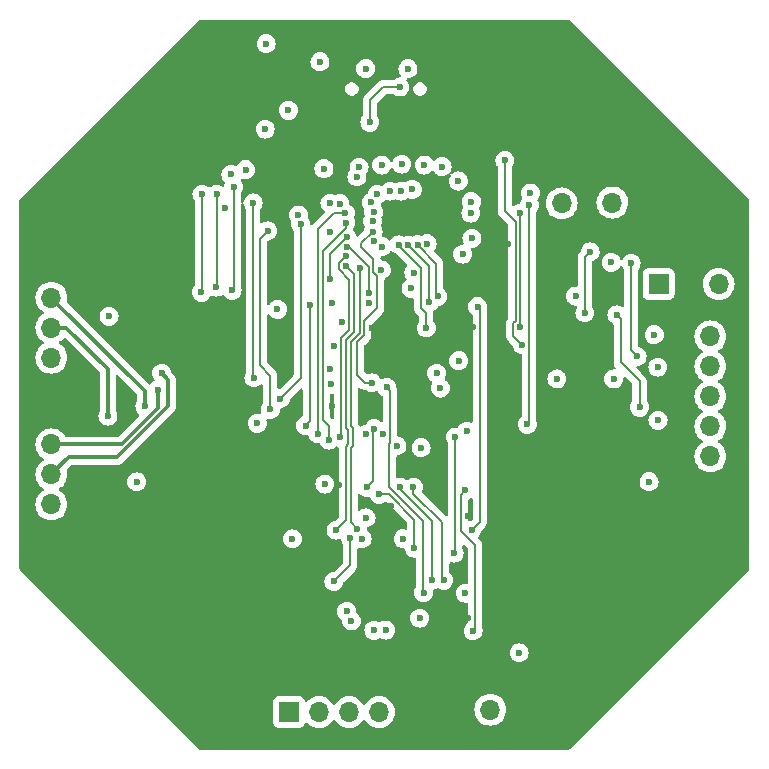
<source format=gbr>
%TF.GenerationSoftware,KiCad,Pcbnew,8.0.1*%
%TF.CreationDate,2024-04-11T10:52:21-07:00*%
%TF.ProjectId,TMC2240_RP2040,544d4332-3234-4305-9f52-50323034302e,rev?*%
%TF.SameCoordinates,Original*%
%TF.FileFunction,Copper,L2,Inr*%
%TF.FilePolarity,Positive*%
%FSLAX46Y46*%
G04 Gerber Fmt 4.6, Leading zero omitted, Abs format (unit mm)*
G04 Created by KiCad (PCBNEW 8.0.1) date 2024-04-11 10:52:21*
%MOMM*%
%LPD*%
G01*
G04 APERTURE LIST*
%TA.AperFunction,ComponentPad*%
%ADD10R,1.700000X1.700000*%
%TD*%
%TA.AperFunction,ComponentPad*%
%ADD11O,1.700000X1.700000*%
%TD*%
%TA.AperFunction,ComponentPad*%
%ADD12C,5.600000*%
%TD*%
%TA.AperFunction,ComponentPad*%
%ADD13O,1.000000X2.100000*%
%TD*%
%TA.AperFunction,ComponentPad*%
%ADD14O,1.000000X1.600000*%
%TD*%
%TA.AperFunction,HeatsinkPad*%
%ADD15C,0.600000*%
%TD*%
%TA.AperFunction,ViaPad*%
%ADD16C,0.600000*%
%TD*%
%TA.AperFunction,Conductor*%
%ADD17C,0.200000*%
%TD*%
%TA.AperFunction,Conductor*%
%ADD18C,0.300000*%
%TD*%
G04 APERTURE END LIST*
D10*
%TO.N,GND*%
%TO.C,J2*%
X153000000Y-144500000D03*
D11*
%TO.N,+3.3V*%
X153000000Y-141960000D03*
%TO.N,Net-(J2-Pin_3)*%
X153000000Y-139420000D03*
%TO.N,Net-(J2-Pin_4)*%
X153000000Y-136880000D03*
%TO.N,Net-(J2-Pin_5)*%
X153000000Y-134340000D03*
%TO.N,Net-(J2-Pin_6)*%
X153000000Y-131800000D03*
%TD*%
D10*
%TO.N,GND*%
%TO.C,J14*%
X97200000Y-125980000D03*
D11*
%TO.N,Net-(J14-Pin_2)*%
X97200000Y-128520000D03*
%TO.N,Net-(J14-Pin_3)*%
X97200000Y-131060000D03*
%TO.N,+5V*%
X97200000Y-133600000D03*
%TD*%
D12*
%TO.N,GND*%
%TO.C,J10*%
X141275000Y-161275000D03*
%TD*%
D13*
%TO.N,GND*%
%TO.C,J19*%
X129840000Y-111380000D03*
D14*
X129840000Y-107200000D03*
D13*
X121200000Y-111380000D03*
D14*
X121200000Y-107200000D03*
%TD*%
D12*
%TO.N,GND*%
%TO.C,J5*%
X100000000Y-120000000D03*
%TD*%
%TO.N,GND*%
%TO.C,J12*%
X141275000Y-110475000D03*
%TD*%
%TO.N,GND*%
%TO.C,J6*%
X100000000Y-151750000D03*
%TD*%
D10*
%TO.N,GND*%
%TO.C,J1*%
X131825000Y-163400000D03*
D11*
%TO.N,VCC*%
X134365000Y-163400000D03*
%TD*%
D12*
%TO.N,GND*%
%TO.C,J8*%
X150800000Y-151750000D03*
%TD*%
%TO.N,GND*%
%TO.C,J9*%
X109525000Y-161275000D03*
%TD*%
D10*
%TO.N,/RP2040uC/SWCLK*%
%TO.C,J16*%
X148610000Y-127350000D03*
D11*
%TO.N,GND*%
X151150000Y-127350000D03*
%TO.N,/RP2040uC/SWDIO*%
X153690000Y-127350000D03*
%TD*%
D12*
%TO.N,GND*%
%TO.C,J7*%
X150800000Y-120000000D03*
%TD*%
D10*
%TO.N,Net-(J4-Pin_1)*%
%TO.C,J4*%
X117330000Y-163600000D03*
D11*
%TO.N,Net-(J4-Pin_2)*%
X119870000Y-163600000D03*
%TO.N,Net-(J4-Pin_3)*%
X122410000Y-163600000D03*
%TO.N,Net-(J4-Pin_4)*%
X124950000Y-163600000D03*
%TD*%
D10*
%TO.N,GND*%
%TO.C,J15*%
X97200000Y-138400000D03*
D11*
%TO.N,Net-(J15-Pin_2)*%
X97200000Y-140940000D03*
%TO.N,Net-(J15-Pin_3)*%
X97200000Y-143480000D03*
%TO.N,Net-(J15-Pin_4)*%
X97200000Y-146020000D03*
%TD*%
D10*
%TO.N,GND*%
%TO.C,SW2*%
X140400000Y-118000000D03*
D11*
%TO.N,Net-(JP1-C)*%
X140400000Y-120540000D03*
%TD*%
D10*
%TO.N,GND*%
%TO.C,SW1*%
X144700000Y-117925000D03*
D11*
%TO.N,/RP2040uC/RUN*%
X144700000Y-120465000D03*
%TD*%
D12*
%TO.N,GND*%
%TO.C,J11*%
X109525000Y-110475000D03*
%TD*%
D15*
%TO.N,GND*%
%TO.C,U1*%
X126550000Y-151262500D03*
X125250000Y-151262500D03*
X123950000Y-151262500D03*
X126550000Y-152562500D03*
X125250000Y-152562500D03*
X123950000Y-152562500D03*
X126550000Y-153862500D03*
X125250000Y-153862500D03*
X123950000Y-153862500D03*
%TD*%
D16*
%TO.N,GND*%
X116750000Y-146950000D03*
X151000000Y-138400000D03*
X151000000Y-135600000D03*
X151000000Y-131600000D03*
X146700000Y-139800000D03*
X142000000Y-139800000D03*
X138900000Y-140850000D03*
X140300000Y-136900000D03*
X138600000Y-134100000D03*
X142600000Y-134300000D03*
X139500000Y-131200000D03*
%TO.N,/AccessoryConnections/LIMITM*%
X147000000Y-137800000D03*
%TO.N,/AccessoryConnections/LIMITL*%
X146800000Y-133500000D03*
%TO.N,/AccessoryConnections/ADC*%
X137060000Y-132500000D03*
X135600000Y-116900000D03*
%TO.N,+3.3V*%
X140000000Y-135400000D03*
X144800000Y-135400000D03*
X148245000Y-131655000D03*
X148550000Y-134400000D03*
X148560000Y-138900000D03*
%TO.N,GND*%
X126070000Y-122550000D03*
X102900000Y-139180000D03*
X114380000Y-143610000D03*
X123960000Y-134600000D03*
X125950000Y-146175000D03*
X117700000Y-107380000D03*
X132460000Y-146970000D03*
X134440000Y-117670000D03*
X134500000Y-146000000D03*
X138600000Y-143800000D03*
X132860000Y-131000000D03*
X126700000Y-133900000D03*
X121350000Y-161270000D03*
X99080000Y-144640000D03*
X134100000Y-155300000D03*
X136800000Y-155300000D03*
X129380000Y-160350000D03*
X114500000Y-140500000D03*
X124000000Y-137600000D03*
X124310000Y-131100000D03*
X121000000Y-137700000D03*
X121530000Y-144400000D03*
X134500000Y-136600000D03*
X125900000Y-120880000D03*
X132460000Y-155630000D03*
X117425000Y-132200000D03*
X99160000Y-139570000D03*
X128670000Y-139120000D03*
X122943897Y-116278897D03*
X129010000Y-132700000D03*
X135350000Y-122620000D03*
X135900000Y-124000000D03*
X127660000Y-122630000D03*
X127660000Y-120870000D03*
X112000000Y-131600000D03*
%TO.N,/RP2040uC/RUN*%
X144605000Y-125535000D03*
X129010000Y-123940000D03*
%TO.N,VCC*%
X125500000Y-156660000D03*
X122610000Y-155890000D03*
X128390000Y-155650000D03*
%TO.N,Net-(U1-V_{CP})*%
X124500000Y-156680000D03*
X122200000Y-155080000D03*
%TO.N,/RP2040uC/XIN*%
X128950000Y-131080000D03*
X126610000Y-124050000D03*
%TO.N,+1V1*%
X128780000Y-117290000D03*
X125170000Y-117290000D03*
X127885000Y-126395000D03*
%TO.N,+5V*%
X102080000Y-130100000D03*
X136800000Y-158590000D03*
X115300000Y-114250000D03*
X104430000Y-144110000D03*
%TO.N,Net-(U2-VDD3V)*%
X120760000Y-134580000D03*
%TO.N,+3.3V*%
X127652475Y-127737526D03*
X123840000Y-147160000D03*
X120800000Y-122920000D03*
X147800000Y-144100000D03*
X120360000Y-144300000D03*
X120900000Y-135840000D03*
X117270000Y-112660000D03*
X131690000Y-133860000D03*
X120280000Y-117590000D03*
X141580000Y-128380000D03*
X126876911Y-117213089D03*
X131660000Y-118640000D03*
X130280000Y-117430000D03*
X132240000Y-153540000D03*
X132810000Y-123490000D03*
X116340000Y-129510000D03*
%TO.N,Net-(J14-Pin_2)*%
X105120000Y-137720000D03*
%TO.N,Net-(J14-Pin_3)*%
X101990000Y-138550000D03*
%TO.N,Net-(J15-Pin_3)*%
X106540000Y-134920000D03*
%TO.N,Net-(J15-Pin_2)*%
X106260000Y-136320000D03*
%TO.N,/RP2040uC/SWCLK*%
X127409426Y-124080358D03*
X129190000Y-128900000D03*
%TO.N,/RP2040uC/SWDIO*%
X128210000Y-124020000D03*
X129920000Y-128420000D03*
%TO.N,/StepperTMC2240/OV*%
X122500000Y-148880000D03*
X121110000Y-152550000D03*
%TO.N,/DualRS232UART/TX1*%
X116580000Y-137060000D03*
X118310000Y-122300000D03*
%TO.N,/RP2040uC/RX0_SCL0_SPIS0_GP1*%
X114280000Y-120500000D03*
X120790000Y-120510000D03*
X114350000Y-135310000D03*
%TO.N,/RP2040uC/TX1_SDA0_SPIO0_GP4*%
X118118345Y-121523294D03*
X124476461Y-121235504D03*
%TO.N,/DualRS232UART/TX2*%
X115520000Y-122860000D03*
X115740000Y-137980000D03*
%TO.N,/RP2040uC/RX1_SCL0_SPIS0_GP5*%
X122124264Y-122162500D03*
X114640000Y-139150000D03*
X120690000Y-140570000D03*
%TO.N,/RP2040uC/TX1_SDA0_SPIO1_GP8*%
X122200000Y-123362500D03*
X120780000Y-126900000D03*
%TO.N,/AS5048AEncoder/MOSI*%
X129450000Y-152430000D03*
X119080000Y-129100000D03*
X124530245Y-139610000D03*
X123920000Y-144580000D03*
X126750000Y-144570000D03*
X118720000Y-139350000D03*
%TO.N,/RP2040uC/RX1_SCL0_SPIS1_GP9*%
X124529574Y-123714972D03*
X126460000Y-141070000D03*
%TO.N,/StepperTMC2240/~{CS}*%
X127850000Y-144560000D03*
X130430000Y-152450000D03*
%TO.N,/RP2040uC/SDA1_SPIC1_GP10*%
X122230000Y-124220000D03*
X124050000Y-128150000D03*
%TO.N,/AS5048AEncoder/CLK*%
X124050000Y-128950003D03*
X125600000Y-136100000D03*
X128710000Y-153490000D03*
%TO.N,/RP2040uC/SCL1_SPII1_GP11*%
X131300000Y-150150000D03*
X121600000Y-140340000D03*
X122138300Y-125014729D03*
X131400000Y-140320000D03*
%TO.N,/AS5048AEncoder/MISO*%
X130140000Y-136170000D03*
%TO.N,/AS5048AEncoder/~{CS}*%
X129830000Y-134925000D03*
%TO.N,/RP2040uC/SCL1_SPII0_GP7*%
X124340000Y-135730000D03*
X124440000Y-122920000D03*
%TO.N,/AS5048AEncoder/PWM*%
X121160000Y-132600000D03*
%TO.N,/RP2040uC/SDA1_SPIC0_GP6*%
X124403263Y-122032151D03*
X120980000Y-129000000D03*
%TO.N,/StepperTMC2240/STEP*%
X132800000Y-148210000D03*
X133280000Y-129270000D03*
%TO.N,/StepperTMC2240/DIR*%
X124950000Y-145170000D03*
X127940000Y-149730000D03*
%TO.N,/RP2040uC/SCL1_SPII0_GP3*%
X119760000Y-140040000D03*
X122087849Y-121363327D03*
X123870000Y-140090000D03*
%TO.N,/RP2040uC/TX0_SDA0_SPIO1_GP12*%
X122160000Y-125840000D03*
X121300000Y-148200000D03*
%TO.N,/RP2040uC/RX0_SCL0_SPIS1_GP13*%
X117610000Y-148940000D03*
X123290000Y-126000000D03*
X123100000Y-148140000D03*
%TO.N,/StepperTMC2240/~{DRV_EN}*%
X126990735Y-148930735D03*
X123500000Y-148930000D03*
%TO.N,/RP2040uC/SDA1_SPIC1_GP14*%
X125164773Y-124201311D03*
X128500000Y-141220000D03*
%TO.N,/RP2040uC/SCL1_SPII1_GP15*%
X125130245Y-126162696D03*
X132370000Y-139840000D03*
X125260000Y-140090000D03*
%TO.N,/StepperTMC2240/~{SLEEP}*%
X132910000Y-156730000D03*
X132240000Y-144820000D03*
%TO.N,/RP2040uC/GPIO2*%
X121610000Y-120550000D03*
X127760000Y-119350000D03*
X137750000Y-119660000D03*
%TO.N,Net-(J19-CC1)*%
X126700000Y-110680000D03*
X124169265Y-113669265D03*
%TO.N,/RP2040uC/QSPI_SS*%
X123070000Y-118280000D03*
X113640000Y-117690000D03*
%TO.N,/RP2040uC/~{USB_BOOT}*%
X121840000Y-130610000D03*
X142370000Y-129810000D03*
X142820000Y-124640000D03*
%TO.N,/RP2040uC/QSPI_SCLK*%
X111170000Y-127630000D03*
X111190000Y-119750000D03*
X125900000Y-119500000D03*
%TO.N,/RP2040uC/QSPI_SD2*%
X124280000Y-120460000D03*
X111860000Y-120950000D03*
%TO.N,/RP2040uC/QSPI_SD0*%
X109950000Y-119750000D03*
X109910000Y-128070000D03*
X124780000Y-119770000D03*
%TO.N,/RP2040uC/QSPI_SD1*%
X123250000Y-117470000D03*
X112390000Y-118090000D03*
%TO.N,/RP2040uC/QSPI_SD3*%
X112640000Y-119140000D03*
X112500000Y-127900000D03*
X126800000Y-119500000D03*
%TO.N,/AccessoryConnections/LIMITM*%
X145080000Y-129970000D03*
%TO.N,/RP2040uC/ADC0_GP26*%
X137490000Y-139240000D03*
X137660000Y-120670000D03*
X132760000Y-120380000D03*
%TO.N,/AccessoryConnections/LIMITL*%
X146290000Y-125600000D03*
X132030000Y-124840000D03*
%TO.N,VBUS*%
X123810000Y-109120000D03*
X119940000Y-108540000D03*
X115390000Y-107020000D03*
X127390000Y-109130000D03*
%TO.N,/RP2040uC/GPIO25*%
X136916667Y-131000000D03*
X132710000Y-121360000D03*
X136910000Y-121370000D03*
%TD*%
D17*
%TO.N,/RP2040uC/SWCLK*%
X129190000Y-125860932D02*
X127409426Y-124080358D01*
X129190000Y-128900000D02*
X129190000Y-125860932D01*
%TO.N,/AccessoryConnections/LIMITM*%
X147000000Y-135600000D02*
X147000000Y-137800000D01*
X145400000Y-130290000D02*
X145400000Y-134000000D01*
X145400000Y-134000000D02*
X147000000Y-135600000D01*
X145080000Y-129970000D02*
X145400000Y-130290000D01*
%TO.N,/AccessoryConnections/LIMITL*%
X146290000Y-125600000D02*
X146290000Y-132990000D01*
X146290000Y-132990000D02*
X146800000Y-133500000D01*
%TO.N,/AccessoryConnections/ADC*%
X136500000Y-130500000D02*
X136500000Y-122100000D01*
X136316667Y-130683333D02*
X136500000Y-130500000D01*
X136316667Y-131756667D02*
X136316667Y-130683333D01*
X135600000Y-121200000D02*
X135600000Y-116900000D01*
X137060000Y-132500000D02*
X136316667Y-131756667D01*
X136500000Y-122100000D02*
X135600000Y-121200000D01*
%TO.N,/RP2040uC/GPIO25*%
X136916667Y-131000000D02*
X136910000Y-121370000D01*
%TO.N,/RP2040uC/XIN*%
X128500000Y-126019461D02*
X128500000Y-129400000D01*
X126610000Y-124129461D02*
X128500000Y-126019461D01*
X128950000Y-129850000D02*
X128500000Y-129400000D01*
X128950000Y-131080000D02*
X128950000Y-129850000D01*
X126610000Y-124050000D02*
X126610000Y-124129461D01*
D18*
%TO.N,Net-(J14-Pin_2)*%
X105120000Y-136440000D02*
X105120000Y-137720000D01*
X97200000Y-128520000D02*
X105120000Y-136440000D01*
%TO.N,Net-(J14-Pin_3)*%
X101990000Y-134600000D02*
X98450000Y-131060000D01*
X101990000Y-138550000D02*
X101990000Y-134600000D01*
X98450000Y-131060000D02*
X97200000Y-131060000D01*
%TO.N,Net-(J15-Pin_3)*%
X107100000Y-137687106D02*
X102767106Y-142020000D01*
X98660000Y-142020000D02*
X97200000Y-143480000D01*
X102767106Y-142020000D02*
X98660000Y-142020000D01*
X106540000Y-134920000D02*
X107100000Y-135480000D01*
X107100000Y-135480000D02*
X107100000Y-137687106D01*
%TO.N,Net-(J15-Pin_2)*%
X106260000Y-137820000D02*
X106260000Y-136320000D01*
X103140000Y-140940000D02*
X106260000Y-137820000D01*
X97200000Y-140940000D02*
X103140000Y-140940000D01*
D17*
%TO.N,/RP2040uC/SWDIO*%
X129780000Y-125650000D02*
X129780000Y-128280000D01*
X128210000Y-124080000D02*
X129780000Y-125650000D01*
X129780000Y-128280000D02*
X129920000Y-128420000D01*
X128210000Y-124020000D02*
X128210000Y-124080000D01*
%TO.N,/StepperTMC2240/OV*%
X122500000Y-148880000D02*
X122500000Y-151160000D01*
X122500000Y-151160000D02*
X121110000Y-152550000D01*
%TO.N,/DualRS232UART/TX1*%
X118310000Y-135330000D02*
X116580000Y-137060000D01*
X118310000Y-122300000D02*
X118310000Y-135330000D01*
%TO.N,/RP2040uC/RX0_SCL0_SPIS0_GP1*%
X114280000Y-135240000D02*
X114350000Y-135310000D01*
X114280000Y-120500000D02*
X114280000Y-135240000D01*
%TO.N,/DualRS232UART/TX2*%
X114840000Y-123540000D02*
X114840000Y-134240000D01*
X114840000Y-134240000D02*
X115740000Y-135140000D01*
X115520000Y-122860000D02*
X114840000Y-123540000D01*
X115740000Y-135140000D02*
X115740000Y-137980000D01*
%TO.N,/RP2040uC/RX1_SCL0_SPIS0_GP5*%
X122124264Y-122589707D02*
X122124264Y-122162500D01*
X120160000Y-138860000D02*
X120160000Y-134331471D01*
X120690000Y-140570000D02*
X120700000Y-140560000D01*
X120700000Y-139400000D02*
X120160000Y-138860000D01*
X120700000Y-140560000D02*
X120700000Y-139400000D01*
X120160000Y-134331471D02*
X120180000Y-134311471D01*
X120180000Y-124533971D02*
X122124264Y-122589707D01*
X120180000Y-134311471D02*
X120180000Y-124533971D01*
%TO.N,/RP2040uC/TX1_SDA0_SPIO1_GP8*%
X122200000Y-123362500D02*
X120780000Y-124782500D01*
X120780000Y-124782500D02*
X120780000Y-126900000D01*
%TO.N,/AS5048AEncoder/MOSI*%
X124470000Y-144030000D02*
X124470000Y-139670245D01*
X118700000Y-139380000D02*
X118700000Y-139370000D01*
X123920000Y-144580000D02*
X124470000Y-144030000D01*
X129450000Y-152430000D02*
X129450000Y-147440000D01*
X126750000Y-144740000D02*
X126750000Y-144570000D01*
X129450000Y-147440000D02*
X126750000Y-144740000D01*
X119080000Y-129100000D02*
X119080000Y-139000000D01*
X118700000Y-139370000D02*
X118720000Y-139350000D01*
X119080000Y-139000000D02*
X118700000Y-139380000D01*
X124470000Y-139670245D02*
X124530245Y-139610000D01*
%TO.N,/StepperTMC2240/~{CS}*%
X130300000Y-147554314D02*
X127850000Y-145104314D01*
X127850000Y-145104314D02*
X127850000Y-144560000D01*
X130300000Y-152320000D02*
X130300000Y-147554314D01*
X130430000Y-152450000D02*
X130300000Y-152320000D01*
%TO.N,/RP2040uC/SDA1_SPIC1_GP10*%
X122358529Y-124220000D02*
X124050000Y-125911471D01*
X124050000Y-125911471D02*
X124050000Y-128150000D01*
X122230000Y-124220000D02*
X122358529Y-124220000D01*
%TO.N,/AS5048AEncoder/CLK*%
X125880000Y-140801471D02*
X125810000Y-140871471D01*
X125600000Y-136100000D02*
X125880000Y-136380000D01*
X128700000Y-153480000D02*
X128710000Y-153490000D01*
X125810000Y-140871471D02*
X125810000Y-144570000D01*
X125880000Y-136380000D02*
X125880000Y-140801471D01*
X125810000Y-144570000D02*
X128700000Y-147460000D01*
X128700000Y-147460000D02*
X128700000Y-153480000D01*
%TO.N,/RP2040uC/SCL1_SPII1_GP11*%
X122440000Y-126990000D02*
X121560000Y-126110000D01*
X131400000Y-140320000D02*
X131400000Y-150050000D01*
X121760000Y-134994214D02*
X121760000Y-131930000D01*
X131400000Y-150050000D02*
X131300000Y-150150000D01*
X122440000Y-131230000D02*
X122440000Y-126990000D01*
X121600000Y-140340000D02*
X121750000Y-140190000D01*
X121750000Y-135004215D02*
X121760000Y-134994214D01*
X121760000Y-131930000D02*
X121750000Y-131920000D01*
X121750000Y-140190000D02*
X121750000Y-135004215D01*
X122136742Y-125014729D02*
X122138300Y-125014729D01*
X121560000Y-125591471D02*
X122136742Y-125014729D01*
X121750000Y-131920000D02*
X122440000Y-131230000D01*
X121560000Y-126110000D02*
X121560000Y-125591471D01*
%TO.N,/RP2040uC/SCL1_SPII0_GP7*%
X124800000Y-126720000D02*
X124460000Y-126380000D01*
X124460000Y-126380000D02*
X124460000Y-125220000D01*
X124460000Y-125220000D02*
X123430000Y-124190000D01*
X124800000Y-129400000D02*
X124800000Y-126720000D01*
X123430000Y-124190000D02*
X123430000Y-123930000D01*
X123790000Y-135730000D02*
X123090000Y-135030000D01*
X123430000Y-123930000D02*
X124440000Y-122920000D01*
X124340000Y-135730000D02*
X123790000Y-135730000D01*
X123700000Y-130500000D02*
X124800000Y-129400000D01*
X123700000Y-131667058D02*
X123700000Y-130500000D01*
X123090000Y-132277058D02*
X123700000Y-131667058D01*
X123090000Y-135030000D02*
X123090000Y-132277058D01*
%TO.N,/StepperTMC2240/STEP*%
X133460000Y-129450000D02*
X133280000Y-129270000D01*
X133460000Y-147545000D02*
X133460000Y-129450000D01*
X132800000Y-148210000D02*
X132800000Y-148205000D01*
X132800000Y-148205000D02*
X133460000Y-147545000D01*
%TO.N,/StepperTMC2240/DIR*%
X127940000Y-147316471D02*
X127940000Y-149730000D01*
X125793529Y-145170000D02*
X127940000Y-147316471D01*
X124950000Y-145170000D02*
X125793529Y-145170000D01*
%TO.N,/RP2040uC/SCL1_SPII0_GP3*%
X119760000Y-134165786D02*
X119780000Y-134145786D01*
X119780000Y-134145786D02*
X119780000Y-122700000D01*
X121116673Y-121363327D02*
X122087849Y-121363327D01*
X119780000Y-122700000D02*
X121116673Y-121363327D01*
X119760000Y-140040000D02*
X119760000Y-134165786D01*
%TO.N,/RP2040uC/TX0_SDA0_SPIO1_GP12*%
X122840000Y-126520000D02*
X122840000Y-131395686D01*
X122300000Y-140948529D02*
X122120000Y-141128529D01*
X122120000Y-147380000D02*
X121300000Y-148200000D01*
X122160000Y-125840000D02*
X122840000Y-126520000D01*
X122160000Y-132075686D02*
X122160000Y-139591471D01*
X122160000Y-139591471D02*
X122300000Y-139731471D01*
X122120000Y-144658529D02*
X122120000Y-147380000D01*
X122120000Y-141128529D02*
X122120000Y-144141471D01*
X122130000Y-144648529D02*
X122120000Y-144658529D01*
X122300000Y-139731471D02*
X122300000Y-140948529D01*
X122120000Y-144141471D02*
X122130000Y-144151471D01*
X122840000Y-131395686D02*
X122160000Y-132075686D01*
X122130000Y-144151471D02*
X122130000Y-144648529D01*
%TO.N,/RP2040uC/RX0_SCL0_SPIS1_GP13*%
X123290000Y-131511372D02*
X123290000Y-126000000D01*
X122700000Y-139565785D02*
X122560000Y-139425785D01*
X122700000Y-141114215D02*
X122700000Y-139565785D01*
X122530000Y-147535686D02*
X122530000Y-141284215D01*
X123100000Y-148140000D02*
X123100000Y-148100000D01*
X123100000Y-148100000D02*
X122535686Y-147535686D01*
X122560000Y-139425785D02*
X122560000Y-132241372D01*
X122535686Y-147535686D02*
X122530000Y-147535686D01*
X122530000Y-141284215D02*
X122700000Y-141114215D01*
X122560000Y-132241372D02*
X123290000Y-131511372D01*
%TO.N,/StepperTMC2240/~{SLEEP}*%
X131860000Y-148270000D02*
X131860000Y-145200000D01*
X133060000Y-156580000D02*
X133060000Y-149470000D01*
X133060000Y-149470000D02*
X131860000Y-148270000D01*
X131860000Y-145200000D02*
X132240000Y-144820000D01*
X132910000Y-156730000D02*
X133060000Y-156580000D01*
%TO.N,Net-(J19-CC1)*%
X125310000Y-110680000D02*
X126700000Y-110680000D01*
X124169265Y-113669265D02*
X124169265Y-111820735D01*
X124169265Y-111820735D02*
X125310000Y-110680000D01*
%TO.N,/RP2040uC/~{USB_BOOT}*%
X142370000Y-129810000D02*
X142370000Y-125090000D01*
X142370000Y-125090000D02*
X142820000Y-124640000D01*
%TO.N,/RP2040uC/QSPI_SCLK*%
X111190000Y-127610000D02*
X111170000Y-127630000D01*
X111190000Y-119750000D02*
X111190000Y-127610000D01*
%TO.N,/RP2040uC/QSPI_SD0*%
X109950000Y-119750000D02*
X109950000Y-128030000D01*
X109950000Y-128030000D02*
X109910000Y-128070000D01*
%TO.N,/RP2040uC/QSPI_SD3*%
X112640000Y-127760000D02*
X112500000Y-127900000D01*
X112640000Y-119140000D02*
X112640000Y-127760000D01*
%TO.N,/RP2040uC/ADC0_GP26*%
X137660000Y-120670000D02*
X137660000Y-139070000D01*
X137660000Y-139070000D02*
X137490000Y-139240000D01*
%TD*%
%TA.AperFunction,Conductor*%
%TO.N,GND*%
G36*
X132803599Y-145496884D02*
G01*
X132848813Y-145550152D01*
X132859500Y-145600511D01*
X132859500Y-147244901D01*
X132839815Y-147311940D01*
X132823180Y-147332583D01*
X132775828Y-147379934D01*
X132714505Y-147413418D01*
X132702032Y-147415472D01*
X132620749Y-147424630D01*
X132613953Y-147426182D01*
X132613365Y-147423609D01*
X132555624Y-147426532D01*
X132495012Y-147391777D01*
X132462811Y-147329770D01*
X132460500Y-147305941D01*
X132460500Y-145678918D01*
X132480185Y-145611879D01*
X132532989Y-145566124D01*
X132543547Y-145561876D01*
X132559377Y-145556337D01*
X132589522Y-145545789D01*
X132669528Y-145495517D01*
X132736764Y-145476517D01*
X132803599Y-145496884D01*
G37*
%TD.AperFunction*%
%TA.AperFunction,Conductor*%
G36*
X123365703Y-136155385D02*
G01*
X123372181Y-136161417D01*
X123421284Y-136210520D01*
X123421286Y-136210521D01*
X123421290Y-136210524D01*
X123517176Y-136265883D01*
X123558216Y-136289577D01*
X123670019Y-136319534D01*
X123710942Y-136330500D01*
X123710943Y-136330500D01*
X123757588Y-136330500D01*
X123824627Y-136350185D01*
X123834903Y-136357555D01*
X123837736Y-136359814D01*
X123837738Y-136359816D01*
X123990478Y-136455789D01*
X124047692Y-136475809D01*
X124160745Y-136515368D01*
X124160750Y-136515369D01*
X124339996Y-136535565D01*
X124340000Y-136535565D01*
X124340004Y-136535565D01*
X124519249Y-136515369D01*
X124519252Y-136515368D01*
X124519255Y-136515368D01*
X124689522Y-136455789D01*
X124719761Y-136436788D01*
X124786996Y-136417787D01*
X124853831Y-136438153D01*
X124890728Y-136475809D01*
X124970184Y-136602262D01*
X125097740Y-136729818D01*
X125139742Y-136756209D01*
X125221472Y-136807563D01*
X125267763Y-136859896D01*
X125279500Y-136912556D01*
X125279500Y-138927815D01*
X125259815Y-138994854D01*
X125207011Y-139040609D01*
X125137853Y-139050553D01*
X125074297Y-139021528D01*
X125067819Y-139015496D01*
X125032507Y-138980184D01*
X124879768Y-138884211D01*
X124709499Y-138824631D01*
X124709494Y-138824630D01*
X124530249Y-138804435D01*
X124530241Y-138804435D01*
X124350995Y-138824630D01*
X124350990Y-138824631D01*
X124180721Y-138884211D01*
X124027982Y-138980184D01*
X123900429Y-139107737D01*
X123815033Y-139243645D01*
X123762698Y-139289936D01*
X123723923Y-139300893D01*
X123690750Y-139304630D01*
X123520477Y-139364210D01*
X123446363Y-139410780D01*
X123379126Y-139429780D01*
X123312291Y-139409412D01*
X123267077Y-139356144D01*
X123260616Y-139337879D01*
X123259577Y-139334000D01*
X123256837Y-139329255D01*
X123242620Y-139304630D01*
X123217129Y-139260478D01*
X123180520Y-139197069D01*
X123177112Y-139191166D01*
X123160500Y-139129167D01*
X123160500Y-136249098D01*
X123180185Y-136182059D01*
X123232989Y-136136304D01*
X123302147Y-136126360D01*
X123365703Y-136155385D01*
G37*
%TD.AperFunction*%
%TA.AperFunction,Conductor*%
G36*
X121080438Y-136645043D02*
G01*
X121131818Y-136692392D01*
X121149500Y-136756209D01*
X121149500Y-138700903D01*
X121129815Y-138767942D01*
X121077011Y-138813697D01*
X121007853Y-138823641D01*
X120944297Y-138794616D01*
X120937819Y-138788584D01*
X120796819Y-138647584D01*
X120763334Y-138586261D01*
X120760500Y-138559903D01*
X120760500Y-136768603D01*
X120780185Y-136701564D01*
X120832989Y-136655809D01*
X120893036Y-136646236D01*
X120893036Y-136645565D01*
X120897245Y-136645565D01*
X120898386Y-136645383D01*
X120900000Y-136645565D01*
X120900001Y-136645564D01*
X120900002Y-136645565D01*
X120900003Y-136645565D01*
X121011616Y-136632989D01*
X121080438Y-136645043D01*
G37*
%TD.AperFunction*%
%TA.AperFunction,Conductor*%
G36*
X141083363Y-104995185D02*
G01*
X141104005Y-105011819D01*
X156263181Y-120170995D01*
X156296666Y-120232318D01*
X156299500Y-120258676D01*
X156299500Y-151491324D01*
X156279815Y-151558363D01*
X156263181Y-151579005D01*
X141104005Y-166738181D01*
X141042682Y-166771666D01*
X141016324Y-166774500D01*
X109783676Y-166774500D01*
X109716637Y-166754815D01*
X109695995Y-166738181D01*
X107455684Y-164497870D01*
X115979500Y-164497870D01*
X115979501Y-164497876D01*
X115985908Y-164557483D01*
X116036202Y-164692328D01*
X116036206Y-164692335D01*
X116122452Y-164807544D01*
X116122455Y-164807547D01*
X116237664Y-164893793D01*
X116237671Y-164893797D01*
X116372517Y-164944091D01*
X116372516Y-164944091D01*
X116379444Y-164944835D01*
X116432127Y-164950500D01*
X118227872Y-164950499D01*
X118287483Y-164944091D01*
X118422331Y-164893796D01*
X118537546Y-164807546D01*
X118623796Y-164692331D01*
X118672810Y-164560916D01*
X118714681Y-164504984D01*
X118780145Y-164480566D01*
X118848418Y-164495417D01*
X118876673Y-164516569D01*
X118998599Y-164638495D01*
X119095384Y-164706265D01*
X119192165Y-164774032D01*
X119192167Y-164774033D01*
X119192170Y-164774035D01*
X119406337Y-164873903D01*
X119634592Y-164935063D01*
X119811034Y-164950500D01*
X119869999Y-164955659D01*
X119870000Y-164955659D01*
X119870001Y-164955659D01*
X119928966Y-164950500D01*
X120105408Y-164935063D01*
X120333663Y-164873903D01*
X120547830Y-164774035D01*
X120741401Y-164638495D01*
X120908495Y-164471401D01*
X121038425Y-164285842D01*
X121093002Y-164242217D01*
X121162500Y-164235023D01*
X121224855Y-164266546D01*
X121241575Y-164285842D01*
X121371500Y-164471395D01*
X121371505Y-164471401D01*
X121538599Y-164638495D01*
X121635384Y-164706265D01*
X121732165Y-164774032D01*
X121732167Y-164774033D01*
X121732170Y-164774035D01*
X121946337Y-164873903D01*
X122174592Y-164935063D01*
X122351034Y-164950500D01*
X122409999Y-164955659D01*
X122410000Y-164955659D01*
X122410001Y-164955659D01*
X122468966Y-164950500D01*
X122645408Y-164935063D01*
X122873663Y-164873903D01*
X123087830Y-164774035D01*
X123281401Y-164638495D01*
X123448495Y-164471401D01*
X123578425Y-164285842D01*
X123633002Y-164242217D01*
X123702500Y-164235023D01*
X123764855Y-164266546D01*
X123781575Y-164285842D01*
X123911500Y-164471395D01*
X123911505Y-164471401D01*
X124078599Y-164638495D01*
X124175384Y-164706265D01*
X124272165Y-164774032D01*
X124272167Y-164774033D01*
X124272170Y-164774035D01*
X124486337Y-164873903D01*
X124714592Y-164935063D01*
X124891034Y-164950500D01*
X124949999Y-164955659D01*
X124950000Y-164955659D01*
X124950001Y-164955659D01*
X125008966Y-164950500D01*
X125185408Y-164935063D01*
X125413663Y-164873903D01*
X125627830Y-164774035D01*
X125821401Y-164638495D01*
X125988495Y-164471401D01*
X126124035Y-164277830D01*
X126223903Y-164063663D01*
X126285063Y-163835408D01*
X126305659Y-163600000D01*
X126288161Y-163400000D01*
X133009341Y-163400000D01*
X133029936Y-163635403D01*
X133029938Y-163635413D01*
X133091094Y-163863655D01*
X133091096Y-163863659D01*
X133091097Y-163863663D01*
X133184355Y-164063655D01*
X133190965Y-164077830D01*
X133190967Y-164077834D01*
X133299281Y-164232521D01*
X133326505Y-164271401D01*
X133493599Y-164438495D01*
X133578404Y-164497876D01*
X133687165Y-164574032D01*
X133687167Y-164574033D01*
X133687170Y-164574035D01*
X133901337Y-164673903D01*
X134129592Y-164735063D01*
X134317918Y-164751539D01*
X134364999Y-164755659D01*
X134365000Y-164755659D01*
X134365001Y-164755659D01*
X134404234Y-164752226D01*
X134600408Y-164735063D01*
X134828663Y-164673903D01*
X135042830Y-164574035D01*
X135236401Y-164438495D01*
X135403495Y-164271401D01*
X135539035Y-164077830D01*
X135638903Y-163863663D01*
X135700063Y-163635408D01*
X135720659Y-163400000D01*
X135717561Y-163364596D01*
X135700063Y-163164596D01*
X135700063Y-163164592D01*
X135638903Y-162936337D01*
X135539035Y-162722171D01*
X135531865Y-162711930D01*
X135403494Y-162528597D01*
X135236402Y-162361506D01*
X135236395Y-162361501D01*
X135042834Y-162225967D01*
X135042830Y-162225965D01*
X135042828Y-162225964D01*
X134828663Y-162126097D01*
X134828659Y-162126096D01*
X134828655Y-162126094D01*
X134600413Y-162064938D01*
X134600403Y-162064936D01*
X134365001Y-162044341D01*
X134364999Y-162044341D01*
X134129596Y-162064936D01*
X134129586Y-162064938D01*
X133901344Y-162126094D01*
X133901335Y-162126098D01*
X133687171Y-162225964D01*
X133687169Y-162225965D01*
X133493597Y-162361505D01*
X133326505Y-162528597D01*
X133190965Y-162722169D01*
X133190964Y-162722171D01*
X133091098Y-162936335D01*
X133091094Y-162936344D01*
X133029938Y-163164586D01*
X133029936Y-163164596D01*
X133009341Y-163399999D01*
X133009341Y-163400000D01*
X126288161Y-163400000D01*
X126285063Y-163364592D01*
X126223903Y-163136337D01*
X126124035Y-162922171D01*
X126118425Y-162914158D01*
X125988494Y-162728597D01*
X125821402Y-162561506D01*
X125821395Y-162561501D01*
X125627834Y-162425967D01*
X125627830Y-162425965D01*
X125627828Y-162425964D01*
X125413663Y-162326097D01*
X125413659Y-162326096D01*
X125413655Y-162326094D01*
X125185413Y-162264938D01*
X125185403Y-162264936D01*
X124950001Y-162244341D01*
X124949999Y-162244341D01*
X124714596Y-162264936D01*
X124714586Y-162264938D01*
X124486344Y-162326094D01*
X124486335Y-162326098D01*
X124272171Y-162425964D01*
X124272169Y-162425965D01*
X124078597Y-162561505D01*
X123911505Y-162728597D01*
X123781575Y-162914158D01*
X123726998Y-162957783D01*
X123657500Y-162964977D01*
X123595145Y-162933454D01*
X123578425Y-162914158D01*
X123448494Y-162728597D01*
X123281402Y-162561506D01*
X123281395Y-162561501D01*
X123087834Y-162425967D01*
X123087830Y-162425965D01*
X123087828Y-162425964D01*
X122873663Y-162326097D01*
X122873659Y-162326096D01*
X122873655Y-162326094D01*
X122645413Y-162264938D01*
X122645403Y-162264936D01*
X122410001Y-162244341D01*
X122409999Y-162244341D01*
X122174596Y-162264936D01*
X122174586Y-162264938D01*
X121946344Y-162326094D01*
X121946335Y-162326098D01*
X121732171Y-162425964D01*
X121732169Y-162425965D01*
X121538597Y-162561505D01*
X121371505Y-162728597D01*
X121241575Y-162914158D01*
X121186998Y-162957783D01*
X121117500Y-162964977D01*
X121055145Y-162933454D01*
X121038425Y-162914158D01*
X120908494Y-162728597D01*
X120741402Y-162561506D01*
X120741395Y-162561501D01*
X120547834Y-162425967D01*
X120547830Y-162425965D01*
X120547828Y-162425964D01*
X120333663Y-162326097D01*
X120333659Y-162326096D01*
X120333655Y-162326094D01*
X120105413Y-162264938D01*
X120105403Y-162264936D01*
X119870001Y-162244341D01*
X119869999Y-162244341D01*
X119634596Y-162264936D01*
X119634586Y-162264938D01*
X119406344Y-162326094D01*
X119406335Y-162326098D01*
X119192171Y-162425964D01*
X119192169Y-162425965D01*
X118998600Y-162561503D01*
X118876673Y-162683430D01*
X118815350Y-162716914D01*
X118745658Y-162711930D01*
X118689725Y-162670058D01*
X118672810Y-162639081D01*
X118623797Y-162507671D01*
X118623793Y-162507664D01*
X118537547Y-162392455D01*
X118537544Y-162392452D01*
X118422335Y-162306206D01*
X118422328Y-162306202D01*
X118287482Y-162255908D01*
X118287483Y-162255908D01*
X118227883Y-162249501D01*
X118227881Y-162249500D01*
X118227873Y-162249500D01*
X118227864Y-162249500D01*
X116432129Y-162249500D01*
X116432123Y-162249501D01*
X116372516Y-162255908D01*
X116237671Y-162306202D01*
X116237664Y-162306206D01*
X116122455Y-162392452D01*
X116122452Y-162392455D01*
X116036206Y-162507664D01*
X116036202Y-162507671D01*
X115985908Y-162642517D01*
X115979501Y-162702116D01*
X115979500Y-162702135D01*
X115979500Y-164497870D01*
X107455684Y-164497870D01*
X101547817Y-158590003D01*
X135994435Y-158590003D01*
X136014630Y-158769249D01*
X136014631Y-158769254D01*
X136074211Y-158939523D01*
X136170184Y-159092262D01*
X136297738Y-159219816D01*
X136450478Y-159315789D01*
X136620745Y-159375368D01*
X136620750Y-159375369D01*
X136799996Y-159395565D01*
X136800000Y-159395565D01*
X136800004Y-159395565D01*
X136979249Y-159375369D01*
X136979252Y-159375368D01*
X136979255Y-159375368D01*
X137149522Y-159315789D01*
X137302262Y-159219816D01*
X137429816Y-159092262D01*
X137525789Y-158939522D01*
X137585368Y-158769255D01*
X137605565Y-158590000D01*
X137585368Y-158410745D01*
X137525789Y-158240478D01*
X137429816Y-158087738D01*
X137302262Y-157960184D01*
X137149523Y-157864211D01*
X136979254Y-157804631D01*
X136979249Y-157804630D01*
X136800004Y-157784435D01*
X136799996Y-157784435D01*
X136620750Y-157804630D01*
X136620745Y-157804631D01*
X136450476Y-157864211D01*
X136297737Y-157960184D01*
X136170184Y-158087737D01*
X136074211Y-158240476D01*
X136014631Y-158410745D01*
X136014630Y-158410750D01*
X135994435Y-158589996D01*
X135994435Y-158590003D01*
X101547817Y-158590003D01*
X98037817Y-155080003D01*
X121394435Y-155080003D01*
X121414630Y-155259249D01*
X121414631Y-155259254D01*
X121474211Y-155429523D01*
X121500113Y-155470745D01*
X121570184Y-155582262D01*
X121697738Y-155709816D01*
X121750368Y-155742885D01*
X121796659Y-155795219D01*
X121807616Y-155861761D01*
X121804435Y-155889995D01*
X121804435Y-155890003D01*
X121824630Y-156069249D01*
X121824631Y-156069254D01*
X121884211Y-156239523D01*
X121969833Y-156375788D01*
X121980184Y-156392262D01*
X122107738Y-156519816D01*
X122260478Y-156615789D01*
X122430745Y-156675368D01*
X122430750Y-156675369D01*
X122609996Y-156695565D01*
X122610000Y-156695565D01*
X122610004Y-156695565D01*
X122748121Y-156680003D01*
X123694435Y-156680003D01*
X123714630Y-156859249D01*
X123714631Y-156859254D01*
X123774211Y-157029523D01*
X123857617Y-157162262D01*
X123870184Y-157182262D01*
X123997738Y-157309816D01*
X124088080Y-157366582D01*
X124118646Y-157385788D01*
X124150478Y-157405789D01*
X124263591Y-157445369D01*
X124320745Y-157465368D01*
X124320750Y-157465369D01*
X124499996Y-157485565D01*
X124500000Y-157485565D01*
X124500004Y-157485565D01*
X124679249Y-157465369D01*
X124679252Y-157465368D01*
X124679255Y-157465368D01*
X124849522Y-157405789D01*
X124949942Y-157342690D01*
X125017178Y-157323690D01*
X125081886Y-157342690D01*
X125109140Y-157359815D01*
X125150478Y-157385789D01*
X125207632Y-157405788D01*
X125320745Y-157445368D01*
X125320750Y-157445369D01*
X125499996Y-157465565D01*
X125500000Y-157465565D01*
X125500004Y-157465565D01*
X125679249Y-157445369D01*
X125679252Y-157445368D01*
X125679255Y-157445368D01*
X125849522Y-157385789D01*
X126002262Y-157289816D01*
X126129816Y-157162262D01*
X126225789Y-157009522D01*
X126285368Y-156839255D01*
X126297678Y-156730000D01*
X126305565Y-156660003D01*
X126305565Y-156659996D01*
X126285369Y-156480750D01*
X126285368Y-156480745D01*
X126232787Y-156330478D01*
X126225789Y-156310478D01*
X126129816Y-156157738D01*
X126002262Y-156030184D01*
X125980180Y-156016309D01*
X125849523Y-155934211D01*
X125679254Y-155874631D01*
X125679249Y-155874630D01*
X125500004Y-155854435D01*
X125499996Y-155854435D01*
X125320750Y-155874630D01*
X125320745Y-155874631D01*
X125150476Y-155934211D01*
X125050057Y-155997309D01*
X124982820Y-156016309D01*
X124918114Y-155997309D01*
X124849520Y-155954209D01*
X124679262Y-155894633D01*
X124679249Y-155894630D01*
X124500004Y-155874435D01*
X124499996Y-155874435D01*
X124320750Y-155894630D01*
X124320745Y-155894631D01*
X124150476Y-155954211D01*
X123997737Y-156050184D01*
X123870184Y-156177737D01*
X123774211Y-156330476D01*
X123714631Y-156500745D01*
X123714630Y-156500750D01*
X123694435Y-156679996D01*
X123694435Y-156680003D01*
X122748121Y-156680003D01*
X122789249Y-156675369D01*
X122789252Y-156675368D01*
X122789255Y-156675368D01*
X122959522Y-156615789D01*
X123112262Y-156519816D01*
X123239816Y-156392262D01*
X123335789Y-156239522D01*
X123395368Y-156069255D01*
X123398583Y-156040720D01*
X123415565Y-155890003D01*
X123415565Y-155889996D01*
X123395369Y-155710750D01*
X123395368Y-155710745D01*
X123374113Y-155650003D01*
X127584435Y-155650003D01*
X127604630Y-155829249D01*
X127604631Y-155829254D01*
X127664211Y-155999523D01*
X127727461Y-156100184D01*
X127760184Y-156152262D01*
X127887738Y-156279816D01*
X128040478Y-156375789D01*
X128195484Y-156430028D01*
X128210745Y-156435368D01*
X128210750Y-156435369D01*
X128389996Y-156455565D01*
X128390000Y-156455565D01*
X128390004Y-156455565D01*
X128569249Y-156435369D01*
X128569252Y-156435368D01*
X128569255Y-156435368D01*
X128739522Y-156375789D01*
X128892262Y-156279816D01*
X129019816Y-156152262D01*
X129115789Y-155999522D01*
X129175368Y-155829255D01*
X129180429Y-155784338D01*
X129195565Y-155650003D01*
X129195565Y-155649996D01*
X129175369Y-155470750D01*
X129175368Y-155470745D01*
X129160943Y-155429522D01*
X129115789Y-155300478D01*
X129019816Y-155147738D01*
X128892262Y-155020184D01*
X128739523Y-154924211D01*
X128569254Y-154864631D01*
X128569249Y-154864630D01*
X128390004Y-154844435D01*
X128389996Y-154844435D01*
X128210750Y-154864630D01*
X128210745Y-154864631D01*
X128040476Y-154924211D01*
X127887737Y-155020184D01*
X127760184Y-155147737D01*
X127664211Y-155300476D01*
X127604631Y-155470745D01*
X127604630Y-155470750D01*
X127584435Y-155649996D01*
X127584435Y-155650003D01*
X123374113Y-155650003D01*
X123335788Y-155540476D01*
X123266071Y-155429523D01*
X123239816Y-155387738D01*
X123112262Y-155260184D01*
X123059630Y-155227113D01*
X123013340Y-155174779D01*
X123002383Y-155108235D01*
X123005565Y-155080000D01*
X123005565Y-155079996D01*
X122985369Y-154900750D01*
X122985368Y-154900745D01*
X122925789Y-154730478D01*
X122829816Y-154577738D01*
X122702262Y-154450184D01*
X122615666Y-154395772D01*
X122549523Y-154354211D01*
X122379254Y-154294631D01*
X122379249Y-154294630D01*
X122200004Y-154274435D01*
X122199996Y-154274435D01*
X122020750Y-154294630D01*
X122020745Y-154294631D01*
X121850476Y-154354211D01*
X121697737Y-154450184D01*
X121570184Y-154577737D01*
X121474211Y-154730476D01*
X121414631Y-154900745D01*
X121414630Y-154900750D01*
X121394435Y-155079996D01*
X121394435Y-155080003D01*
X98037817Y-155080003D01*
X94536819Y-151579005D01*
X94503334Y-151517682D01*
X94500500Y-151491324D01*
X94500500Y-148940003D01*
X116804435Y-148940003D01*
X116824630Y-149119249D01*
X116824631Y-149119251D01*
X116824631Y-149119253D01*
X116824632Y-149119255D01*
X116856398Y-149210037D01*
X116884211Y-149289523D01*
X116947938Y-149390943D01*
X116980184Y-149442262D01*
X117107738Y-149569816D01*
X117194584Y-149624385D01*
X117244561Y-149655788D01*
X117260478Y-149665789D01*
X117404267Y-149716103D01*
X117430745Y-149725368D01*
X117430750Y-149725369D01*
X117609996Y-149745565D01*
X117610000Y-149745565D01*
X117610004Y-149745565D01*
X117789249Y-149725369D01*
X117789252Y-149725368D01*
X117789255Y-149725368D01*
X117959522Y-149665789D01*
X118112262Y-149569816D01*
X118239816Y-149442262D01*
X118335789Y-149289522D01*
X118395368Y-149119255D01*
X118395368Y-149119253D01*
X118395369Y-149119251D01*
X118395369Y-149119249D01*
X118415565Y-148940003D01*
X118415565Y-148939996D01*
X118395369Y-148760750D01*
X118395368Y-148760745D01*
X118335788Y-148590476D01*
X118239815Y-148437737D01*
X118112262Y-148310184D01*
X117959523Y-148214211D01*
X117789254Y-148154631D01*
X117789249Y-148154630D01*
X117610004Y-148134435D01*
X117609996Y-148134435D01*
X117430750Y-148154630D01*
X117430745Y-148154631D01*
X117260476Y-148214211D01*
X117107737Y-148310184D01*
X116980184Y-148437737D01*
X116884211Y-148590476D01*
X116824631Y-148760745D01*
X116824630Y-148760750D01*
X116804435Y-148939996D01*
X116804435Y-148940003D01*
X94500500Y-148940003D01*
X94500500Y-146020000D01*
X95844341Y-146020000D01*
X95864936Y-146255403D01*
X95864938Y-146255413D01*
X95926094Y-146483655D01*
X95926096Y-146483659D01*
X95926097Y-146483663D01*
X95959009Y-146554242D01*
X96025965Y-146697830D01*
X96025967Y-146697834D01*
X96104842Y-146810478D01*
X96161505Y-146891401D01*
X96328599Y-147058495D01*
X96425384Y-147126265D01*
X96522165Y-147194032D01*
X96522167Y-147194033D01*
X96522170Y-147194035D01*
X96736337Y-147293903D01*
X96964592Y-147355063D01*
X97152918Y-147371539D01*
X97199999Y-147375659D01*
X97200000Y-147375659D01*
X97200001Y-147375659D01*
X97239234Y-147372226D01*
X97435408Y-147355063D01*
X97663663Y-147293903D01*
X97877830Y-147194035D01*
X98071401Y-147058495D01*
X98238495Y-146891401D01*
X98374035Y-146697830D01*
X98473903Y-146483663D01*
X98535063Y-146255408D01*
X98555659Y-146020000D01*
X98535063Y-145784592D01*
X98473903Y-145556337D01*
X98374035Y-145342171D01*
X98348561Y-145305789D01*
X98238494Y-145148597D01*
X98071402Y-144981506D01*
X98071396Y-144981501D01*
X97885842Y-144851575D01*
X97842217Y-144796998D01*
X97835023Y-144727500D01*
X97866546Y-144665145D01*
X97885842Y-144648425D01*
X98012121Y-144560003D01*
X98071401Y-144518495D01*
X98238495Y-144351401D01*
X98374035Y-144157830D01*
X98396337Y-144110003D01*
X103624435Y-144110003D01*
X103644630Y-144289249D01*
X103644631Y-144289254D01*
X103704211Y-144459523D01*
X103779581Y-144579472D01*
X103800184Y-144612262D01*
X103927738Y-144739816D01*
X103943946Y-144750000D01*
X104078991Y-144834855D01*
X104080478Y-144835789D01*
X104232066Y-144888832D01*
X104250745Y-144895368D01*
X104250750Y-144895369D01*
X104429996Y-144915565D01*
X104430000Y-144915565D01*
X104430004Y-144915565D01*
X104609249Y-144895369D01*
X104609252Y-144895368D01*
X104609255Y-144895368D01*
X104779522Y-144835789D01*
X104932262Y-144739816D01*
X105059816Y-144612262D01*
X105155789Y-144459522D01*
X105211607Y-144300003D01*
X119554435Y-144300003D01*
X119574630Y-144479249D01*
X119574631Y-144479254D01*
X119634211Y-144649523D01*
X119703161Y-144759255D01*
X119730184Y-144802262D01*
X119857738Y-144929816D01*
X120010478Y-145025789D01*
X120171869Y-145082262D01*
X120180745Y-145085368D01*
X120180750Y-145085369D01*
X120359996Y-145105565D01*
X120360000Y-145105565D01*
X120360004Y-145105565D01*
X120539249Y-145085369D01*
X120539252Y-145085368D01*
X120539255Y-145085368D01*
X120709522Y-145025789D01*
X120862262Y-144929816D01*
X120989816Y-144802262D01*
X121085789Y-144649522D01*
X121145368Y-144479255D01*
X121145369Y-144479249D01*
X121165565Y-144300003D01*
X121165565Y-144299996D01*
X121145369Y-144120750D01*
X121145368Y-144120745D01*
X121124956Y-144062410D01*
X121085789Y-143950478D01*
X121085604Y-143950184D01*
X121025300Y-143854210D01*
X120989816Y-143797738D01*
X120862262Y-143670184D01*
X120855509Y-143665941D01*
X120709523Y-143574211D01*
X120539254Y-143514631D01*
X120539249Y-143514630D01*
X120360004Y-143494435D01*
X120359996Y-143494435D01*
X120180750Y-143514630D01*
X120180745Y-143514631D01*
X120010476Y-143574211D01*
X119857737Y-143670184D01*
X119730184Y-143797737D01*
X119634211Y-143950476D01*
X119574631Y-144120745D01*
X119574630Y-144120750D01*
X119554435Y-144299996D01*
X119554435Y-144300003D01*
X105211607Y-144300003D01*
X105215368Y-144289255D01*
X105216495Y-144279254D01*
X105235565Y-144110003D01*
X105235565Y-144109996D01*
X105215369Y-143930750D01*
X105215368Y-143930745D01*
X105205542Y-143902663D01*
X105155789Y-143760478D01*
X105149504Y-143750476D01*
X105059815Y-143607737D01*
X104932262Y-143480184D01*
X104779523Y-143384211D01*
X104609254Y-143324631D01*
X104609249Y-143324630D01*
X104430004Y-143304435D01*
X104429996Y-143304435D01*
X104250750Y-143324630D01*
X104250745Y-143324631D01*
X104080476Y-143384211D01*
X103927737Y-143480184D01*
X103800184Y-143607737D01*
X103704211Y-143760476D01*
X103644631Y-143930745D01*
X103644630Y-143930750D01*
X103624435Y-144109996D01*
X103624435Y-144110003D01*
X98396337Y-144110003D01*
X98473903Y-143943663D01*
X98535063Y-143715408D01*
X98555659Y-143480000D01*
X98535063Y-143244592D01*
X98515614Y-143172007D01*
X98517277Y-143102162D01*
X98547706Y-143052238D01*
X98893127Y-142706819D01*
X98954450Y-142673334D01*
X98980808Y-142670500D01*
X102831177Y-142670500D01*
X102915721Y-142653682D01*
X102956850Y-142645501D01*
X103075233Y-142596465D01*
X103079865Y-142593369D01*
X103079868Y-142593369D01*
X103156125Y-142542415D01*
X103181775Y-142525277D01*
X107605276Y-138101776D01*
X107676465Y-137995233D01*
X107725501Y-137876850D01*
X107732423Y-137842051D01*
X107750500Y-137751175D01*
X107750500Y-135415931D01*
X107750500Y-135415928D01*
X107725502Y-135290261D01*
X107725501Y-135290260D01*
X107725501Y-135290256D01*
X107700749Y-135230500D01*
X107696708Y-135220745D01*
X107690421Y-135205565D01*
X107676466Y-135171874D01*
X107645673Y-135125789D01*
X107605278Y-135065332D01*
X107605272Y-135065325D01*
X107361722Y-134821776D01*
X107328237Y-134760453D01*
X107326182Y-134747973D01*
X107325368Y-134740745D01*
X107265789Y-134570478D01*
X107169816Y-134417738D01*
X107042262Y-134290184D01*
X106960805Y-134239001D01*
X106889523Y-134194211D01*
X106719254Y-134134631D01*
X106719249Y-134134630D01*
X106540004Y-134114435D01*
X106539996Y-134114435D01*
X106360750Y-134134630D01*
X106360745Y-134134631D01*
X106190476Y-134194211D01*
X106037737Y-134290184D01*
X105910184Y-134417737D01*
X105814211Y-134570476D01*
X105754631Y-134740745D01*
X105754630Y-134740750D01*
X105734435Y-134919996D01*
X105734435Y-134920003D01*
X105754630Y-135099249D01*
X105754631Y-135099254D01*
X105814211Y-135269523D01*
X105910184Y-135422262D01*
X105914525Y-135427705D01*
X105912231Y-135429534D01*
X105939431Y-135479347D01*
X105934447Y-135549039D01*
X105892575Y-135604972D01*
X105884237Y-135610699D01*
X105757737Y-135690184D01*
X105630186Y-135817735D01*
X105625843Y-135823182D01*
X105624585Y-135822178D01*
X105578565Y-135862877D01*
X105509510Y-135873519D01*
X105445665Y-135845137D01*
X105438236Y-135838290D01*
X99699949Y-130100003D01*
X101274435Y-130100003D01*
X101294630Y-130279249D01*
X101294631Y-130279254D01*
X101354211Y-130449523D01*
X101445852Y-130595368D01*
X101450184Y-130602262D01*
X101577738Y-130729816D01*
X101730478Y-130825789D01*
X101855771Y-130869631D01*
X101900745Y-130885368D01*
X101900750Y-130885369D01*
X102079996Y-130905565D01*
X102080000Y-130905565D01*
X102080004Y-130905565D01*
X102259249Y-130885369D01*
X102259252Y-130885368D01*
X102259255Y-130885368D01*
X102429522Y-130825789D01*
X102582262Y-130729816D01*
X102709816Y-130602262D01*
X102805789Y-130449522D01*
X102865368Y-130279255D01*
X102865369Y-130279249D01*
X102885565Y-130100003D01*
X102885565Y-130099996D01*
X102865369Y-129920750D01*
X102865368Y-129920745D01*
X102842294Y-129854803D01*
X102805789Y-129750478D01*
X102770323Y-129694035D01*
X102730559Y-129630750D01*
X102709816Y-129597738D01*
X102582262Y-129470184D01*
X102546037Y-129447422D01*
X102429523Y-129374211D01*
X102259254Y-129314631D01*
X102259249Y-129314630D01*
X102080004Y-129294435D01*
X102079996Y-129294435D01*
X101900750Y-129314630D01*
X101900745Y-129314631D01*
X101730476Y-129374211D01*
X101577737Y-129470184D01*
X101450184Y-129597737D01*
X101354211Y-129750476D01*
X101294631Y-129920745D01*
X101294630Y-129920750D01*
X101274435Y-130099996D01*
X101274435Y-130100003D01*
X99699949Y-130100003D01*
X98547709Y-128947763D01*
X98514224Y-128886440D01*
X98515615Y-128827989D01*
X98527345Y-128784211D01*
X98535063Y-128755408D01*
X98555659Y-128520000D01*
X98535063Y-128284592D01*
X98477692Y-128070478D01*
X98477565Y-128070003D01*
X109104435Y-128070003D01*
X109124630Y-128249249D01*
X109124631Y-128249254D01*
X109184211Y-128419523D01*
X109272011Y-128559255D01*
X109280184Y-128572262D01*
X109407738Y-128699816D01*
X109496204Y-128755403D01*
X109542051Y-128784211D01*
X109560478Y-128795789D01*
X109730745Y-128855368D01*
X109730750Y-128855369D01*
X109909996Y-128875565D01*
X109910000Y-128875565D01*
X109910004Y-128875565D01*
X110089249Y-128855369D01*
X110089252Y-128855368D01*
X110089255Y-128855368D01*
X110259522Y-128795789D01*
X110412262Y-128699816D01*
X110539816Y-128572262D01*
X110635789Y-128419522D01*
X110635999Y-128418919D01*
X110636242Y-128418581D01*
X110638810Y-128413249D01*
X110639743Y-128413698D01*
X110676715Y-128362142D01*
X110741665Y-128336388D01*
X110810228Y-128349838D01*
X110819013Y-128354869D01*
X110820476Y-128355788D01*
X110820478Y-128355789D01*
X110913955Y-128388498D01*
X110990745Y-128415368D01*
X110990750Y-128415369D01*
X111169996Y-128435565D01*
X111170000Y-128435565D01*
X111170004Y-128435565D01*
X111349249Y-128415369D01*
X111349252Y-128415368D01*
X111349255Y-128415368D01*
X111519522Y-128355789D01*
X111611499Y-128297996D01*
X111644997Y-128276948D01*
X111712234Y-128257948D01*
X111779069Y-128278316D01*
X111815963Y-128315970D01*
X111870184Y-128402262D01*
X111997738Y-128529816D01*
X112088080Y-128586582D01*
X112147479Y-128623905D01*
X112150478Y-128625789D01*
X112319868Y-128685061D01*
X112320745Y-128685368D01*
X112320750Y-128685369D01*
X112499996Y-128705565D01*
X112500000Y-128705565D01*
X112500004Y-128705565D01*
X112679249Y-128685369D01*
X112679252Y-128685368D01*
X112679255Y-128685368D01*
X112849522Y-128625789D01*
X113002262Y-128529816D01*
X113129816Y-128402262D01*
X113225789Y-128249522D01*
X113285368Y-128079255D01*
X113286357Y-128070476D01*
X113305565Y-127900003D01*
X113305565Y-127899996D01*
X113285369Y-127720750D01*
X113285367Y-127720742D01*
X113247458Y-127612403D01*
X113240500Y-127571449D01*
X113240500Y-120631797D01*
X113260185Y-120564758D01*
X113312989Y-120519003D01*
X113382147Y-120509059D01*
X113445703Y-120538084D01*
X113483477Y-120596862D01*
X113487720Y-120617914D01*
X113494630Y-120679249D01*
X113494631Y-120679254D01*
X113554211Y-120849523D01*
X113603939Y-120928663D01*
X113633530Y-120975758D01*
X113650185Y-121002263D01*
X113652445Y-121005097D01*
X113653334Y-121007275D01*
X113653889Y-121008158D01*
X113653734Y-121008255D01*
X113678855Y-121069783D01*
X113679500Y-121082412D01*
X113679500Y-134836761D01*
X113660494Y-134902733D01*
X113624211Y-134960476D01*
X113564631Y-135130745D01*
X113564630Y-135130750D01*
X113544435Y-135309996D01*
X113544435Y-135310003D01*
X113564630Y-135489249D01*
X113564631Y-135489254D01*
X113624211Y-135659523D01*
X113696118Y-135773961D01*
X113720184Y-135812262D01*
X113847738Y-135939816D01*
X114000478Y-136035789D01*
X114146002Y-136086710D01*
X114170745Y-136095368D01*
X114170750Y-136095369D01*
X114349996Y-136115565D01*
X114350000Y-136115565D01*
X114350004Y-136115565D01*
X114529249Y-136095369D01*
X114529252Y-136095368D01*
X114529255Y-136095368D01*
X114699522Y-136035789D01*
X114852262Y-135939816D01*
X114927819Y-135864259D01*
X114989142Y-135830774D01*
X115058834Y-135835758D01*
X115114767Y-135877630D01*
X115139184Y-135943094D01*
X115139500Y-135951940D01*
X115139500Y-137397587D01*
X115119815Y-137464626D01*
X115112450Y-137474896D01*
X115110186Y-137477734D01*
X115014211Y-137630476D01*
X114954631Y-137800745D01*
X114954630Y-137800750D01*
X114934435Y-137979996D01*
X114934435Y-137980003D01*
X114954630Y-138159249D01*
X114954632Y-138159257D01*
X114970382Y-138204268D01*
X114973943Y-138274047D01*
X114939214Y-138334674D01*
X114877220Y-138366901D01*
X114825752Y-138366114D01*
X114819254Y-138364631D01*
X114640004Y-138344435D01*
X114639996Y-138344435D01*
X114460750Y-138364630D01*
X114460745Y-138364631D01*
X114290476Y-138424211D01*
X114137737Y-138520184D01*
X114010184Y-138647737D01*
X113914211Y-138800476D01*
X113854631Y-138970745D01*
X113854630Y-138970750D01*
X113834435Y-139149996D01*
X113834435Y-139150003D01*
X113854630Y-139329249D01*
X113854631Y-139329254D01*
X113914211Y-139499523D01*
X113936271Y-139534631D01*
X114010184Y-139652262D01*
X114137738Y-139779816D01*
X114290478Y-139875789D01*
X114363973Y-139901506D01*
X114460745Y-139935368D01*
X114460750Y-139935369D01*
X114639996Y-139955565D01*
X114640000Y-139955565D01*
X114640004Y-139955565D01*
X114819249Y-139935369D01*
X114819252Y-139935368D01*
X114819255Y-139935368D01*
X114989522Y-139875789D01*
X115142262Y-139779816D01*
X115269816Y-139652262D01*
X115365789Y-139499522D01*
X115425368Y-139329255D01*
X115425369Y-139329249D01*
X115445565Y-139150003D01*
X115445565Y-139149996D01*
X115425369Y-138970750D01*
X115425366Y-138970737D01*
X115409618Y-138925732D01*
X115406056Y-138855953D01*
X115440784Y-138795326D01*
X115502777Y-138763098D01*
X115554254Y-138763886D01*
X115560738Y-138765365D01*
X115560745Y-138765368D01*
X115560752Y-138765368D01*
X115560753Y-138765369D01*
X115739996Y-138785565D01*
X115740000Y-138785565D01*
X115740004Y-138785565D01*
X115919249Y-138765369D01*
X115919252Y-138765368D01*
X115919255Y-138765368D01*
X116089522Y-138705789D01*
X116242262Y-138609816D01*
X116369816Y-138482262D01*
X116465789Y-138329522D01*
X116525368Y-138159255D01*
X116531845Y-138101776D01*
X116546345Y-137973080D01*
X116547630Y-137973224D01*
X116565250Y-137913219D01*
X116618054Y-137867464D01*
X116655682Y-137857038D01*
X116759249Y-137845369D01*
X116759252Y-137845368D01*
X116759255Y-137845368D01*
X116929522Y-137785789D01*
X117082262Y-137689816D01*
X117209816Y-137562262D01*
X117305789Y-137409522D01*
X117365368Y-137239255D01*
X117375161Y-137152329D01*
X117402226Y-137087918D01*
X117410690Y-137078543D01*
X118267820Y-136221414D01*
X118329142Y-136187930D01*
X118398834Y-136192914D01*
X118454767Y-136234786D01*
X118479184Y-136300250D01*
X118479500Y-136309096D01*
X118479500Y-138498080D01*
X118459815Y-138565119D01*
X118407011Y-138610874D01*
X118396455Y-138615121D01*
X118370479Y-138624210D01*
X118370475Y-138624212D01*
X118217737Y-138720184D01*
X118090184Y-138847737D01*
X117994211Y-139000476D01*
X117934631Y-139170745D01*
X117934630Y-139170750D01*
X117914435Y-139349996D01*
X117914435Y-139350003D01*
X117934630Y-139529249D01*
X117934631Y-139529254D01*
X117994211Y-139699523D01*
X118021066Y-139742262D01*
X118090184Y-139852262D01*
X118217738Y-139979816D01*
X118370478Y-140075789D01*
X118540745Y-140135368D01*
X118540750Y-140135369D01*
X118719996Y-140155565D01*
X118720000Y-140155565D01*
X118720003Y-140155565D01*
X118845268Y-140141451D01*
X118914090Y-140153505D01*
X118965470Y-140200854D01*
X118976191Y-140223711D01*
X118998220Y-140286666D01*
X119034210Y-140389521D01*
X119103157Y-140499249D01*
X119130184Y-140542262D01*
X119257738Y-140669816D01*
X119410478Y-140765789D01*
X119499491Y-140796936D01*
X119580745Y-140825368D01*
X119580750Y-140825369D01*
X119759996Y-140845565D01*
X119760000Y-140845565D01*
X119760003Y-140845565D01*
X119833302Y-140837306D01*
X119902124Y-140849360D01*
X119953504Y-140896709D01*
X119964016Y-140919120D01*
X119964207Y-140919516D01*
X120040384Y-141040750D01*
X120060184Y-141072262D01*
X120187738Y-141199816D01*
X120340478Y-141295789D01*
X120483973Y-141346000D01*
X120510745Y-141355368D01*
X120510750Y-141355369D01*
X120689996Y-141375565D01*
X120690000Y-141375565D01*
X120690004Y-141375565D01*
X120869249Y-141355369D01*
X120869252Y-141355368D01*
X120869255Y-141355368D01*
X121039522Y-141295789D01*
X121192262Y-141199816D01*
X121251545Y-141140532D01*
X121312865Y-141107049D01*
X121380177Y-141111172D01*
X121420745Y-141125368D01*
X121420746Y-141125368D01*
X121423090Y-141125903D01*
X121424451Y-141126664D01*
X121427319Y-141127668D01*
X121427143Y-141128170D01*
X121484069Y-141160011D01*
X121516928Y-141221671D01*
X121519500Y-141246795D01*
X121519500Y-144054801D01*
X121519499Y-144054819D01*
X121519499Y-144220528D01*
X121525275Y-144242084D01*
X121529500Y-144274177D01*
X121529500Y-144525822D01*
X121525275Y-144557913D01*
X121519499Y-144579467D01*
X121519499Y-144747575D01*
X121519500Y-144747588D01*
X121519500Y-147079902D01*
X121499815Y-147146941D01*
X121483181Y-147167583D01*
X121281465Y-147369298D01*
X121220142Y-147402783D01*
X121207668Y-147404837D01*
X121120750Y-147414630D01*
X120950478Y-147474210D01*
X120797737Y-147570184D01*
X120670184Y-147697737D01*
X120574211Y-147850476D01*
X120514631Y-148020745D01*
X120514630Y-148020750D01*
X120494435Y-148199996D01*
X120494435Y-148200003D01*
X120514630Y-148379249D01*
X120514631Y-148379254D01*
X120574211Y-148549523D01*
X120599944Y-148590476D01*
X120670184Y-148702262D01*
X120797738Y-148829816D01*
X120950478Y-148925789D01*
X121120091Y-148985139D01*
X121120745Y-148985368D01*
X121120750Y-148985369D01*
X121299996Y-149005565D01*
X121300000Y-149005565D01*
X121300004Y-149005565D01*
X121479249Y-148985369D01*
X121479250Y-148985368D01*
X121479255Y-148985368D01*
X121550930Y-148960287D01*
X121620705Y-148956725D01*
X121681333Y-148991453D01*
X121713051Y-149052465D01*
X121713080Y-149052459D01*
X121713105Y-149052569D01*
X121713561Y-149053446D01*
X121714093Y-149056900D01*
X121714629Y-149059246D01*
X121774210Y-149229521D01*
X121811912Y-149289523D01*
X121846416Y-149344436D01*
X121870185Y-149382263D01*
X121872445Y-149385097D01*
X121873334Y-149387275D01*
X121873889Y-149388158D01*
X121873734Y-149388255D01*
X121898855Y-149449783D01*
X121899500Y-149462412D01*
X121899500Y-150859902D01*
X121879815Y-150926941D01*
X121863181Y-150947583D01*
X121091465Y-151719298D01*
X121030142Y-151752783D01*
X121017668Y-151754837D01*
X120930750Y-151764630D01*
X120760478Y-151824210D01*
X120607737Y-151920184D01*
X120480184Y-152047737D01*
X120384211Y-152200476D01*
X120324631Y-152370745D01*
X120324630Y-152370750D01*
X120304435Y-152549996D01*
X120304435Y-152550003D01*
X120324630Y-152729249D01*
X120324631Y-152729254D01*
X120384211Y-152899523D01*
X120439331Y-152987245D01*
X120480184Y-153052262D01*
X120607738Y-153179816D01*
X120760478Y-153275789D01*
X120789254Y-153285858D01*
X120930745Y-153335368D01*
X120930750Y-153335369D01*
X121109996Y-153355565D01*
X121110000Y-153355565D01*
X121110004Y-153355565D01*
X121289249Y-153335369D01*
X121289252Y-153335368D01*
X121289255Y-153335368D01*
X121459522Y-153275789D01*
X121612262Y-153179816D01*
X121739816Y-153052262D01*
X121835789Y-152899522D01*
X121895368Y-152729255D01*
X121905161Y-152642329D01*
X121932226Y-152577918D01*
X121940690Y-152568543D01*
X122868713Y-151640521D01*
X122868716Y-151640520D01*
X122980520Y-151528716D01*
X123030639Y-151441904D01*
X123059577Y-151391785D01*
X123100501Y-151239057D01*
X123100501Y-151080943D01*
X123100501Y-151073348D01*
X123100500Y-151073330D01*
X123100500Y-149813062D01*
X123120185Y-149746023D01*
X123172989Y-149700268D01*
X123242147Y-149690324D01*
X123265448Y-149696018D01*
X123320745Y-149715368D01*
X123320748Y-149715368D01*
X123320750Y-149715369D01*
X123499996Y-149735565D01*
X123500000Y-149735565D01*
X123500004Y-149735565D01*
X123679249Y-149715369D01*
X123679252Y-149715368D01*
X123679255Y-149715368D01*
X123849522Y-149655789D01*
X124002262Y-149559816D01*
X124129816Y-149432262D01*
X124225789Y-149279522D01*
X124285368Y-149109255D01*
X124286266Y-149101284D01*
X124305565Y-148930003D01*
X124305565Y-148929996D01*
X124285369Y-148750750D01*
X124285368Y-148750745D01*
X124225788Y-148580476D01*
X124136099Y-148437738D01*
X124129816Y-148427738D01*
X124002262Y-148300184D01*
X124002261Y-148300183D01*
X123961075Y-148274304D01*
X123914784Y-148221969D01*
X123903827Y-148155425D01*
X123905565Y-148140001D01*
X123905565Y-148139997D01*
X123899219Y-148083677D01*
X123911273Y-148014855D01*
X123958622Y-147963476D01*
X124008561Y-147946572D01*
X124019255Y-147945368D01*
X124189522Y-147885789D01*
X124342262Y-147789816D01*
X124469816Y-147662262D01*
X124565789Y-147509522D01*
X124625368Y-147339255D01*
X124638977Y-147218472D01*
X124645565Y-147160003D01*
X124645565Y-147159996D01*
X124625369Y-146980750D01*
X124625368Y-146980745D01*
X124622398Y-146972256D01*
X124565789Y-146810478D01*
X124469816Y-146657738D01*
X124342262Y-146530184D01*
X124268226Y-146483664D01*
X124189523Y-146434211D01*
X124019254Y-146374631D01*
X124019249Y-146374630D01*
X123840004Y-146354435D01*
X123839996Y-146354435D01*
X123660750Y-146374630D01*
X123660745Y-146374631D01*
X123490476Y-146434211D01*
X123337737Y-146530184D01*
X123332295Y-146534525D01*
X123330413Y-146532166D01*
X123280858Y-146559226D01*
X123211166Y-146554242D01*
X123155233Y-146512370D01*
X123130816Y-146446906D01*
X123130500Y-146438060D01*
X123130500Y-145221940D01*
X123150185Y-145154901D01*
X123202989Y-145109146D01*
X123272147Y-145099202D01*
X123335703Y-145128227D01*
X123342181Y-145134259D01*
X123417738Y-145209816D01*
X123570478Y-145305789D01*
X123647037Y-145332578D01*
X123740745Y-145365368D01*
X123740750Y-145365369D01*
X123919996Y-145385565D01*
X123920000Y-145385565D01*
X123920003Y-145385565D01*
X124069311Y-145368742D01*
X124138133Y-145380796D01*
X124189513Y-145428145D01*
X124200237Y-145451008D01*
X124224210Y-145519521D01*
X124243457Y-145550152D01*
X124320184Y-145672262D01*
X124447738Y-145799816D01*
X124600478Y-145895789D01*
X124770745Y-145955368D01*
X124770750Y-145955369D01*
X124949996Y-145975565D01*
X124950000Y-145975565D01*
X124950004Y-145975565D01*
X125129249Y-145955369D01*
X125129252Y-145955368D01*
X125129255Y-145955368D01*
X125299522Y-145895789D01*
X125443362Y-145805407D01*
X125510598Y-145786408D01*
X125577434Y-145806776D01*
X125597015Y-145822721D01*
X127303181Y-147528887D01*
X127336666Y-147590210D01*
X127339500Y-147616568D01*
X127339500Y-148029918D01*
X127319815Y-148096957D01*
X127267011Y-148142712D01*
X127197853Y-148152656D01*
X127174553Y-148146962D01*
X127170000Y-148145369D01*
X127169984Y-148145365D01*
X126990739Y-148125170D01*
X126990731Y-148125170D01*
X126811485Y-148145365D01*
X126811480Y-148145366D01*
X126641211Y-148204946D01*
X126488472Y-148300919D01*
X126360919Y-148428472D01*
X126264946Y-148581211D01*
X126205366Y-148751480D01*
X126205365Y-148751485D01*
X126185170Y-148930731D01*
X126185170Y-148930738D01*
X126205365Y-149109984D01*
X126205366Y-149109989D01*
X126264946Y-149280258D01*
X126360457Y-149432262D01*
X126360919Y-149432997D01*
X126488473Y-149560551D01*
X126578815Y-149617317D01*
X126640041Y-149655788D01*
X126641213Y-149656524D01*
X126809382Y-149715369D01*
X126811480Y-149716103D01*
X126811485Y-149716104D01*
X126886068Y-149724507D01*
X126990735Y-149736300D01*
X127010112Y-149734116D01*
X127078931Y-149746169D01*
X127130312Y-149793516D01*
X127147217Y-149843452D01*
X127154630Y-149909250D01*
X127154631Y-149909254D01*
X127214211Y-150079523D01*
X127258495Y-150150000D01*
X127310184Y-150232262D01*
X127437738Y-150359816D01*
X127590478Y-150455789D01*
X127715460Y-150499522D01*
X127760745Y-150515368D01*
X127760750Y-150515369D01*
X127939997Y-150535565D01*
X127939998Y-150535565D01*
X127939998Y-150535564D01*
X127940000Y-150535565D01*
X127961615Y-150533129D01*
X128030435Y-150545182D01*
X128081816Y-150592530D01*
X128099500Y-150656349D01*
X128099500Y-152921273D01*
X128080494Y-152987245D01*
X127984211Y-153140476D01*
X127924631Y-153310745D01*
X127924630Y-153310750D01*
X127904435Y-153489996D01*
X127904435Y-153490003D01*
X127924630Y-153669249D01*
X127924631Y-153669254D01*
X127984211Y-153839523D01*
X128080184Y-153992262D01*
X128207738Y-154119816D01*
X128360478Y-154215789D01*
X128503367Y-154265788D01*
X128530745Y-154275368D01*
X128530750Y-154275369D01*
X128709996Y-154295565D01*
X128710000Y-154295565D01*
X128710004Y-154295565D01*
X128889249Y-154275369D01*
X128889252Y-154275368D01*
X128889255Y-154275368D01*
X129059522Y-154215789D01*
X129212262Y-154119816D01*
X129339816Y-153992262D01*
X129435789Y-153839522D01*
X129495368Y-153669255D01*
X129509931Y-153540003D01*
X129515565Y-153490003D01*
X129515565Y-153489997D01*
X129501002Y-153360750D01*
X129500318Y-153354679D01*
X129512372Y-153285858D01*
X129559721Y-153234478D01*
X129609655Y-153217576D01*
X129629255Y-153215368D01*
X129629259Y-153215366D01*
X129629262Y-153215366D01*
X129695840Y-153192068D01*
X129799522Y-153155789D01*
X129858112Y-153118973D01*
X129925348Y-153099973D01*
X129990055Y-153118972D01*
X130080478Y-153175789D01*
X130199896Y-153217575D01*
X130250745Y-153235368D01*
X130250750Y-153235369D01*
X130429996Y-153255565D01*
X130430000Y-153255565D01*
X130430004Y-153255565D01*
X130609249Y-153235369D01*
X130609252Y-153235368D01*
X130609255Y-153235368D01*
X130779522Y-153175789D01*
X130932262Y-153079816D01*
X131059816Y-152952262D01*
X131155789Y-152799522D01*
X131215368Y-152629255D01*
X131218753Y-152599215D01*
X131235565Y-152450003D01*
X131235565Y-152449996D01*
X131215369Y-152270750D01*
X131215368Y-152270745D01*
X131155789Y-152100478D01*
X131059816Y-151947738D01*
X130936819Y-151824741D01*
X130903334Y-151763418D01*
X130900500Y-151737060D01*
X130900500Y-151033062D01*
X130920185Y-150966023D01*
X130972989Y-150920268D01*
X131042147Y-150910324D01*
X131065448Y-150916018D01*
X131120745Y-150935368D01*
X131120748Y-150935368D01*
X131120750Y-150935369D01*
X131299996Y-150955565D01*
X131300000Y-150955565D01*
X131300004Y-150955565D01*
X131479249Y-150935369D01*
X131479252Y-150935368D01*
X131479255Y-150935368D01*
X131649522Y-150875789D01*
X131802262Y-150779816D01*
X131929816Y-150652262D01*
X132025789Y-150499522D01*
X132085368Y-150329255D01*
X132085369Y-150329249D01*
X132105565Y-150150003D01*
X132105565Y-150149996D01*
X132085369Y-149970750D01*
X132085366Y-149970737D01*
X132025790Y-149800479D01*
X132019506Y-149790478D01*
X132000500Y-149724507D01*
X132000500Y-149559097D01*
X132020185Y-149492058D01*
X132072989Y-149446303D01*
X132142147Y-149436359D01*
X132205703Y-149465384D01*
X132212181Y-149471416D01*
X132423181Y-149682416D01*
X132456666Y-149743739D01*
X132459500Y-149770097D01*
X132459500Y-152620410D01*
X132439815Y-152687449D01*
X132387011Y-152733204D01*
X132321617Y-152743630D01*
X132240004Y-152734435D01*
X132239996Y-152734435D01*
X132060750Y-152754630D01*
X132060745Y-152754631D01*
X131890476Y-152814211D01*
X131737737Y-152910184D01*
X131610184Y-153037737D01*
X131514211Y-153190476D01*
X131454631Y-153360745D01*
X131454630Y-153360750D01*
X131434435Y-153539996D01*
X131434435Y-153540003D01*
X131454630Y-153719249D01*
X131454631Y-153719254D01*
X131514211Y-153889523D01*
X131578767Y-153992262D01*
X131610184Y-154042262D01*
X131737738Y-154169816D01*
X131890478Y-154265789D01*
X131972901Y-154294630D01*
X132060745Y-154325368D01*
X132060750Y-154325369D01*
X132239996Y-154345565D01*
X132240000Y-154345565D01*
X132240002Y-154345565D01*
X132286420Y-154340334D01*
X132321616Y-154336369D01*
X132390438Y-154348423D01*
X132441817Y-154395772D01*
X132459500Y-154459589D01*
X132459500Y-155999190D01*
X132439815Y-156066229D01*
X132412815Y-156096135D01*
X132407738Y-156100183D01*
X132280184Y-156227737D01*
X132184211Y-156380476D01*
X132124631Y-156550745D01*
X132124630Y-156550750D01*
X132104435Y-156729996D01*
X132104435Y-156730003D01*
X132124630Y-156909249D01*
X132124631Y-156909254D01*
X132184211Y-157079523D01*
X132236200Y-157162262D01*
X132280184Y-157232262D01*
X132407738Y-157359816D01*
X132449072Y-157385788D01*
X132543894Y-157445369D01*
X132560478Y-157455789D01*
X132645573Y-157485565D01*
X132730745Y-157515368D01*
X132730750Y-157515369D01*
X132909996Y-157535565D01*
X132910000Y-157535565D01*
X132910004Y-157535565D01*
X133089249Y-157515369D01*
X133089252Y-157515368D01*
X133089255Y-157515368D01*
X133259522Y-157455789D01*
X133412262Y-157359816D01*
X133539816Y-157232262D01*
X133635789Y-157079522D01*
X133695368Y-156909255D01*
X133701002Y-156859254D01*
X133715565Y-156730003D01*
X133715565Y-156729996D01*
X133702100Y-156610496D01*
X133695368Y-156550745D01*
X133667458Y-156470982D01*
X133660500Y-156430028D01*
X133660500Y-149390943D01*
X133660499Y-149390939D01*
X133648039Y-149344436D01*
X133633325Y-149289522D01*
X133619577Y-149238215D01*
X133614557Y-149229521D01*
X133605061Y-149213073D01*
X133550895Y-149119255D01*
X133540520Y-149101284D01*
X133540519Y-149101283D01*
X133540518Y-149101281D01*
X133424397Y-148985160D01*
X133424374Y-148985139D01*
X133378337Y-148939102D01*
X133344852Y-148877779D01*
X133349836Y-148808087D01*
X133378336Y-148763741D01*
X133429816Y-148712262D01*
X133525789Y-148559522D01*
X133585368Y-148389255D01*
X133595796Y-148296693D01*
X133622861Y-148232283D01*
X133631325Y-148222908D01*
X133818506Y-148035728D01*
X133818511Y-148035724D01*
X133828714Y-148025520D01*
X133828716Y-148025520D01*
X133940520Y-147913716D01*
X134001141Y-147808716D01*
X134019577Y-147776785D01*
X134060501Y-147624057D01*
X134060501Y-147465943D01*
X134060501Y-147458348D01*
X134060500Y-147458330D01*
X134060500Y-144100003D01*
X146994435Y-144100003D01*
X147014630Y-144279249D01*
X147014631Y-144279254D01*
X147074211Y-144449523D01*
X147143626Y-144559996D01*
X147170184Y-144602262D01*
X147297738Y-144729816D01*
X147450478Y-144825789D01*
X147620745Y-144885368D01*
X147620750Y-144885369D01*
X147799996Y-144905565D01*
X147800000Y-144905565D01*
X147800004Y-144905565D01*
X147979249Y-144885369D01*
X147979252Y-144885368D01*
X147979255Y-144885368D01*
X148149522Y-144825789D01*
X148302262Y-144729816D01*
X148429816Y-144602262D01*
X148525789Y-144449522D01*
X148585368Y-144279255D01*
X148585940Y-144274177D01*
X148605565Y-144100003D01*
X148605565Y-144099996D01*
X148585369Y-143920750D01*
X148585368Y-143920745D01*
X148558588Y-143844212D01*
X148525789Y-143750478D01*
X148429816Y-143597738D01*
X148302262Y-143470184D01*
X148149523Y-143374211D01*
X147979254Y-143314631D01*
X147979249Y-143314630D01*
X147800004Y-143294435D01*
X147799996Y-143294435D01*
X147620750Y-143314630D01*
X147620745Y-143314631D01*
X147450476Y-143374211D01*
X147297737Y-143470184D01*
X147170184Y-143597737D01*
X147074211Y-143750476D01*
X147014631Y-143920745D01*
X147014630Y-143920750D01*
X146994435Y-144099996D01*
X146994435Y-144100003D01*
X134060500Y-144100003D01*
X134060500Y-141960000D01*
X151644341Y-141960000D01*
X151664936Y-142195403D01*
X151664938Y-142195413D01*
X151726094Y-142423655D01*
X151726096Y-142423659D01*
X151726097Y-142423663D01*
X151805233Y-142593370D01*
X151825965Y-142637830D01*
X151825967Y-142637834D01*
X151934281Y-142792521D01*
X151961505Y-142831401D01*
X152128599Y-142998495D01*
X152205349Y-143052236D01*
X152322165Y-143134032D01*
X152322167Y-143134033D01*
X152322170Y-143134035D01*
X152536337Y-143233903D01*
X152764592Y-143295063D01*
X152952918Y-143311539D01*
X152999999Y-143315659D01*
X153000000Y-143315659D01*
X153000001Y-143315659D01*
X153039234Y-143312226D01*
X153235408Y-143295063D01*
X153463663Y-143233903D01*
X153677830Y-143134035D01*
X153871401Y-142998495D01*
X154038495Y-142831401D01*
X154174035Y-142637830D01*
X154273903Y-142423663D01*
X154335063Y-142195408D01*
X154355659Y-141960000D01*
X154352589Y-141924916D01*
X154335063Y-141724596D01*
X154335063Y-141724592D01*
X154273903Y-141496337D01*
X154174035Y-141282171D01*
X154150987Y-141249254D01*
X154038494Y-141088597D01*
X153871402Y-140921506D01*
X153871396Y-140921501D01*
X153685842Y-140791575D01*
X153642217Y-140736998D01*
X153635023Y-140667500D01*
X153666546Y-140605145D01*
X153685842Y-140588425D01*
X153751769Y-140542262D01*
X153871401Y-140458495D01*
X154038495Y-140291401D01*
X154174035Y-140097830D01*
X154273903Y-139883663D01*
X154335063Y-139655408D01*
X154355659Y-139420000D01*
X154335063Y-139184592D01*
X154284848Y-138997185D01*
X154273905Y-138956344D01*
X154273904Y-138956343D01*
X154273903Y-138956337D01*
X154174035Y-138742171D01*
X154170931Y-138737737D01*
X154038494Y-138548597D01*
X153871402Y-138381506D01*
X153871396Y-138381501D01*
X153685842Y-138251575D01*
X153642217Y-138196998D01*
X153635023Y-138127500D01*
X153666546Y-138065145D01*
X153685842Y-138048425D01*
X153761808Y-137995233D01*
X153871401Y-137918495D01*
X154038495Y-137751401D01*
X154174035Y-137557830D01*
X154273903Y-137343663D01*
X154335063Y-137115408D01*
X154355659Y-136880000D01*
X154335063Y-136644592D01*
X154273903Y-136416337D01*
X154174035Y-136202171D01*
X154167554Y-136192914D01*
X154038494Y-136008597D01*
X153871402Y-135841506D01*
X153871396Y-135841501D01*
X153685842Y-135711575D01*
X153642217Y-135656998D01*
X153635023Y-135587500D01*
X153666546Y-135525145D01*
X153685842Y-135508425D01*
X153713228Y-135489249D01*
X153871401Y-135378495D01*
X154038495Y-135211401D01*
X154174035Y-135017830D01*
X154273903Y-134803663D01*
X154335063Y-134575408D01*
X154355659Y-134340000D01*
X154335063Y-134104592D01*
X154273903Y-133876337D01*
X154174035Y-133662171D01*
X154140748Y-133614631D01*
X154038494Y-133468597D01*
X153871402Y-133301506D01*
X153871396Y-133301501D01*
X153685842Y-133171575D01*
X153642217Y-133116998D01*
X153635023Y-133047500D01*
X153666546Y-132985145D01*
X153685842Y-132968425D01*
X153826144Y-132870184D01*
X153871401Y-132838495D01*
X154038495Y-132671401D01*
X154174035Y-132477830D01*
X154273903Y-132263663D01*
X154335063Y-132035408D01*
X154355659Y-131800000D01*
X154335063Y-131564592D01*
X154273903Y-131336337D01*
X154174035Y-131122171D01*
X154106125Y-131025184D01*
X154038494Y-130928597D01*
X153871402Y-130761506D01*
X153871395Y-130761501D01*
X153853163Y-130748735D01*
X153827087Y-130730476D01*
X153677834Y-130625967D01*
X153677830Y-130625965D01*
X153621751Y-130599815D01*
X153463663Y-130526097D01*
X153463659Y-130526096D01*
X153463655Y-130526094D01*
X153235413Y-130464938D01*
X153235403Y-130464936D01*
X153000001Y-130444341D01*
X152999999Y-130444341D01*
X152764596Y-130464936D01*
X152764586Y-130464938D01*
X152536344Y-130526094D01*
X152536335Y-130526098D01*
X152322171Y-130625964D01*
X152322169Y-130625965D01*
X152128597Y-130761505D01*
X151961505Y-130928597D01*
X151825965Y-131122169D01*
X151825964Y-131122171D01*
X151726098Y-131336335D01*
X151726094Y-131336344D01*
X151664938Y-131564586D01*
X151664936Y-131564596D01*
X151644341Y-131799999D01*
X151644341Y-131800000D01*
X151664936Y-132035403D01*
X151664938Y-132035413D01*
X151726094Y-132263655D01*
X151726096Y-132263659D01*
X151726097Y-132263663D01*
X151780714Y-132380789D01*
X151825965Y-132477830D01*
X151825967Y-132477834D01*
X151961501Y-132671395D01*
X151961506Y-132671402D01*
X152128597Y-132838493D01*
X152128603Y-132838498D01*
X152314158Y-132968425D01*
X152357783Y-133023002D01*
X152364977Y-133092500D01*
X152333454Y-133154855D01*
X152314158Y-133171575D01*
X152128597Y-133301505D01*
X151961505Y-133468597D01*
X151825965Y-133662169D01*
X151825964Y-133662171D01*
X151726098Y-133876335D01*
X151726094Y-133876344D01*
X151664938Y-134104586D01*
X151664936Y-134104596D01*
X151644341Y-134339999D01*
X151644341Y-134340000D01*
X151664936Y-134575403D01*
X151664938Y-134575413D01*
X151726094Y-134803655D01*
X151726096Y-134803659D01*
X151726097Y-134803663D01*
X151780723Y-134920808D01*
X151825965Y-135017830D01*
X151825967Y-135017834D01*
X151933820Y-135171863D01*
X151943276Y-135185368D01*
X151961501Y-135211395D01*
X151961506Y-135211402D01*
X152128597Y-135378493D01*
X152128603Y-135378498D01*
X152314158Y-135508425D01*
X152357783Y-135563002D01*
X152364977Y-135632500D01*
X152333454Y-135694855D01*
X152314158Y-135711575D01*
X152128597Y-135841505D01*
X151961505Y-136008597D01*
X151825965Y-136202169D01*
X151825964Y-136202171D01*
X151726098Y-136416335D01*
X151726094Y-136416344D01*
X151664938Y-136644586D01*
X151664936Y-136644596D01*
X151644341Y-136879999D01*
X151644341Y-136880000D01*
X151664936Y-137115403D01*
X151664938Y-137115413D01*
X151726094Y-137343655D01*
X151726096Y-137343659D01*
X151726097Y-137343663D01*
X151817994Y-137540737D01*
X151825965Y-137557830D01*
X151825967Y-137557834D01*
X151918382Y-137689815D01*
X151961347Y-137751176D01*
X151961501Y-137751395D01*
X151961506Y-137751402D01*
X152128597Y-137918493D01*
X152128603Y-137918498D01*
X152314158Y-138048425D01*
X152357783Y-138103002D01*
X152364977Y-138172500D01*
X152333454Y-138234855D01*
X152314158Y-138251575D01*
X152128597Y-138381505D01*
X151961505Y-138548597D01*
X151825965Y-138742169D01*
X151825964Y-138742171D01*
X151726098Y-138956335D01*
X151726094Y-138956344D01*
X151664938Y-139184586D01*
X151664936Y-139184596D01*
X151644341Y-139419999D01*
X151644341Y-139420000D01*
X151664936Y-139655403D01*
X151664938Y-139655413D01*
X151726094Y-139883655D01*
X151726096Y-139883659D01*
X151726097Y-139883663D01*
X151750208Y-139935368D01*
X151825965Y-140097830D01*
X151825967Y-140097834D01*
X151893647Y-140194490D01*
X151952927Y-140279151D01*
X151961501Y-140291395D01*
X151961506Y-140291402D01*
X152128597Y-140458493D01*
X152128603Y-140458498D01*
X152314158Y-140588425D01*
X152357783Y-140643002D01*
X152364977Y-140712500D01*
X152333454Y-140774855D01*
X152314158Y-140791575D01*
X152128597Y-140921505D01*
X151961505Y-141088597D01*
X151825965Y-141282169D01*
X151825964Y-141282171D01*
X151726098Y-141496335D01*
X151726094Y-141496344D01*
X151664938Y-141724586D01*
X151664936Y-141724596D01*
X151644341Y-141959999D01*
X151644341Y-141960000D01*
X134060500Y-141960000D01*
X134060500Y-129484236D01*
X134065237Y-129456366D01*
X134063819Y-129456043D01*
X134065369Y-129449252D01*
X134085565Y-129270003D01*
X134085565Y-129269996D01*
X134065369Y-129090750D01*
X134065368Y-129090745D01*
X134036323Y-129007739D01*
X134005789Y-128920478D01*
X133984401Y-128886440D01*
X133947674Y-128827989D01*
X133909816Y-128767738D01*
X133782262Y-128640184D01*
X133717124Y-128599255D01*
X133629523Y-128544211D01*
X133459254Y-128484631D01*
X133459249Y-128484630D01*
X133280004Y-128464435D01*
X133279996Y-128464435D01*
X133100750Y-128484630D01*
X133100745Y-128484631D01*
X132930476Y-128544211D01*
X132777737Y-128640184D01*
X132650184Y-128767737D01*
X132554211Y-128920476D01*
X132494631Y-129090745D01*
X132494630Y-129090750D01*
X132474435Y-129269996D01*
X132474435Y-129270003D01*
X132494630Y-129449249D01*
X132494631Y-129449254D01*
X132554211Y-129619523D01*
X132620983Y-129725789D01*
X132650184Y-129772262D01*
X132777738Y-129899816D01*
X132801471Y-129914728D01*
X132847762Y-129967061D01*
X132859500Y-130019722D01*
X132859500Y-138988429D01*
X132839815Y-139055468D01*
X132787011Y-139101223D01*
X132717853Y-139111167D01*
X132694546Y-139105471D01*
X132549257Y-139054632D01*
X132549249Y-139054630D01*
X132370004Y-139034435D01*
X132369996Y-139034435D01*
X132190750Y-139054630D01*
X132190745Y-139054631D01*
X132020476Y-139114211D01*
X131867737Y-139210184D01*
X131740182Y-139337739D01*
X131655458Y-139472576D01*
X131603123Y-139518867D01*
X131536582Y-139529823D01*
X131400004Y-139514435D01*
X131399996Y-139514435D01*
X131220750Y-139534630D01*
X131220745Y-139534631D01*
X131050476Y-139594211D01*
X130897737Y-139690184D01*
X130770184Y-139817737D01*
X130674211Y-139970476D01*
X130614631Y-140140745D01*
X130614630Y-140140750D01*
X130594435Y-140319996D01*
X130594435Y-140320003D01*
X130614630Y-140499249D01*
X130614631Y-140499254D01*
X130674211Y-140669523D01*
X130770185Y-140822263D01*
X130772445Y-140825097D01*
X130773334Y-140827275D01*
X130773889Y-140828158D01*
X130773734Y-140828255D01*
X130798855Y-140889783D01*
X130799500Y-140902412D01*
X130799500Y-146905217D01*
X130779815Y-146972256D01*
X130727011Y-147018011D01*
X130657853Y-147027955D01*
X130594297Y-146998930D01*
X130587819Y-146992898D01*
X128612389Y-145017468D01*
X128578904Y-144956145D01*
X128583029Y-144888832D01*
X128635366Y-144739262D01*
X128635369Y-144739249D01*
X128655565Y-144560003D01*
X128655565Y-144559996D01*
X128635369Y-144380750D01*
X128635368Y-144380745D01*
X128575789Y-144210478D01*
X128563037Y-144190184D01*
X128512652Y-144109996D01*
X128479816Y-144057738D01*
X128352262Y-143930184D01*
X128308463Y-143902663D01*
X128199523Y-143834211D01*
X128029254Y-143774631D01*
X128029249Y-143774630D01*
X127850004Y-143754435D01*
X127849996Y-143754435D01*
X127670750Y-143774630D01*
X127670745Y-143774631D01*
X127500476Y-143834211D01*
X127358014Y-143923727D01*
X127290777Y-143942727D01*
X127226070Y-143923726D01*
X127099526Y-143844212D01*
X126929254Y-143784631D01*
X126929249Y-143784630D01*
X126750004Y-143764435D01*
X126749996Y-143764435D01*
X126570750Y-143784630D01*
X126563953Y-143786182D01*
X126563365Y-143783609D01*
X126505624Y-143786532D01*
X126445012Y-143751777D01*
X126412811Y-143689770D01*
X126410500Y-143665941D01*
X126410500Y-141991955D01*
X126430185Y-141924916D01*
X126482989Y-141879161D01*
X126520615Y-141868735D01*
X126553568Y-141865022D01*
X126639250Y-141855369D01*
X126639253Y-141855368D01*
X126639255Y-141855368D01*
X126809522Y-141795789D01*
X126962262Y-141699816D01*
X127089816Y-141572262D01*
X127185789Y-141419522D01*
X127245368Y-141249255D01*
X127248664Y-141220003D01*
X127694435Y-141220003D01*
X127714630Y-141399249D01*
X127714631Y-141399254D01*
X127774211Y-141569523D01*
X127804565Y-141617830D01*
X127870184Y-141722262D01*
X127997738Y-141849816D01*
X128150478Y-141945789D01*
X128243955Y-141978498D01*
X128320745Y-142005368D01*
X128320750Y-142005369D01*
X128499996Y-142025565D01*
X128500000Y-142025565D01*
X128500004Y-142025565D01*
X128679249Y-142005369D01*
X128679252Y-142005368D01*
X128679255Y-142005368D01*
X128849522Y-141945789D01*
X129002262Y-141849816D01*
X129129816Y-141722262D01*
X129225789Y-141569522D01*
X129285368Y-141399255D01*
X129285369Y-141399249D01*
X129305565Y-141220003D01*
X129305565Y-141219996D01*
X129285369Y-141040750D01*
X129285368Y-141040745D01*
X129283413Y-141035158D01*
X129225789Y-140870478D01*
X129213913Y-140851578D01*
X129172686Y-140785965D01*
X129129816Y-140717738D01*
X129002262Y-140590184D01*
X128977347Y-140574529D01*
X128849523Y-140494211D01*
X128679254Y-140434631D01*
X128679249Y-140434630D01*
X128500004Y-140414435D01*
X128499996Y-140414435D01*
X128320750Y-140434630D01*
X128320745Y-140434631D01*
X128150476Y-140494211D01*
X127997737Y-140590184D01*
X127870184Y-140717737D01*
X127774211Y-140870476D01*
X127714631Y-141040745D01*
X127714630Y-141040750D01*
X127694435Y-141219996D01*
X127694435Y-141220003D01*
X127248664Y-141220003D01*
X127265565Y-141070003D01*
X127265565Y-141069996D01*
X127245369Y-140890750D01*
X127245368Y-140890745D01*
X127222492Y-140825369D01*
X127185789Y-140720478D01*
X127184067Y-140717738D01*
X127138718Y-140645565D01*
X127089816Y-140567738D01*
X126962262Y-140440184D01*
X126881634Y-140389522D01*
X126809521Y-140344210D01*
X126639249Y-140284630D01*
X126590616Y-140279151D01*
X126526202Y-140252084D01*
X126486647Y-140194490D01*
X126480500Y-140155931D01*
X126480500Y-136469060D01*
X126480501Y-136469047D01*
X126480501Y-136300945D01*
X126480501Y-136300943D01*
X126439577Y-136148215D01*
X126436372Y-136142663D01*
X126417003Y-136109115D01*
X126401170Y-136060997D01*
X126385369Y-135920750D01*
X126385368Y-135920745D01*
X126325789Y-135750478D01*
X126325188Y-135749522D01*
X126268637Y-135659522D01*
X126229816Y-135597738D01*
X126102262Y-135470184D01*
X126074249Y-135452582D01*
X125949523Y-135374211D01*
X125779254Y-135314631D01*
X125779249Y-135314630D01*
X125600004Y-135294435D01*
X125599996Y-135294435D01*
X125420750Y-135314630D01*
X125420745Y-135314631D01*
X125250474Y-135374212D01*
X125220236Y-135393212D01*
X125152999Y-135412212D01*
X125086164Y-135391844D01*
X125049271Y-135354190D01*
X125024415Y-135314632D01*
X124969816Y-135227738D01*
X124842262Y-135100184D01*
X124812153Y-135081265D01*
X124689523Y-135004211D01*
X124519254Y-134944631D01*
X124519249Y-134944630D01*
X124345045Y-134925003D01*
X129024435Y-134925003D01*
X129044630Y-135104249D01*
X129044631Y-135104254D01*
X129104211Y-135274523D01*
X129183054Y-135400000D01*
X129200184Y-135427262D01*
X129327738Y-135554816D01*
X129379754Y-135587500D01*
X129404416Y-135602996D01*
X129450707Y-135655331D01*
X129461355Y-135724385D01*
X129443438Y-135773961D01*
X129414212Y-135820474D01*
X129354631Y-135990745D01*
X129354630Y-135990750D01*
X129334435Y-136169996D01*
X129334435Y-136170003D01*
X129354630Y-136349249D01*
X129354631Y-136349254D01*
X129414211Y-136519523D01*
X129483533Y-136629847D01*
X129510184Y-136672262D01*
X129637738Y-136799816D01*
X129790478Y-136895789D01*
X129960745Y-136955368D01*
X129960750Y-136955369D01*
X130139996Y-136975565D01*
X130140000Y-136975565D01*
X130140004Y-136975565D01*
X130319249Y-136955369D01*
X130319252Y-136955368D01*
X130319255Y-136955368D01*
X130489522Y-136895789D01*
X130642262Y-136799816D01*
X130769816Y-136672262D01*
X130865789Y-136519522D01*
X130925368Y-136349255D01*
X130928717Y-136319534D01*
X130945565Y-136170003D01*
X130945565Y-136169996D01*
X130925369Y-135990750D01*
X130925368Y-135990745D01*
X130865789Y-135820478D01*
X130865786Y-135820474D01*
X130805410Y-135724385D01*
X130769816Y-135667738D01*
X130642262Y-135540184D01*
X130642260Y-135540182D01*
X130565582Y-135492002D01*
X130519292Y-135439668D01*
X130508644Y-135370614D01*
X130526562Y-135321036D01*
X130555788Y-135274524D01*
X130557538Y-135269523D01*
X130615368Y-135104255D01*
X130615827Y-135100184D01*
X130635565Y-134925003D01*
X130635565Y-134924996D01*
X130615369Y-134745750D01*
X130615368Y-134745745D01*
X130587312Y-134665565D01*
X130555789Y-134575478D01*
X130552647Y-134570478D01*
X130501963Y-134489815D01*
X130459816Y-134422738D01*
X130332262Y-134295184D01*
X130291386Y-134269500D01*
X130179523Y-134199211D01*
X130009254Y-134139631D01*
X130009249Y-134139630D01*
X129830004Y-134119435D01*
X129829996Y-134119435D01*
X129650750Y-134139630D01*
X129650745Y-134139631D01*
X129480476Y-134199211D01*
X129327737Y-134295184D01*
X129200184Y-134422737D01*
X129104211Y-134575476D01*
X129044631Y-134745745D01*
X129044630Y-134745750D01*
X129024435Y-134924996D01*
X129024435Y-134925003D01*
X124345045Y-134925003D01*
X124340004Y-134924435D01*
X124339996Y-134924435D01*
X124160750Y-134944630D01*
X124160742Y-134944632D01*
X124006954Y-134998445D01*
X123937175Y-135002006D01*
X123878319Y-134969084D01*
X123726819Y-134817584D01*
X123693334Y-134756261D01*
X123690500Y-134729903D01*
X123690500Y-133860003D01*
X130884435Y-133860003D01*
X130904630Y-134039249D01*
X130904631Y-134039254D01*
X130964211Y-134209523D01*
X131024559Y-134305565D01*
X131060184Y-134362262D01*
X131187738Y-134489816D01*
X131233713Y-134518704D01*
X131330077Y-134579254D01*
X131340478Y-134585789D01*
X131422901Y-134614630D01*
X131510745Y-134645368D01*
X131510750Y-134645369D01*
X131689996Y-134665565D01*
X131690000Y-134665565D01*
X131690004Y-134665565D01*
X131869249Y-134645369D01*
X131869252Y-134645368D01*
X131869255Y-134645368D01*
X132039522Y-134585789D01*
X132192262Y-134489816D01*
X132319816Y-134362262D01*
X132415789Y-134209522D01*
X132475368Y-134039255D01*
X132480775Y-133991265D01*
X132495565Y-133860003D01*
X132495565Y-133859996D01*
X132475369Y-133680750D01*
X132475368Y-133680745D01*
X132415788Y-133510476D01*
X132337177Y-133385368D01*
X132319816Y-133357738D01*
X132192262Y-133230184D01*
X132185266Y-133225788D01*
X132039523Y-133134211D01*
X131869254Y-133074631D01*
X131869249Y-133074630D01*
X131690004Y-133054435D01*
X131689996Y-133054435D01*
X131510750Y-133074630D01*
X131510745Y-133074631D01*
X131340476Y-133134211D01*
X131187737Y-133230184D01*
X131060184Y-133357737D01*
X130964211Y-133510476D01*
X130904631Y-133680745D01*
X130904630Y-133680750D01*
X130884435Y-133859996D01*
X130884435Y-133860003D01*
X123690500Y-133860003D01*
X123690500Y-132577154D01*
X123710185Y-132510115D01*
X123726815Y-132489477D01*
X124058506Y-132157785D01*
X124058511Y-132157782D01*
X124068714Y-132147578D01*
X124068716Y-132147578D01*
X124180520Y-132035774D01*
X124240779Y-131931401D01*
X124240783Y-131931395D01*
X124253654Y-131909101D01*
X124259577Y-131898843D01*
X124300500Y-131746116D01*
X124300500Y-131588001D01*
X124300500Y-130800096D01*
X124320185Y-130733057D01*
X124336815Y-130712419D01*
X125158506Y-129890727D01*
X125158511Y-129890724D01*
X125168714Y-129880520D01*
X125168716Y-129880520D01*
X125280520Y-129768716D01*
X125295366Y-129743002D01*
X125347222Y-129653185D01*
X125347223Y-129653183D01*
X125352236Y-129644499D01*
X125359577Y-129631785D01*
X125400501Y-129479057D01*
X125400501Y-129320943D01*
X125400501Y-129313348D01*
X125400500Y-129313330D01*
X125400500Y-127004204D01*
X125420185Y-126937165D01*
X125472989Y-126891410D01*
X125477270Y-126889687D01*
X125479761Y-126888488D01*
X125479764Y-126888485D01*
X125479767Y-126888485D01*
X125632507Y-126792512D01*
X125760061Y-126664958D01*
X125856034Y-126512218D01*
X125915613Y-126341951D01*
X125918045Y-126320368D01*
X125935810Y-126162699D01*
X125935810Y-126162692D01*
X125915614Y-125983446D01*
X125915613Y-125983441D01*
X125890685Y-125912202D01*
X125856034Y-125813174D01*
X125834717Y-125779249D01*
X125760060Y-125660433D01*
X125632507Y-125532880D01*
X125479768Y-125436907D01*
X125309499Y-125377327D01*
X125309495Y-125377326D01*
X125170617Y-125361679D01*
X125106203Y-125334612D01*
X125066648Y-125277018D01*
X125060501Y-125238459D01*
X125060501Y-125132815D01*
X125063133Y-125132815D01*
X125071875Y-125076665D01*
X125118242Y-125024398D01*
X125170179Y-125006267D01*
X125344022Y-124986680D01*
X125344025Y-124986679D01*
X125344028Y-124986679D01*
X125514295Y-124927100D01*
X125667035Y-124831127D01*
X125794589Y-124703573D01*
X125841867Y-124628329D01*
X125894201Y-124582038D01*
X125963255Y-124571389D01*
X126027103Y-124599764D01*
X126034542Y-124606620D01*
X126107738Y-124679816D01*
X126260478Y-124775789D01*
X126430745Y-124835368D01*
X126430746Y-124835368D01*
X126437532Y-124836917D01*
X126437091Y-124838845D01*
X126492523Y-124862132D01*
X126501915Y-124870611D01*
X127301931Y-125670628D01*
X127335416Y-125731951D01*
X127330432Y-125801643D01*
X127301932Y-125845989D01*
X127255184Y-125892737D01*
X127159211Y-126045476D01*
X127099631Y-126215745D01*
X127099630Y-126215750D01*
X127079435Y-126394996D01*
X127079435Y-126395003D01*
X127099630Y-126574249D01*
X127099631Y-126574254D01*
X127133894Y-126672171D01*
X127159211Y-126744522D01*
X127254303Y-126895860D01*
X127273303Y-126963095D01*
X127252936Y-127029931D01*
X127215281Y-127066825D01*
X127150212Y-127107710D01*
X127022659Y-127235263D01*
X126926686Y-127388002D01*
X126867106Y-127558271D01*
X126867105Y-127558276D01*
X126846910Y-127737522D01*
X126846910Y-127737529D01*
X126867105Y-127916775D01*
X126867106Y-127916780D01*
X126926686Y-128087049D01*
X127022446Y-128239449D01*
X127022659Y-128239788D01*
X127150213Y-128367342D01*
X127231759Y-128418581D01*
X127269563Y-128442335D01*
X127302953Y-128463315D01*
X127413300Y-128501927D01*
X127473220Y-128522894D01*
X127473225Y-128522895D01*
X127652471Y-128543091D01*
X127652475Y-128543091D01*
X127652478Y-128543091D01*
X127761616Y-128530794D01*
X127830438Y-128542848D01*
X127881818Y-128590197D01*
X127899500Y-128654014D01*
X127899500Y-129313330D01*
X127899499Y-129313348D01*
X127899499Y-129479054D01*
X127899498Y-129479054D01*
X127899499Y-129479057D01*
X127940423Y-129631785D01*
X127940424Y-129631787D01*
X127940423Y-129631787D01*
X127952777Y-129653183D01*
X127952778Y-129653185D01*
X128019475Y-129768709D01*
X128019481Y-129768717D01*
X128138349Y-129887585D01*
X128138355Y-129887590D01*
X128313181Y-130062416D01*
X128346666Y-130123739D01*
X128349500Y-130150097D01*
X128349500Y-130497587D01*
X128329815Y-130564626D01*
X128322450Y-130574896D01*
X128320186Y-130577734D01*
X128224211Y-130730476D01*
X128164631Y-130900745D01*
X128164630Y-130900750D01*
X128144435Y-131079996D01*
X128144435Y-131080003D01*
X128164630Y-131259249D01*
X128164631Y-131259254D01*
X128224211Y-131429523D01*
X128253258Y-131475750D01*
X128320184Y-131582262D01*
X128447738Y-131709816D01*
X128505509Y-131746116D01*
X128597108Y-131803672D01*
X128600478Y-131805789D01*
X128770745Y-131865368D01*
X128770750Y-131865369D01*
X128949996Y-131885565D01*
X128950000Y-131885565D01*
X128950004Y-131885565D01*
X129129249Y-131865369D01*
X129129252Y-131865368D01*
X129129255Y-131865368D01*
X129299522Y-131805789D01*
X129452262Y-131709816D01*
X129579816Y-131582262D01*
X129675789Y-131429522D01*
X129735368Y-131259255D01*
X129737558Y-131239818D01*
X129755565Y-131080003D01*
X129755565Y-131079996D01*
X129735369Y-130900750D01*
X129735368Y-130900745D01*
X129696356Y-130789255D01*
X129675789Y-130730478D01*
X129675372Y-130729815D01*
X129600089Y-130610003D01*
X129579816Y-130577738D01*
X129579814Y-130577736D01*
X129579813Y-130577734D01*
X129577550Y-130574896D01*
X129576659Y-130572715D01*
X129576111Y-130571842D01*
X129576264Y-130571745D01*
X129551144Y-130510209D01*
X129550500Y-130497587D01*
X129550500Y-129770945D01*
X129550500Y-129770943D01*
X129539314Y-129729195D01*
X129540977Y-129659350D01*
X129580139Y-129601488D01*
X129593106Y-129592119D01*
X129692262Y-129529816D01*
X129819816Y-129402262D01*
X129899899Y-129274809D01*
X129952231Y-129228521D01*
X129991009Y-129217564D01*
X130099249Y-129205369D01*
X130099252Y-129205368D01*
X130099255Y-129205368D01*
X130269522Y-129145789D01*
X130422262Y-129049816D01*
X130549816Y-128922262D01*
X130645789Y-128769522D01*
X130705368Y-128599255D01*
X130706389Y-128590197D01*
X130725565Y-128420003D01*
X130725565Y-128419996D01*
X130705369Y-128240750D01*
X130705368Y-128240745D01*
X130696230Y-128214630D01*
X130645789Y-128070478D01*
X130636902Y-128056335D01*
X130549815Y-127917737D01*
X130417338Y-127785260D01*
X130419472Y-127783125D01*
X130387042Y-127736908D01*
X130380500Y-127697165D01*
X130380500Y-125570943D01*
X130380387Y-125570519D01*
X130339577Y-125418215D01*
X130308421Y-125364251D01*
X130260520Y-125281284D01*
X130148716Y-125169480D01*
X130148715Y-125169479D01*
X130144385Y-125165149D01*
X130144374Y-125165139D01*
X129819238Y-124840003D01*
X131224435Y-124840003D01*
X131244630Y-125019249D01*
X131244631Y-125019254D01*
X131304211Y-125189523D01*
X131373036Y-125299057D01*
X131400184Y-125342262D01*
X131527738Y-125469816D01*
X131680478Y-125565789D01*
X131778256Y-125600003D01*
X131850745Y-125625368D01*
X131850750Y-125625369D01*
X132029996Y-125645565D01*
X132030000Y-125645565D01*
X132030004Y-125645565D01*
X132209249Y-125625369D01*
X132209252Y-125625368D01*
X132209255Y-125625368D01*
X132379522Y-125565789D01*
X132532262Y-125469816D01*
X132659816Y-125342262D01*
X132755789Y-125189522D01*
X132815368Y-125019255D01*
X132815369Y-125019249D01*
X132835565Y-124840003D01*
X132835565Y-124839996D01*
X132815369Y-124660750D01*
X132815368Y-124660745D01*
X132755788Y-124490475D01*
X132749993Y-124481253D01*
X132730992Y-124414017D01*
X132751359Y-124347181D01*
X132804627Y-124301967D01*
X132841101Y-124292060D01*
X132927515Y-124282324D01*
X132989249Y-124275369D01*
X132989252Y-124275368D01*
X132989255Y-124275368D01*
X133159522Y-124215789D01*
X133312262Y-124119816D01*
X133439816Y-123992262D01*
X133535789Y-123839522D01*
X133595368Y-123669255D01*
X133596956Y-123655160D01*
X133615565Y-123490003D01*
X133615565Y-123489996D01*
X133595369Y-123310750D01*
X133595368Y-123310745D01*
X133589854Y-123294988D01*
X133535789Y-123140478D01*
X133439816Y-122987738D01*
X133312262Y-122860184D01*
X133229562Y-122808220D01*
X133159523Y-122764211D01*
X132989254Y-122704631D01*
X132989249Y-122704630D01*
X132810004Y-122684435D01*
X132809996Y-122684435D01*
X132630750Y-122704630D01*
X132630745Y-122704631D01*
X132460476Y-122764211D01*
X132307737Y-122860184D01*
X132180184Y-122987737D01*
X132084211Y-123140476D01*
X132024631Y-123310745D01*
X132024630Y-123310750D01*
X132004435Y-123489996D01*
X132004435Y-123490003D01*
X132024630Y-123669249D01*
X132024631Y-123669254D01*
X132084212Y-123839525D01*
X132090007Y-123848748D01*
X132109007Y-123915985D01*
X132088639Y-123982820D01*
X132035370Y-124028033D01*
X131998896Y-124037939D01*
X131850750Y-124054630D01*
X131850745Y-124054631D01*
X131680476Y-124114211D01*
X131527737Y-124210184D01*
X131400184Y-124337737D01*
X131304211Y-124490476D01*
X131244631Y-124660745D01*
X131244630Y-124660750D01*
X131224435Y-124839996D01*
X131224435Y-124840003D01*
X129819238Y-124840003D01*
X129618337Y-124639102D01*
X129584852Y-124577779D01*
X129589836Y-124508087D01*
X129618336Y-124463741D01*
X129639816Y-124442262D01*
X129735789Y-124289522D01*
X129795368Y-124119255D01*
X129795369Y-124119249D01*
X129815565Y-123940003D01*
X129815565Y-123939996D01*
X129795369Y-123760750D01*
X129795368Y-123760745D01*
X129767086Y-123679920D01*
X129735789Y-123590478D01*
X129639816Y-123437738D01*
X129512262Y-123310184D01*
X129446023Y-123268563D01*
X129359523Y-123214211D01*
X129189254Y-123154631D01*
X129189249Y-123154630D01*
X129010004Y-123134435D01*
X129009996Y-123134435D01*
X128830750Y-123154630D01*
X128830737Y-123154633D01*
X128660479Y-123214209D01*
X128593150Y-123256515D01*
X128525913Y-123275515D01*
X128486225Y-123268563D01*
X128451793Y-123256515D01*
X128389255Y-123234632D01*
X128389254Y-123234631D01*
X128389252Y-123234631D01*
X128210004Y-123214435D01*
X128209996Y-123214435D01*
X128030750Y-123234630D01*
X128030737Y-123234633D01*
X127860479Y-123294209D01*
X127813023Y-123324028D01*
X127745786Y-123343028D01*
X127706097Y-123336075D01*
X127588688Y-123294991D01*
X127588675Y-123294988D01*
X127409430Y-123274793D01*
X127409422Y-123274793D01*
X127230176Y-123294988D01*
X127230168Y-123294990D01*
X127082824Y-123346548D01*
X127013045Y-123350109D01*
X126975899Y-123334501D01*
X126959522Y-123324211D01*
X126789254Y-123264631D01*
X126789249Y-123264630D01*
X126610004Y-123244435D01*
X126609996Y-123244435D01*
X126430750Y-123264630D01*
X126430745Y-123264631D01*
X126260476Y-123324211D01*
X126107737Y-123420184D01*
X125980184Y-123547737D01*
X125980182Y-123547740D01*
X125932904Y-123622982D01*
X125880569Y-123669273D01*
X125811516Y-123679920D01*
X125747668Y-123651545D01*
X125740230Y-123644690D01*
X125667035Y-123571495D01*
X125514294Y-123475521D01*
X125344022Y-123415941D01*
X125342091Y-123415724D01*
X125340925Y-123415234D01*
X125337232Y-123414391D01*
X125337379Y-123413744D01*
X125277677Y-123388657D01*
X125250981Y-123358476D01*
X125208038Y-123290133D01*
X125189038Y-123222897D01*
X125195989Y-123183211D01*
X125225368Y-123099255D01*
X125225369Y-123099249D01*
X125245565Y-122920003D01*
X125245565Y-122919996D01*
X125225369Y-122740750D01*
X125225368Y-122740745D01*
X125221016Y-122728308D01*
X125165789Y-122570478D01*
X125129556Y-122512813D01*
X125110556Y-122445576D01*
X125127303Y-122388550D01*
X125126034Y-122387939D01*
X125129051Y-122381674D01*
X125129052Y-122381673D01*
X125188631Y-122211406D01*
X125190403Y-122195681D01*
X125208828Y-122032154D01*
X125208828Y-122032147D01*
X125188632Y-121852904D01*
X125188631Y-121852902D01*
X125188631Y-121852896D01*
X125153019Y-121751126D01*
X125149458Y-121681348D01*
X125165068Y-121644199D01*
X125168313Y-121639035D01*
X125202250Y-121585026D01*
X125238529Y-121481344D01*
X125261827Y-121414766D01*
X125261830Y-121414753D01*
X125267999Y-121360003D01*
X131904435Y-121360003D01*
X131924630Y-121539249D01*
X131924631Y-121539254D01*
X131984211Y-121709523D01*
X132045567Y-121807169D01*
X132080184Y-121862262D01*
X132207738Y-121989816D01*
X132298080Y-122046582D01*
X132342721Y-122074632D01*
X132360478Y-122085789D01*
X132460377Y-122120745D01*
X132530745Y-122145368D01*
X132530750Y-122145369D01*
X132709996Y-122165565D01*
X132710000Y-122165565D01*
X132710004Y-122165565D01*
X132889249Y-122145369D01*
X132889252Y-122145368D01*
X132889255Y-122145368D01*
X133059522Y-122085789D01*
X133212262Y-121989816D01*
X133339816Y-121862262D01*
X133435789Y-121709522D01*
X133495368Y-121539255D01*
X133497166Y-121523297D01*
X133515565Y-121360003D01*
X133515565Y-121359996D01*
X133495369Y-121180750D01*
X133495366Y-121180737D01*
X133435790Y-121010481D01*
X133435785Y-121010470D01*
X133413974Y-120975758D01*
X133394973Y-120908522D01*
X133413973Y-120843816D01*
X133479090Y-120740184D01*
X133485788Y-120729524D01*
X133485790Y-120729518D01*
X133545368Y-120559255D01*
X133546411Y-120550000D01*
X133565565Y-120380003D01*
X133565565Y-120379996D01*
X133545369Y-120200750D01*
X133545368Y-120200745D01*
X133533818Y-120167738D01*
X133485789Y-120030478D01*
X133472621Y-120009522D01*
X133422186Y-119929254D01*
X133389816Y-119877738D01*
X133262262Y-119750184D01*
X133236841Y-119734211D01*
X133109523Y-119654211D01*
X132939254Y-119594631D01*
X132939249Y-119594630D01*
X132760004Y-119574435D01*
X132759996Y-119574435D01*
X132580750Y-119594630D01*
X132580745Y-119594631D01*
X132410476Y-119654211D01*
X132257737Y-119750184D01*
X132130184Y-119877737D01*
X132034211Y-120030476D01*
X131974631Y-120200745D01*
X131974630Y-120200750D01*
X131954435Y-120379996D01*
X131954435Y-120380003D01*
X131974630Y-120559249D01*
X131974633Y-120559262D01*
X132034209Y-120729518D01*
X132034210Y-120729520D01*
X132034211Y-120729522D01*
X132042156Y-120742166D01*
X132056026Y-120764240D01*
X132075026Y-120831477D01*
X132056026Y-120896184D01*
X131984211Y-121010476D01*
X131924631Y-121180745D01*
X131924630Y-121180750D01*
X131904435Y-121359996D01*
X131904435Y-121360003D01*
X125267999Y-121360003D01*
X125282026Y-121235507D01*
X125282026Y-121235500D01*
X125261830Y-121056254D01*
X125261829Y-121056249D01*
X125246977Y-121013805D01*
X125202250Y-120885982D01*
X125175753Y-120843813D01*
X125132775Y-120775413D01*
X125106277Y-120733242D01*
X125102218Y-120729183D01*
X125068733Y-120667860D01*
X125066679Y-120627619D01*
X125071190Y-120587580D01*
X125098256Y-120523166D01*
X125128438Y-120496469D01*
X125129517Y-120495790D01*
X125129522Y-120495789D01*
X125282262Y-120399816D01*
X125409816Y-120272262D01*
X125409818Y-120272258D01*
X125414155Y-120266821D01*
X125416533Y-120268717D01*
X125458625Y-120231351D01*
X125527659Y-120220577D01*
X125552443Y-120226477D01*
X125720737Y-120285366D01*
X125720743Y-120285367D01*
X125720745Y-120285368D01*
X125720746Y-120285368D01*
X125720750Y-120285369D01*
X125899996Y-120305565D01*
X125900000Y-120305565D01*
X125900004Y-120305565D01*
X126079249Y-120285369D01*
X126079252Y-120285368D01*
X126079255Y-120285368D01*
X126249522Y-120225789D01*
X126259299Y-120219646D01*
X126284027Y-120204108D01*
X126351263Y-120185107D01*
X126415973Y-120204108D01*
X126450475Y-120225788D01*
X126620745Y-120285368D01*
X126620750Y-120285369D01*
X126799996Y-120305565D01*
X126800000Y-120305565D01*
X126800004Y-120305565D01*
X126979249Y-120285369D01*
X126979252Y-120285368D01*
X126979255Y-120285368D01*
X127149522Y-120225789D01*
X127302262Y-120129816D01*
X127315240Y-120116837D01*
X127376562Y-120083352D01*
X127443878Y-120087476D01*
X127580737Y-120135366D01*
X127580743Y-120135367D01*
X127580745Y-120135368D01*
X127580746Y-120135368D01*
X127580750Y-120135369D01*
X127759996Y-120155565D01*
X127760000Y-120155565D01*
X127760004Y-120155565D01*
X127939249Y-120135369D01*
X127939252Y-120135368D01*
X127939255Y-120135368D01*
X128109522Y-120075789D01*
X128262262Y-119979816D01*
X128389816Y-119852262D01*
X128485789Y-119699522D01*
X128545368Y-119529255D01*
X128556945Y-119426505D01*
X128565565Y-119350003D01*
X128565565Y-119349996D01*
X128545369Y-119170750D01*
X128545368Y-119170745D01*
X128500851Y-119043522D01*
X128485789Y-119000478D01*
X128484067Y-118997738D01*
X128428822Y-118909816D01*
X128389816Y-118847738D01*
X128262262Y-118720184D01*
X128253426Y-118714632D01*
X128109523Y-118624211D01*
X127939254Y-118564631D01*
X127939249Y-118564630D01*
X127760004Y-118544435D01*
X127759996Y-118544435D01*
X127580750Y-118564630D01*
X127580745Y-118564631D01*
X127410476Y-118624211D01*
X127257734Y-118720186D01*
X127257731Y-118720188D01*
X127244752Y-118733167D01*
X127183427Y-118766649D01*
X127116122Y-118762523D01*
X126979257Y-118714632D01*
X126979249Y-118714630D01*
X126800004Y-118694435D01*
X126799996Y-118694435D01*
X126620750Y-118714630D01*
X126620737Y-118714633D01*
X126450480Y-118774209D01*
X126415970Y-118795893D01*
X126348733Y-118814892D01*
X126284030Y-118795893D01*
X126249519Y-118774209D01*
X126079262Y-118714633D01*
X126079249Y-118714630D01*
X125900004Y-118694435D01*
X125899996Y-118694435D01*
X125720750Y-118714630D01*
X125720745Y-118714631D01*
X125550476Y-118774211D01*
X125397737Y-118870184D01*
X125270182Y-118997739D01*
X125265837Y-119003188D01*
X125263495Y-119001320D01*
X125221109Y-119038772D01*
X125152050Y-119049384D01*
X125127555Y-119043522D01*
X124959262Y-118984633D01*
X124959249Y-118984630D01*
X124780004Y-118964435D01*
X124779996Y-118964435D01*
X124600750Y-118984630D01*
X124600745Y-118984631D01*
X124430476Y-119044211D01*
X124277737Y-119140184D01*
X124150184Y-119267737D01*
X124054210Y-119420478D01*
X123994630Y-119590750D01*
X123988809Y-119642419D01*
X123961743Y-119706833D01*
X123931561Y-119733530D01*
X123777737Y-119830184D01*
X123650184Y-119957737D01*
X123554211Y-120110476D01*
X123494631Y-120280745D01*
X123494630Y-120280750D01*
X123474435Y-120459996D01*
X123474435Y-120460003D01*
X123494630Y-120639249D01*
X123494631Y-120639254D01*
X123554211Y-120809523D01*
X123650184Y-120962262D01*
X123654242Y-120966320D01*
X123687727Y-121027643D01*
X123689781Y-121067884D01*
X123670896Y-121235500D01*
X123670896Y-121235507D01*
X123691091Y-121414753D01*
X123691093Y-121414761D01*
X123726703Y-121516529D01*
X123730264Y-121586308D01*
X123714655Y-121623454D01*
X123677472Y-121682630D01*
X123617896Y-121852888D01*
X123617893Y-121852901D01*
X123597698Y-122032147D01*
X123597698Y-122032154D01*
X123617893Y-122211400D01*
X123617894Y-122211405D01*
X123677474Y-122381674D01*
X123713706Y-122439337D01*
X123732706Y-122506574D01*
X123715965Y-122563596D01*
X123717231Y-122564206D01*
X123714212Y-122570473D01*
X123654630Y-122740750D01*
X123644837Y-122827668D01*
X123617770Y-122892082D01*
X123609298Y-122901465D01*
X123202087Y-123308676D01*
X123140764Y-123342161D01*
X123071072Y-123337177D01*
X123015139Y-123295305D01*
X122991186Y-123234878D01*
X122985369Y-123183250D01*
X122985368Y-123183245D01*
X122975356Y-123154632D01*
X122925789Y-123012978D01*
X122829816Y-122860238D01*
X122777798Y-122808220D01*
X122744313Y-122746897D01*
X122749297Y-122677205D01*
X122760483Y-122654570D01*
X122850053Y-122512022D01*
X122909632Y-122341755D01*
X122909633Y-122341749D01*
X122929829Y-122162503D01*
X122929829Y-122162496D01*
X122909633Y-121983250D01*
X122909632Y-121983245D01*
X122898166Y-121950478D01*
X122850053Y-121812978D01*
X122835928Y-121790499D01*
X122816929Y-121723264D01*
X122823882Y-121683574D01*
X122873215Y-121542589D01*
X122873218Y-121542576D01*
X122893414Y-121363330D01*
X122893414Y-121363323D01*
X122873218Y-121184077D01*
X122873217Y-121184072D01*
X122872050Y-121180737D01*
X122813638Y-121013805D01*
X122812668Y-121012262D01*
X122717664Y-120861064D01*
X122590111Y-120733511D01*
X122519676Y-120689254D01*
X122473592Y-120660297D01*
X122427302Y-120607963D01*
X122415565Y-120555304D01*
X122415565Y-120549996D01*
X122395369Y-120370750D01*
X122395368Y-120370745D01*
X122377536Y-120319783D01*
X122335789Y-120200478D01*
X122315522Y-120168224D01*
X122272354Y-120099522D01*
X122239816Y-120047738D01*
X122112262Y-119920184D01*
X121959523Y-119824211D01*
X121789254Y-119764631D01*
X121789249Y-119764630D01*
X121610004Y-119744435D01*
X121609996Y-119744435D01*
X121430750Y-119764630D01*
X121430745Y-119764631D01*
X121280040Y-119817366D01*
X121210261Y-119820927D01*
X121173115Y-119805319D01*
X121139522Y-119784211D01*
X121139520Y-119784210D01*
X121139518Y-119784209D01*
X120969262Y-119724633D01*
X120969249Y-119724630D01*
X120790004Y-119704435D01*
X120789996Y-119704435D01*
X120610750Y-119724630D01*
X120610745Y-119724631D01*
X120440476Y-119784211D01*
X120287737Y-119880184D01*
X120160184Y-120007737D01*
X120064211Y-120160476D01*
X120004631Y-120330745D01*
X120004630Y-120330750D01*
X119984435Y-120509996D01*
X119984435Y-120510003D01*
X120004630Y-120689249D01*
X120004631Y-120689254D01*
X120064211Y-120859523D01*
X120160184Y-121012262D01*
X120287737Y-121139815D01*
X120292312Y-121143464D01*
X120332449Y-121200655D01*
X120335295Y-121270466D01*
X120302675Y-121328088D01*
X119840263Y-121790501D01*
X119411286Y-122219478D01*
X119411284Y-122219480D01*
X119340580Y-122290184D01*
X119319428Y-122311336D01*
X119258104Y-122344820D01*
X119188413Y-122339836D01*
X119132479Y-122297964D01*
X119108527Y-122237537D01*
X119095369Y-122120749D01*
X119095368Y-122120745D01*
X119064369Y-122032154D01*
X119035789Y-121950478D01*
X118939816Y-121797738D01*
X118939815Y-121797737D01*
X118935475Y-121792295D01*
X118936472Y-121791499D01*
X118906470Y-121736554D01*
X118904416Y-121696313D01*
X118923910Y-121523297D01*
X118923910Y-121523290D01*
X118903714Y-121344044D01*
X118903713Y-121344039D01*
X118901038Y-121336395D01*
X118844134Y-121173772D01*
X118748161Y-121021032D01*
X118620607Y-120893478D01*
X118569022Y-120861065D01*
X118467868Y-120797505D01*
X118297599Y-120737925D01*
X118297594Y-120737924D01*
X118118349Y-120717729D01*
X118118341Y-120717729D01*
X117939095Y-120737924D01*
X117939090Y-120737925D01*
X117768821Y-120797505D01*
X117616082Y-120893478D01*
X117488529Y-121021031D01*
X117392556Y-121173770D01*
X117332976Y-121344039D01*
X117332975Y-121344044D01*
X117312780Y-121523290D01*
X117312780Y-121523297D01*
X117332975Y-121702543D01*
X117332976Y-121702548D01*
X117392556Y-121872817D01*
X117488529Y-122025556D01*
X117492870Y-122030999D01*
X117491872Y-122031794D01*
X117521874Y-122086739D01*
X117523928Y-122126980D01*
X117504435Y-122299995D01*
X117504435Y-122300003D01*
X117524630Y-122479249D01*
X117524631Y-122479254D01*
X117584211Y-122649523D01*
X117639129Y-122736923D01*
X117665603Y-122779057D01*
X117680185Y-122802263D01*
X117682445Y-122805097D01*
X117683334Y-122807275D01*
X117683889Y-122808158D01*
X117683734Y-122808255D01*
X117708855Y-122869783D01*
X117709500Y-122882412D01*
X117709500Y-135029902D01*
X117689815Y-135096941D01*
X117673181Y-135117583D01*
X116561465Y-136229298D01*
X116500142Y-136262783D01*
X116487667Y-136264837D01*
X116478383Y-136265883D01*
X116409561Y-136253828D01*
X116358182Y-136206479D01*
X116340500Y-136142663D01*
X116340500Y-135060943D01*
X116340499Y-135060939D01*
X116332160Y-135029815D01*
X116327573Y-135012696D01*
X116299577Y-134908215D01*
X116270639Y-134858095D01*
X116220520Y-134771284D01*
X116108716Y-134659480D01*
X116108715Y-134659479D01*
X116104385Y-134655149D01*
X116104374Y-134655139D01*
X115476819Y-134027584D01*
X115443334Y-133966261D01*
X115440500Y-133939903D01*
X115440500Y-130013476D01*
X115460185Y-129946437D01*
X115512989Y-129900682D01*
X115582147Y-129890738D01*
X115645703Y-129919763D01*
X115669493Y-129947503D01*
X115710184Y-130012262D01*
X115837738Y-130139816D01*
X115990478Y-130235789D01*
X116114680Y-130279249D01*
X116160745Y-130295368D01*
X116160750Y-130295369D01*
X116339996Y-130315565D01*
X116340000Y-130315565D01*
X116340004Y-130315565D01*
X116519249Y-130295369D01*
X116519252Y-130295368D01*
X116519255Y-130295368D01*
X116689522Y-130235789D01*
X116842262Y-130139816D01*
X116969816Y-130012262D01*
X117065789Y-129859522D01*
X117125368Y-129689255D01*
X117125462Y-129688425D01*
X117145565Y-129510003D01*
X117145565Y-129509996D01*
X117125369Y-129330750D01*
X117125368Y-129330745D01*
X117119729Y-129314630D01*
X117065789Y-129160478D01*
X116969816Y-129007738D01*
X116842262Y-128880184D01*
X116802768Y-128855368D01*
X116689523Y-128784211D01*
X116519254Y-128724631D01*
X116519249Y-128724630D01*
X116340004Y-128704435D01*
X116339996Y-128704435D01*
X116160750Y-128724630D01*
X116160745Y-128724631D01*
X115990476Y-128784211D01*
X115837737Y-128880184D01*
X115710182Y-129007739D01*
X115669493Y-129072496D01*
X115617158Y-129118787D01*
X115548105Y-129129434D01*
X115484257Y-129101059D01*
X115445885Y-129042669D01*
X115440500Y-129006523D01*
X115440500Y-123840097D01*
X115460185Y-123773058D01*
X115476815Y-123752419D01*
X115538535Y-123690698D01*
X115599856Y-123657215D01*
X115612311Y-123655163D01*
X115699255Y-123645368D01*
X115869522Y-123585789D01*
X116022262Y-123489816D01*
X116149816Y-123362262D01*
X116245789Y-123209522D01*
X116305368Y-123039255D01*
X116311173Y-122987737D01*
X116325565Y-122860003D01*
X116325565Y-122859996D01*
X116305369Y-122680750D01*
X116305368Y-122680745D01*
X116245788Y-122510476D01*
X116201088Y-122439337D01*
X116149816Y-122357738D01*
X116022262Y-122230184D01*
X115992377Y-122211406D01*
X115869523Y-122134211D01*
X115699254Y-122074631D01*
X115699249Y-122074630D01*
X115520004Y-122054435D01*
X115519996Y-122054435D01*
X115340750Y-122074630D01*
X115340745Y-122074631D01*
X115170476Y-122134211D01*
X115070472Y-122197049D01*
X115003236Y-122216049D01*
X114936400Y-122195681D01*
X114891186Y-122142414D01*
X114880500Y-122092055D01*
X114880500Y-121082412D01*
X114900185Y-121015373D01*
X114907555Y-121005097D01*
X114909810Y-121002267D01*
X114909816Y-121002262D01*
X115005789Y-120849522D01*
X115065368Y-120679255D01*
X115065445Y-120678574D01*
X115085565Y-120500003D01*
X115085565Y-120499996D01*
X115065369Y-120320750D01*
X115065368Y-120320745D01*
X115046499Y-120266821D01*
X115005789Y-120150478D01*
X114996295Y-120135369D01*
X114930388Y-120030478D01*
X114909816Y-119997738D01*
X114782262Y-119870184D01*
X114769506Y-119862169D01*
X114629523Y-119774211D01*
X114459254Y-119714631D01*
X114459249Y-119714630D01*
X114280004Y-119694435D01*
X114279996Y-119694435D01*
X114100750Y-119714630D01*
X114100745Y-119714631D01*
X113930476Y-119774211D01*
X113777737Y-119870184D01*
X113650184Y-119997737D01*
X113554211Y-120150476D01*
X113494631Y-120320745D01*
X113494630Y-120320750D01*
X113487720Y-120382085D01*
X113460654Y-120446499D01*
X113403059Y-120486055D01*
X113333222Y-120488192D01*
X113273315Y-120452234D01*
X113242360Y-120389596D01*
X113240500Y-120368202D01*
X113240500Y-119722412D01*
X113260185Y-119655373D01*
X113267555Y-119645097D01*
X113269810Y-119642267D01*
X113269816Y-119642262D01*
X113365789Y-119489522D01*
X113425368Y-119319255D01*
X113427580Y-119299627D01*
X113445565Y-119140003D01*
X113445565Y-119139996D01*
X113425369Y-118960750D01*
X113425368Y-118960745D01*
X113407547Y-118909815D01*
X113365789Y-118790478D01*
X113273765Y-118644023D01*
X113254766Y-118576789D01*
X113275134Y-118509953D01*
X113328401Y-118464739D01*
X113397658Y-118455501D01*
X113419715Y-118461011D01*
X113460745Y-118475368D01*
X113460750Y-118475369D01*
X113639996Y-118495565D01*
X113640000Y-118495565D01*
X113640004Y-118495565D01*
X113819249Y-118475369D01*
X113819252Y-118475368D01*
X113819255Y-118475368D01*
X113989522Y-118415789D01*
X114142262Y-118319816D01*
X114269816Y-118192262D01*
X114365789Y-118039522D01*
X114425368Y-117869255D01*
X114428337Y-117842904D01*
X114445565Y-117690003D01*
X114445565Y-117689996D01*
X114434299Y-117590003D01*
X119474435Y-117590003D01*
X119494630Y-117769249D01*
X119494631Y-117769254D01*
X119554211Y-117939523D01*
X119617045Y-118039522D01*
X119650184Y-118092262D01*
X119777738Y-118219816D01*
X119856410Y-118269249D01*
X119890192Y-118290476D01*
X119930478Y-118315789D01*
X119941984Y-118319815D01*
X120100745Y-118375368D01*
X120100750Y-118375369D01*
X120279996Y-118395565D01*
X120280000Y-118395565D01*
X120280004Y-118395565D01*
X120459249Y-118375369D01*
X120459252Y-118375368D01*
X120459255Y-118375368D01*
X120629522Y-118315789D01*
X120686475Y-118280003D01*
X122264435Y-118280003D01*
X122284630Y-118459249D01*
X122284631Y-118459254D01*
X122344211Y-118629523D01*
X122427781Y-118762523D01*
X122440184Y-118782262D01*
X122567738Y-118909816D01*
X122654977Y-118964632D01*
X122716338Y-119003188D01*
X122720478Y-119005789D01*
X122890745Y-119065368D01*
X122890750Y-119065369D01*
X123069996Y-119085565D01*
X123070000Y-119085565D01*
X123070004Y-119085565D01*
X123249249Y-119065369D01*
X123249252Y-119065368D01*
X123249255Y-119065368D01*
X123419522Y-119005789D01*
X123572262Y-118909816D01*
X123699816Y-118782262D01*
X123795789Y-118629522D01*
X123855368Y-118459255D01*
X123855791Y-118455501D01*
X123875565Y-118280003D01*
X123875565Y-118279996D01*
X123855369Y-118100752D01*
X123855368Y-118100751D01*
X123855368Y-118100745D01*
X123854134Y-118097220D01*
X123854011Y-118094800D01*
X123853820Y-118093963D01*
X123853966Y-118093929D01*
X123850570Y-118027447D01*
X123877500Y-117979321D01*
X123875475Y-117977706D01*
X123879815Y-117972263D01*
X123900793Y-117938878D01*
X123975789Y-117819522D01*
X124035368Y-117649255D01*
X124042044Y-117590003D01*
X124055565Y-117470003D01*
X124055565Y-117469996D01*
X124035369Y-117290750D01*
X124035368Y-117290745D01*
X124035108Y-117290003D01*
X124364435Y-117290003D01*
X124384630Y-117469249D01*
X124384631Y-117469254D01*
X124444211Y-117639523D01*
X124507646Y-117740478D01*
X124540184Y-117792262D01*
X124667738Y-117919816D01*
X124718898Y-117951962D01*
X124812375Y-118010698D01*
X124820478Y-118015789D01*
X124946297Y-118059815D01*
X124990745Y-118075368D01*
X124990750Y-118075369D01*
X125169996Y-118095565D01*
X125170000Y-118095565D01*
X125170004Y-118095565D01*
X125349249Y-118075369D01*
X125349252Y-118075368D01*
X125349255Y-118075368D01*
X125519522Y-118015789D01*
X125672262Y-117919816D01*
X125799816Y-117792262D01*
X125895789Y-117639522D01*
X125919953Y-117570462D01*
X125960674Y-117513687D01*
X126025626Y-117487939D01*
X126094188Y-117501394D01*
X126144592Y-117549781D01*
X126148713Y-117557610D01*
X126151121Y-117562610D01*
X126205558Y-117649246D01*
X126247095Y-117715351D01*
X126374649Y-117842905D01*
X126416583Y-117869254D01*
X126516859Y-117932262D01*
X126527389Y-117938878D01*
X126697656Y-117998457D01*
X126697661Y-117998458D01*
X126876907Y-118018654D01*
X126876911Y-118018654D01*
X126876915Y-118018654D01*
X127056160Y-117998458D01*
X127056163Y-117998457D01*
X127056166Y-117998457D01*
X127226433Y-117938878D01*
X127379173Y-117842905D01*
X127506727Y-117715351D01*
X127602700Y-117562611D01*
X127662279Y-117392344D01*
X127662754Y-117388132D01*
X127673810Y-117290003D01*
X127974435Y-117290003D01*
X127994630Y-117469249D01*
X127994631Y-117469254D01*
X128054211Y-117639523D01*
X128117646Y-117740478D01*
X128150184Y-117792262D01*
X128277738Y-117919816D01*
X128328898Y-117951962D01*
X128422375Y-118010698D01*
X128430478Y-118015789D01*
X128556297Y-118059815D01*
X128600745Y-118075368D01*
X128600750Y-118075369D01*
X128779996Y-118095565D01*
X128780000Y-118095565D01*
X128780004Y-118095565D01*
X128959249Y-118075369D01*
X128959252Y-118075368D01*
X128959255Y-118075368D01*
X129129522Y-118015789D01*
X129282262Y-117919816D01*
X129393462Y-117808615D01*
X129454781Y-117775133D01*
X129524473Y-117780117D01*
X129580407Y-117821988D01*
X129586133Y-117830325D01*
X129650184Y-117932262D01*
X129777738Y-118059816D01*
X129930478Y-118155789D01*
X130017691Y-118186306D01*
X130100745Y-118215368D01*
X130100750Y-118215369D01*
X130279996Y-118235565D01*
X130280000Y-118235565D01*
X130280004Y-118235565D01*
X130459249Y-118215369D01*
X130459252Y-118215368D01*
X130459255Y-118215368D01*
X130629522Y-118155789D01*
X130782262Y-118059816D01*
X130802879Y-118039198D01*
X130864198Y-118005715D01*
X130933889Y-118010698D01*
X130989824Y-118052569D01*
X131014242Y-118118033D01*
X130999391Y-118186306D01*
X130995552Y-118192853D01*
X130934211Y-118290476D01*
X130874631Y-118460745D01*
X130874630Y-118460750D01*
X130854435Y-118639996D01*
X130854435Y-118640003D01*
X130874630Y-118819249D01*
X130874631Y-118819254D01*
X130934211Y-118989523D01*
X130981868Y-119065368D01*
X131030184Y-119142262D01*
X131157738Y-119269816D01*
X131191400Y-119290967D01*
X131285343Y-119349996D01*
X131310478Y-119365789D01*
X131466770Y-119420478D01*
X131480745Y-119425368D01*
X131480750Y-119425369D01*
X131659996Y-119445565D01*
X131660000Y-119445565D01*
X131660004Y-119445565D01*
X131839249Y-119425369D01*
X131839252Y-119425368D01*
X131839255Y-119425368D01*
X132009522Y-119365789D01*
X132162262Y-119269816D01*
X132289816Y-119142262D01*
X132385789Y-118989522D01*
X132445368Y-118819255D01*
X132445860Y-118814892D01*
X132465565Y-118640003D01*
X132465565Y-118639996D01*
X132445369Y-118460750D01*
X132445368Y-118460745D01*
X132429637Y-118415788D01*
X132385789Y-118290478D01*
X132289816Y-118137738D01*
X132162262Y-118010184D01*
X132110574Y-117977706D01*
X132009523Y-117914211D01*
X131839254Y-117854631D01*
X131839249Y-117854630D01*
X131660004Y-117834435D01*
X131659996Y-117834435D01*
X131480750Y-117854630D01*
X131480745Y-117854631D01*
X131310476Y-117914211D01*
X131157739Y-118010183D01*
X131137121Y-118030801D01*
X131075797Y-118064285D01*
X131006105Y-118059299D01*
X130950172Y-118017426D01*
X130925757Y-117951962D01*
X130940610Y-117883689D01*
X130944448Y-117877145D01*
X130949407Y-117869254D01*
X131005789Y-117779522D01*
X131065368Y-117609255D01*
X131067537Y-117590003D01*
X131085565Y-117430003D01*
X131085565Y-117429996D01*
X131065369Y-117250750D01*
X131065368Y-117250745D01*
X131043321Y-117187738D01*
X131005789Y-117080478D01*
X130993037Y-117060184D01*
X130948562Y-116989402D01*
X130909816Y-116927738D01*
X130882081Y-116900003D01*
X134794435Y-116900003D01*
X134814630Y-117079249D01*
X134814631Y-117079254D01*
X134874211Y-117249523D01*
X134934515Y-117345496D01*
X134963951Y-117392343D01*
X134970185Y-117402263D01*
X134972445Y-117405097D01*
X134973334Y-117407275D01*
X134973889Y-117408158D01*
X134973734Y-117408255D01*
X134998855Y-117469783D01*
X134999500Y-117482412D01*
X134999500Y-121113330D01*
X134999499Y-121113348D01*
X134999499Y-121279054D01*
X134999498Y-121279054D01*
X135014865Y-121336402D01*
X135040423Y-121431785D01*
X135052246Y-121452262D01*
X135081824Y-121503493D01*
X135119479Y-121568715D01*
X135238349Y-121687585D01*
X135238355Y-121687590D01*
X135863181Y-122312416D01*
X135896666Y-122373739D01*
X135899500Y-122400097D01*
X135899500Y-130199902D01*
X135879815Y-130266941D01*
X135863181Y-130287583D01*
X135836148Y-130314615D01*
X135836146Y-130314618D01*
X135820281Y-130342097D01*
X135804416Y-130369577D01*
X135757090Y-130451548D01*
X135716166Y-130604276D01*
X135716166Y-130604278D01*
X135716166Y-130772379D01*
X135716167Y-130772392D01*
X135716167Y-131669997D01*
X135716166Y-131670015D01*
X135716166Y-131835721D01*
X135716165Y-131835721D01*
X135757090Y-131988453D01*
X135769292Y-132009586D01*
X135769293Y-132009588D01*
X135836144Y-132125379D01*
X135836148Y-132125384D01*
X135955016Y-132244252D01*
X135955022Y-132244257D01*
X136229298Y-132518533D01*
X136262783Y-132579856D01*
X136264837Y-132592330D01*
X136274630Y-132679249D01*
X136334210Y-132849521D01*
X136379858Y-132922169D01*
X136430184Y-133002262D01*
X136557738Y-133129816D01*
X136710478Y-133225789D01*
X136880745Y-133285368D01*
X136949384Y-133293101D01*
X137013796Y-133320166D01*
X137053352Y-133377760D01*
X137059500Y-133416321D01*
X137059500Y-138496560D01*
X137039815Y-138563599D01*
X137001476Y-138601551D01*
X136987741Y-138610181D01*
X136987735Y-138610186D01*
X136860184Y-138737737D01*
X136764211Y-138890476D01*
X136704631Y-139060745D01*
X136704630Y-139060750D01*
X136684435Y-139239996D01*
X136684435Y-139240003D01*
X136704630Y-139419249D01*
X136704631Y-139419254D01*
X136764211Y-139589523D01*
X136833329Y-139699523D01*
X136860184Y-139742262D01*
X136987738Y-139869816D01*
X137078080Y-139926582D01*
X137124206Y-139955565D01*
X137140478Y-139965789D01*
X137310745Y-140025368D01*
X137310750Y-140025369D01*
X137489996Y-140045565D01*
X137490000Y-140045565D01*
X137490004Y-140045565D01*
X137669249Y-140025369D01*
X137669252Y-140025368D01*
X137669255Y-140025368D01*
X137839522Y-139965789D01*
X137992262Y-139869816D01*
X138119816Y-139742262D01*
X138215789Y-139589522D01*
X138275368Y-139419255D01*
X138284974Y-139333998D01*
X138295565Y-139240003D01*
X138295565Y-139239996D01*
X138279929Y-139101223D01*
X138275368Y-139060745D01*
X138267458Y-139038139D01*
X138260500Y-138997185D01*
X138260500Y-138900003D01*
X147754435Y-138900003D01*
X147774630Y-139079249D01*
X147774631Y-139079254D01*
X147834211Y-139249523D01*
X147897347Y-139350003D01*
X147930184Y-139402262D01*
X148057738Y-139529816D01*
X148065403Y-139534632D01*
X148177290Y-139604936D01*
X148210478Y-139625789D01*
X148295139Y-139655413D01*
X148380745Y-139685368D01*
X148380750Y-139685369D01*
X148559996Y-139705565D01*
X148560000Y-139705565D01*
X148560004Y-139705565D01*
X148739249Y-139685369D01*
X148739252Y-139685368D01*
X148739255Y-139685368D01*
X148909522Y-139625789D01*
X149062262Y-139529816D01*
X149189816Y-139402262D01*
X149285789Y-139249522D01*
X149345368Y-139079255D01*
X149347453Y-139060750D01*
X149365565Y-138900003D01*
X149365565Y-138899996D01*
X149345369Y-138720750D01*
X149345368Y-138720745D01*
X149319768Y-138647584D01*
X149285789Y-138550478D01*
X149284608Y-138548599D01*
X149189815Y-138397737D01*
X149062262Y-138270184D01*
X148909523Y-138174211D01*
X148739254Y-138114631D01*
X148739249Y-138114630D01*
X148560004Y-138094435D01*
X148559996Y-138094435D01*
X148380750Y-138114630D01*
X148380745Y-138114631D01*
X148210476Y-138174211D01*
X148057737Y-138270184D01*
X147930184Y-138397737D01*
X147834211Y-138550476D01*
X147774631Y-138720745D01*
X147774630Y-138720750D01*
X147754435Y-138899996D01*
X147754435Y-138900003D01*
X138260500Y-138900003D01*
X138260500Y-135400003D01*
X139194435Y-135400003D01*
X139214630Y-135579249D01*
X139214631Y-135579254D01*
X139274211Y-135749523D01*
X139352262Y-135873739D01*
X139370184Y-135902262D01*
X139497738Y-136029816D01*
X139507244Y-136035789D01*
X139634206Y-136115565D01*
X139650478Y-136125789D01*
X139811288Y-136182059D01*
X139820745Y-136185368D01*
X139820750Y-136185369D01*
X139999996Y-136205565D01*
X140000000Y-136205565D01*
X140000004Y-136205565D01*
X140179249Y-136185369D01*
X140179252Y-136185368D01*
X140179255Y-136185368D01*
X140349522Y-136125789D01*
X140502262Y-136029816D01*
X140629816Y-135902262D01*
X140725789Y-135749522D01*
X140785368Y-135579255D01*
X140785369Y-135579249D01*
X140805565Y-135400003D01*
X140805565Y-135399996D01*
X140785369Y-135220750D01*
X140785368Y-135220745D01*
X140772989Y-135185368D01*
X140725789Y-135050478D01*
X140715394Y-135033935D01*
X140653269Y-134935063D01*
X140629816Y-134897738D01*
X140502262Y-134770184D01*
X140469379Y-134749522D01*
X140349523Y-134674211D01*
X140179254Y-134614631D01*
X140179249Y-134614630D01*
X140000004Y-134594435D01*
X139999996Y-134594435D01*
X139820750Y-134614630D01*
X139820745Y-134614631D01*
X139650476Y-134674211D01*
X139497737Y-134770184D01*
X139370184Y-134897737D01*
X139274211Y-135050476D01*
X139214631Y-135220745D01*
X139214630Y-135220750D01*
X139194435Y-135399996D01*
X139194435Y-135400003D01*
X138260500Y-135400003D01*
X138260500Y-128380003D01*
X140774435Y-128380003D01*
X140794630Y-128559249D01*
X140794631Y-128559254D01*
X140854211Y-128729523D01*
X140895849Y-128795789D01*
X140950184Y-128882262D01*
X141077738Y-129009816D01*
X141130023Y-129042669D01*
X141206543Y-129090750D01*
X141230478Y-129105789D01*
X141386770Y-129160478D01*
X141400745Y-129165368D01*
X141400750Y-129165369D01*
X141579996Y-129185565D01*
X141586964Y-129185565D01*
X141586964Y-129187037D01*
X141647937Y-129197708D01*
X141699324Y-129245048D01*
X141716960Y-129312656D01*
X141698011Y-129374853D01*
X141644212Y-129460474D01*
X141584631Y-129630745D01*
X141584630Y-129630750D01*
X141564435Y-129809996D01*
X141564435Y-129810003D01*
X141584630Y-129989249D01*
X141584631Y-129989254D01*
X141644211Y-130159523D01*
X141719444Y-130279254D01*
X141740184Y-130312262D01*
X141867738Y-130439816D01*
X141958080Y-130496582D01*
X142005048Y-130526094D01*
X142020478Y-130535789D01*
X142190745Y-130595368D01*
X142190750Y-130595369D01*
X142369996Y-130615565D01*
X142370000Y-130615565D01*
X142370004Y-130615565D01*
X142549249Y-130595369D01*
X142549252Y-130595368D01*
X142549255Y-130595368D01*
X142719522Y-130535789D01*
X142872262Y-130439816D01*
X142999816Y-130312262D01*
X143095789Y-130159522D01*
X143155368Y-129989255D01*
X143156390Y-129980184D01*
X143175565Y-129810003D01*
X143175565Y-129809996D01*
X143155369Y-129630750D01*
X143155368Y-129630745D01*
X143151441Y-129619522D01*
X143095789Y-129460478D01*
X143095786Y-129460474D01*
X143041584Y-129374211D01*
X142999816Y-129307738D01*
X142999814Y-129307736D01*
X142999813Y-129307734D01*
X142997550Y-129304896D01*
X142996659Y-129302715D01*
X142996111Y-129301842D01*
X142996264Y-129301745D01*
X142971144Y-129240209D01*
X142970500Y-129227587D01*
X142970500Y-125535003D01*
X143799435Y-125535003D01*
X143819630Y-125714249D01*
X143819631Y-125714254D01*
X143879211Y-125884523D01*
X143961156Y-126014936D01*
X143975184Y-126037262D01*
X144102738Y-126164816D01*
X144110643Y-126169783D01*
X144250515Y-126257671D01*
X144255478Y-126260789D01*
X144400405Y-126311501D01*
X144425745Y-126320368D01*
X144425750Y-126320369D01*
X144604996Y-126340565D01*
X144605000Y-126340565D01*
X144605004Y-126340565D01*
X144784249Y-126320369D01*
X144784252Y-126320368D01*
X144784255Y-126320368D01*
X144954522Y-126260789D01*
X145107262Y-126164816D01*
X145234816Y-126037262D01*
X145329116Y-125887183D01*
X145381451Y-125840893D01*
X145450504Y-125830245D01*
X145514353Y-125858620D01*
X145551152Y-125912202D01*
X145564210Y-125949521D01*
X145585524Y-125983441D01*
X145643743Y-126076097D01*
X145660185Y-126102263D01*
X145662445Y-126105097D01*
X145663334Y-126107275D01*
X145663889Y-126108158D01*
X145663734Y-126108255D01*
X145688855Y-126169783D01*
X145689500Y-126182412D01*
X145689500Y-129183204D01*
X145669815Y-129250243D01*
X145617011Y-129295998D01*
X145547853Y-129305942D01*
X145499528Y-129288198D01*
X145429523Y-129244211D01*
X145259254Y-129184631D01*
X145259249Y-129184630D01*
X145080004Y-129164435D01*
X145079996Y-129164435D01*
X144900750Y-129184630D01*
X144900745Y-129184631D01*
X144730476Y-129244211D01*
X144577737Y-129340184D01*
X144450184Y-129467737D01*
X144354211Y-129620476D01*
X144294631Y-129790745D01*
X144294630Y-129790750D01*
X144274435Y-129969996D01*
X144274435Y-129970003D01*
X144294630Y-130149249D01*
X144294631Y-130149254D01*
X144354211Y-130319523D01*
X144445581Y-130464936D01*
X144450184Y-130472262D01*
X144577738Y-130599816D01*
X144730478Y-130695789D01*
X144730479Y-130695789D01*
X144736375Y-130699494D01*
X144735525Y-130700845D01*
X144781155Y-130742035D01*
X144799500Y-130806942D01*
X144799500Y-133913330D01*
X144799499Y-133913348D01*
X144799499Y-134079054D01*
X144799498Y-134079054D01*
X144840423Y-134231787D01*
X144840424Y-134231788D01*
X144862198Y-134269501D01*
X144919475Y-134368709D01*
X144919481Y-134368717D01*
X144938453Y-134387689D01*
X144971938Y-134449012D01*
X144966954Y-134518704D01*
X144925082Y-134574637D01*
X144859618Y-134599054D01*
X144836891Y-134598591D01*
X144810336Y-134595599D01*
X144800000Y-134594435D01*
X144799999Y-134594435D01*
X144799998Y-134594435D01*
X144799996Y-134594435D01*
X144620750Y-134614630D01*
X144620745Y-134614631D01*
X144450476Y-134674211D01*
X144297737Y-134770184D01*
X144170184Y-134897737D01*
X144074211Y-135050476D01*
X144014631Y-135220745D01*
X144014630Y-135220750D01*
X143994435Y-135399996D01*
X143994435Y-135400003D01*
X144014630Y-135579249D01*
X144014631Y-135579254D01*
X144074211Y-135749523D01*
X144152262Y-135873739D01*
X144170184Y-135902262D01*
X144297738Y-136029816D01*
X144307244Y-136035789D01*
X144434206Y-136115565D01*
X144450478Y-136125789D01*
X144611288Y-136182059D01*
X144620745Y-136185368D01*
X144620750Y-136185369D01*
X144799996Y-136205565D01*
X144800000Y-136205565D01*
X144800004Y-136205565D01*
X144979249Y-136185369D01*
X144979252Y-136185368D01*
X144979255Y-136185368D01*
X145149522Y-136125789D01*
X145302262Y-136029816D01*
X145429816Y-135902262D01*
X145525789Y-135749522D01*
X145585368Y-135579255D01*
X145585369Y-135579249D01*
X145605565Y-135400003D01*
X145605565Y-135399999D01*
X145602254Y-135370614D01*
X145601408Y-135363108D01*
X145613462Y-135294288D01*
X145660810Y-135242908D01*
X145728420Y-135225283D01*
X145794826Y-135247008D01*
X145812309Y-135261544D01*
X146363181Y-135812416D01*
X146396666Y-135873739D01*
X146399500Y-135900097D01*
X146399500Y-137217587D01*
X146379815Y-137284626D01*
X146372450Y-137294896D01*
X146370186Y-137297734D01*
X146274211Y-137450476D01*
X146214631Y-137620745D01*
X146214630Y-137620750D01*
X146194435Y-137799996D01*
X146194435Y-137800003D01*
X146214630Y-137979249D01*
X146214631Y-137979254D01*
X146274211Y-138149523D01*
X146327829Y-138234855D01*
X146370184Y-138302262D01*
X146497738Y-138429816D01*
X146570751Y-138475693D01*
X146641557Y-138520184D01*
X146650478Y-138525789D01*
X146758533Y-138563599D01*
X146820745Y-138585368D01*
X146820750Y-138585369D01*
X146999996Y-138605565D01*
X147000000Y-138605565D01*
X147000004Y-138605565D01*
X147179249Y-138585369D01*
X147179252Y-138585368D01*
X147179255Y-138585368D01*
X147349522Y-138525789D01*
X147502262Y-138429816D01*
X147629816Y-138302262D01*
X147725789Y-138149522D01*
X147785368Y-137979255D01*
X147792214Y-137918493D01*
X147805565Y-137800003D01*
X147805565Y-137799996D01*
X147785369Y-137620750D01*
X147785368Y-137620745D01*
X147763353Y-137557830D01*
X147725789Y-137450478D01*
X147629816Y-137297738D01*
X147629814Y-137297736D01*
X147629813Y-137297734D01*
X147627550Y-137294896D01*
X147626659Y-137292715D01*
X147626111Y-137291842D01*
X147626264Y-137291745D01*
X147601144Y-137230209D01*
X147600500Y-137217587D01*
X147600500Y-135689060D01*
X147600501Y-135689047D01*
X147600501Y-135520944D01*
X147598650Y-135514035D01*
X147559577Y-135368216D01*
X147528640Y-135314631D01*
X147480524Y-135231290D01*
X147480518Y-135231282D01*
X147121722Y-134872486D01*
X146761700Y-134512465D01*
X146728216Y-134451143D01*
X146731873Y-134400003D01*
X147744435Y-134400003D01*
X147764630Y-134579249D01*
X147764631Y-134579254D01*
X147824211Y-134749523D01*
X147902365Y-134873903D01*
X147920184Y-134902262D01*
X148047738Y-135029816D01*
X148200478Y-135125789D01*
X148370745Y-135185368D01*
X148370750Y-135185369D01*
X148549996Y-135205565D01*
X148550000Y-135205565D01*
X148550004Y-135205565D01*
X148729249Y-135185369D01*
X148729252Y-135185368D01*
X148729255Y-135185368D01*
X148899522Y-135125789D01*
X149052262Y-135029816D01*
X149179816Y-134902262D01*
X149275789Y-134749522D01*
X149335368Y-134579255D01*
X149335801Y-134575413D01*
X149355565Y-134400003D01*
X149355565Y-134399996D01*
X149335369Y-134220750D01*
X149335368Y-134220745D01*
X149306985Y-134139631D01*
X149275789Y-134050478D01*
X149268736Y-134039254D01*
X149206310Y-133939903D01*
X149179816Y-133897738D01*
X149052262Y-133770184D01*
X149022151Y-133751264D01*
X148899523Y-133674211D01*
X148729254Y-133614631D01*
X148729249Y-133614630D01*
X148550004Y-133594435D01*
X148549996Y-133594435D01*
X148370750Y-133614630D01*
X148370745Y-133614631D01*
X148200476Y-133674211D01*
X148047737Y-133770184D01*
X147920184Y-133897737D01*
X147824211Y-134050476D01*
X147764631Y-134220745D01*
X147764630Y-134220750D01*
X147744435Y-134399996D01*
X147744435Y-134400003D01*
X146731873Y-134400003D01*
X146733200Y-134381452D01*
X146775072Y-134325518D01*
X146835498Y-134301565D01*
X146892135Y-134295184D01*
X146979250Y-134285369D01*
X146979253Y-134285368D01*
X146979255Y-134285368D01*
X147149522Y-134225789D01*
X147302262Y-134129816D01*
X147429816Y-134002262D01*
X147525789Y-133849522D01*
X147585368Y-133679255D01*
X147585369Y-133679249D01*
X147605565Y-133500003D01*
X147605565Y-133499996D01*
X147585369Y-133320750D01*
X147585368Y-133320745D01*
X147531208Y-133165965D01*
X147525789Y-133150478D01*
X147516902Y-133136335D01*
X147465441Y-133054435D01*
X147429816Y-132997738D01*
X147302262Y-132870184D01*
X147251834Y-132838498D01*
X147149523Y-132774211D01*
X146973545Y-132712634D01*
X146916769Y-132671912D01*
X146891022Y-132606959D01*
X146890500Y-132595592D01*
X146890500Y-131655003D01*
X147439435Y-131655003D01*
X147459630Y-131834249D01*
X147459631Y-131834254D01*
X147519211Y-132004523D01*
X147595153Y-132125383D01*
X147615184Y-132157262D01*
X147742738Y-132284816D01*
X147814648Y-132330000D01*
X147889444Y-132376998D01*
X147895478Y-132380789D01*
X147992833Y-132414855D01*
X148065745Y-132440368D01*
X148065750Y-132440369D01*
X148244996Y-132460565D01*
X148245000Y-132460565D01*
X148245004Y-132460565D01*
X148424249Y-132440369D01*
X148424252Y-132440368D01*
X148424255Y-132440368D01*
X148594522Y-132380789D01*
X148747262Y-132284816D01*
X148874816Y-132157262D01*
X148970789Y-132004522D01*
X149030368Y-131834255D01*
X149030369Y-131834249D01*
X149050565Y-131655003D01*
X149050565Y-131654996D01*
X149030369Y-131475750D01*
X149030368Y-131475745D01*
X148970788Y-131305476D01*
X148874815Y-131152737D01*
X148747262Y-131025184D01*
X148594523Y-130929211D01*
X148424254Y-130869631D01*
X148424249Y-130869630D01*
X148245004Y-130849435D01*
X148244996Y-130849435D01*
X148065750Y-130869630D01*
X148065745Y-130869631D01*
X147895476Y-130929211D01*
X147742737Y-131025184D01*
X147615184Y-131152737D01*
X147519211Y-131305476D01*
X147459631Y-131475745D01*
X147459630Y-131475750D01*
X147439435Y-131654996D01*
X147439435Y-131655003D01*
X146890500Y-131655003D01*
X146890500Y-128247870D01*
X147259500Y-128247870D01*
X147259501Y-128247876D01*
X147265908Y-128307483D01*
X147316202Y-128442328D01*
X147316206Y-128442335D01*
X147402452Y-128557544D01*
X147402455Y-128557547D01*
X147517664Y-128643793D01*
X147517671Y-128643797D01*
X147652517Y-128694091D01*
X147652516Y-128694091D01*
X147659444Y-128694835D01*
X147712127Y-128700500D01*
X149507872Y-128700499D01*
X149567483Y-128694091D01*
X149702331Y-128643796D01*
X149817546Y-128557546D01*
X149903796Y-128442331D01*
X149954091Y-128307483D01*
X149960500Y-128247873D01*
X149960499Y-127350000D01*
X152334341Y-127350000D01*
X152354936Y-127585403D01*
X152354938Y-127585413D01*
X152416094Y-127813655D01*
X152416096Y-127813659D01*
X152416097Y-127813663D01*
X152464182Y-127916781D01*
X152515965Y-128027830D01*
X152515967Y-128027834D01*
X152595887Y-128141971D01*
X152651505Y-128221401D01*
X152818599Y-128388495D01*
X152915384Y-128456265D01*
X153012165Y-128524032D01*
X153012167Y-128524033D01*
X153012170Y-128524035D01*
X153226337Y-128623903D01*
X153226343Y-128623904D01*
X153226344Y-128623905D01*
X153281285Y-128638626D01*
X153454592Y-128685063D01*
X153631034Y-128700500D01*
X153689999Y-128705659D01*
X153690000Y-128705659D01*
X153690001Y-128705659D01*
X153748966Y-128700500D01*
X153925408Y-128685063D01*
X154153663Y-128623903D01*
X154367830Y-128524035D01*
X154561401Y-128388495D01*
X154728495Y-128221401D01*
X154864035Y-128027830D01*
X154963903Y-127813663D01*
X155025063Y-127585408D01*
X155045659Y-127350000D01*
X155025063Y-127114592D01*
X154963903Y-126886337D01*
X154864035Y-126672171D01*
X154858985Y-126664958D01*
X154728494Y-126478597D01*
X154561402Y-126311506D01*
X154561395Y-126311501D01*
X154367834Y-126175967D01*
X154367830Y-126175965D01*
X154339381Y-126162699D01*
X154153663Y-126076097D01*
X154153659Y-126076096D01*
X154153655Y-126076094D01*
X153925413Y-126014938D01*
X153925403Y-126014936D01*
X153690001Y-125994341D01*
X153689999Y-125994341D01*
X153454596Y-126014936D01*
X153454586Y-126014938D01*
X153226344Y-126076094D01*
X153226335Y-126076098D01*
X153012171Y-126175964D01*
X153012169Y-126175965D01*
X152818597Y-126311505D01*
X152651505Y-126478597D01*
X152515965Y-126672169D01*
X152515964Y-126672171D01*
X152416098Y-126886335D01*
X152416094Y-126886344D01*
X152354938Y-127114586D01*
X152354936Y-127114596D01*
X152334341Y-127349999D01*
X152334341Y-127350000D01*
X149960499Y-127350000D01*
X149960499Y-126452128D01*
X149954358Y-126395000D01*
X149954091Y-126392516D01*
X149903797Y-126257671D01*
X149903793Y-126257664D01*
X149817547Y-126142455D01*
X149817544Y-126142452D01*
X149702335Y-126056206D01*
X149702328Y-126056202D01*
X149567482Y-126005908D01*
X149567483Y-126005908D01*
X149507883Y-125999501D01*
X149507881Y-125999500D01*
X149507873Y-125999500D01*
X149507864Y-125999500D01*
X147712129Y-125999500D01*
X147712123Y-125999501D01*
X147652516Y-126005908D01*
X147517671Y-126056202D01*
X147517664Y-126056206D01*
X147402455Y-126142452D01*
X147402452Y-126142455D01*
X147316206Y-126257664D01*
X147316202Y-126257671D01*
X147265908Y-126392517D01*
X147259501Y-126452116D01*
X147259501Y-126452123D01*
X147259500Y-126452135D01*
X147259500Y-128247870D01*
X146890500Y-128247870D01*
X146890500Y-126182412D01*
X146910185Y-126115373D01*
X146917555Y-126105097D01*
X146919810Y-126102267D01*
X146919816Y-126102262D01*
X147015789Y-125949522D01*
X147075368Y-125779255D01*
X147075369Y-125779249D01*
X147095565Y-125600003D01*
X147095565Y-125599996D01*
X147075369Y-125420750D01*
X147075368Y-125420745D01*
X147052625Y-125355750D01*
X147015789Y-125250478D01*
X147014116Y-125247816D01*
X146970905Y-125179046D01*
X146919816Y-125097738D01*
X146792262Y-124970184D01*
X146639523Y-124874211D01*
X146469254Y-124814631D01*
X146469249Y-124814630D01*
X146290004Y-124794435D01*
X146289996Y-124794435D01*
X146110750Y-124814630D01*
X146110745Y-124814631D01*
X145940476Y-124874211D01*
X145787737Y-124970184D01*
X145660182Y-125097739D01*
X145565882Y-125247816D01*
X145513547Y-125294106D01*
X145444494Y-125304754D01*
X145380646Y-125276379D01*
X145343847Y-125222796D01*
X145330789Y-125185479D01*
X145330789Y-125185478D01*
X145234816Y-125032738D01*
X145107262Y-124905184D01*
X145057969Y-124874211D01*
X144954523Y-124809211D01*
X144784254Y-124749631D01*
X144784249Y-124749630D01*
X144605004Y-124729435D01*
X144604996Y-124729435D01*
X144425750Y-124749630D01*
X144425745Y-124749631D01*
X144255476Y-124809211D01*
X144102737Y-124905184D01*
X143975184Y-125032737D01*
X143879211Y-125185476D01*
X143819631Y-125355745D01*
X143819630Y-125355750D01*
X143799435Y-125534996D01*
X143799435Y-125535003D01*
X142970500Y-125535003D01*
X142970500Y-125523412D01*
X142990185Y-125456373D01*
X143042989Y-125410618D01*
X143053531Y-125406375D01*
X143169522Y-125365789D01*
X143322262Y-125269816D01*
X143449816Y-125142262D01*
X143545789Y-124989522D01*
X143605368Y-124819255D01*
X143608165Y-124794433D01*
X143625565Y-124640003D01*
X143625565Y-124639996D01*
X143605369Y-124460750D01*
X143605368Y-124460745D01*
X143605155Y-124460136D01*
X143545789Y-124290478D01*
X143545188Y-124289522D01*
X143449815Y-124137737D01*
X143322262Y-124010184D01*
X143169523Y-123914211D01*
X142999254Y-123854631D01*
X142999249Y-123854630D01*
X142820004Y-123834435D01*
X142819996Y-123834435D01*
X142640750Y-123854630D01*
X142640745Y-123854631D01*
X142470476Y-123914211D01*
X142317737Y-124010184D01*
X142190184Y-124137737D01*
X142094210Y-124290478D01*
X142034630Y-124460750D01*
X142024837Y-124547668D01*
X141997770Y-124612082D01*
X141989299Y-124621465D01*
X141889478Y-124721286D01*
X141889475Y-124721290D01*
X141847247Y-124794433D01*
X141847247Y-124794435D01*
X141810423Y-124858214D01*
X141810423Y-124858215D01*
X141769499Y-125010943D01*
X141769499Y-125010945D01*
X141769499Y-125179046D01*
X141769500Y-125179059D01*
X141769500Y-127457030D01*
X141749815Y-127524069D01*
X141697011Y-127569824D01*
X141631617Y-127580250D01*
X141580004Y-127574435D01*
X141579996Y-127574435D01*
X141400750Y-127594630D01*
X141400745Y-127594631D01*
X141230476Y-127654211D01*
X141077737Y-127750184D01*
X140950184Y-127877737D01*
X140854211Y-128030476D01*
X140794631Y-128200745D01*
X140794630Y-128200750D01*
X140774435Y-128379996D01*
X140774435Y-128380003D01*
X138260500Y-128380003D01*
X138260500Y-121252412D01*
X138280185Y-121185373D01*
X138287555Y-121175097D01*
X138289810Y-121172267D01*
X138289816Y-121172262D01*
X138385789Y-121019522D01*
X138445368Y-120849255D01*
X138453688Y-120775413D01*
X138465565Y-120670003D01*
X138465565Y-120669996D01*
X138450918Y-120540000D01*
X139044341Y-120540000D01*
X139064936Y-120775403D01*
X139064938Y-120775413D01*
X139126094Y-121003655D01*
X139126096Y-121003659D01*
X139126097Y-121003663D01*
X139205420Y-121173772D01*
X139225965Y-121217830D01*
X139225967Y-121217834D01*
X139314341Y-121344044D01*
X139361505Y-121411401D01*
X139528599Y-121578495D01*
X139592807Y-121623454D01*
X139722165Y-121714032D01*
X139722167Y-121714033D01*
X139722170Y-121714035D01*
X139936337Y-121813903D01*
X140164592Y-121875063D01*
X140352918Y-121891539D01*
X140399999Y-121895659D01*
X140400000Y-121895659D01*
X140400001Y-121895659D01*
X140439234Y-121892226D01*
X140635408Y-121875063D01*
X140863663Y-121813903D01*
X141077830Y-121714035D01*
X141271401Y-121578495D01*
X141438495Y-121411401D01*
X141574035Y-121217830D01*
X141673903Y-121003663D01*
X141735063Y-120775408D01*
X141755659Y-120540000D01*
X141749097Y-120465000D01*
X143344341Y-120465000D01*
X143364936Y-120700403D01*
X143364938Y-120700413D01*
X143426094Y-120928655D01*
X143426096Y-120928659D01*
X143426097Y-120928663D01*
X143474087Y-121031578D01*
X143525965Y-121142830D01*
X143525967Y-121142834D01*
X143590853Y-121235500D01*
X143661505Y-121336401D01*
X143828599Y-121503495D01*
X143884421Y-121542582D01*
X144022165Y-121639032D01*
X144022167Y-121639033D01*
X144022170Y-121639035D01*
X144236337Y-121738903D01*
X144464592Y-121800063D01*
X144652918Y-121816539D01*
X144699999Y-121820659D01*
X144700000Y-121820659D01*
X144700001Y-121820659D01*
X144739234Y-121817226D01*
X144935408Y-121800063D01*
X145163663Y-121738903D01*
X145377830Y-121639035D01*
X145571401Y-121503495D01*
X145738495Y-121336401D01*
X145874035Y-121142830D01*
X145973903Y-120928663D01*
X146035063Y-120700408D01*
X146055659Y-120465000D01*
X146035063Y-120229592D01*
X145980968Y-120027705D01*
X145973905Y-120001344D01*
X145973904Y-120001343D01*
X145973903Y-120001337D01*
X145874035Y-119787171D01*
X145871963Y-119784211D01*
X145738494Y-119593597D01*
X145571402Y-119426506D01*
X145571395Y-119426501D01*
X145569778Y-119425369D01*
X145484690Y-119365789D01*
X145377834Y-119290967D01*
X145377830Y-119290965D01*
X145332474Y-119269815D01*
X145163663Y-119191097D01*
X145163659Y-119191096D01*
X145163655Y-119191094D01*
X144935413Y-119129938D01*
X144935403Y-119129936D01*
X144700001Y-119109341D01*
X144699999Y-119109341D01*
X144464596Y-119129936D01*
X144464586Y-119129938D01*
X144236344Y-119191094D01*
X144236335Y-119191098D01*
X144022171Y-119290964D01*
X144022169Y-119290965D01*
X143828597Y-119426505D01*
X143661505Y-119593597D01*
X143525965Y-119787169D01*
X143525964Y-119787171D01*
X143426098Y-120001335D01*
X143426094Y-120001344D01*
X143364938Y-120229586D01*
X143364936Y-120229596D01*
X143344341Y-120464999D01*
X143344341Y-120465000D01*
X141749097Y-120465000D01*
X141735063Y-120304592D01*
X141673903Y-120076337D01*
X141574035Y-119862171D01*
X141557990Y-119839255D01*
X141438494Y-119668597D01*
X141271402Y-119501506D01*
X141271395Y-119501501D01*
X141254287Y-119489522D01*
X141232521Y-119474281D01*
X141077834Y-119365967D01*
X141077830Y-119365965D01*
X140977658Y-119319254D01*
X140863663Y-119266097D01*
X140863659Y-119266096D01*
X140863655Y-119266094D01*
X140635413Y-119204938D01*
X140635403Y-119204936D01*
X140400001Y-119184341D01*
X140399999Y-119184341D01*
X140164596Y-119204936D01*
X140164586Y-119204938D01*
X139936344Y-119266094D01*
X139936335Y-119266098D01*
X139722171Y-119365964D01*
X139722169Y-119365965D01*
X139528597Y-119501505D01*
X139361505Y-119668597D01*
X139225965Y-119862169D01*
X139225964Y-119862171D01*
X139126098Y-120076335D01*
X139126094Y-120076344D01*
X139064938Y-120304586D01*
X139064936Y-120304596D01*
X139044341Y-120539999D01*
X139044341Y-120540000D01*
X138450918Y-120540000D01*
X138445369Y-120490750D01*
X138445366Y-120490737D01*
X138389383Y-120330750D01*
X138385789Y-120320478D01*
X138374361Y-120302292D01*
X138355362Y-120235059D01*
X138375729Y-120168224D01*
X138378282Y-120164702D01*
X138379813Y-120162264D01*
X138379816Y-120162262D01*
X138475789Y-120009522D01*
X138535368Y-119839255D01*
X138537433Y-119820927D01*
X138555565Y-119660003D01*
X138555565Y-119659996D01*
X138535369Y-119480750D01*
X138535368Y-119480745D01*
X138475788Y-119310476D01*
X138396145Y-119183726D01*
X138379816Y-119157738D01*
X138252262Y-119030184D01*
X138209298Y-119003188D01*
X138099523Y-118934211D01*
X137929254Y-118874631D01*
X137929249Y-118874630D01*
X137750004Y-118854435D01*
X137749996Y-118854435D01*
X137570750Y-118874630D01*
X137570745Y-118874631D01*
X137400476Y-118934211D01*
X137247737Y-119030184D01*
X137120184Y-119157737D01*
X137024211Y-119310476D01*
X136964631Y-119480745D01*
X136964630Y-119480750D01*
X136944435Y-119659996D01*
X136944435Y-119660003D01*
X136964630Y-119839249D01*
X136964631Y-119839254D01*
X137024211Y-120009522D01*
X137035636Y-120027705D01*
X137054637Y-120094941D01*
X137034270Y-120161776D01*
X137031717Y-120165298D01*
X136934210Y-120320478D01*
X136906449Y-120399816D01*
X136874632Y-120490745D01*
X136874631Y-120490747D01*
X136872333Y-120497317D01*
X136869526Y-120496334D01*
X136841815Y-120545759D01*
X136780120Y-120578554D01*
X136769006Y-120580320D01*
X136730750Y-120584630D01*
X136560478Y-120644210D01*
X136407737Y-120740184D01*
X136402295Y-120744525D01*
X136400413Y-120742166D01*
X136350858Y-120769226D01*
X136281166Y-120764242D01*
X136225233Y-120722370D01*
X136200816Y-120656906D01*
X136200500Y-120648060D01*
X136200500Y-117482412D01*
X136220185Y-117415373D01*
X136227555Y-117405097D01*
X136229810Y-117402267D01*
X136229816Y-117402262D01*
X136325789Y-117249522D01*
X136385368Y-117079255D01*
X136397933Y-116967737D01*
X136405565Y-116900003D01*
X136405565Y-116899996D01*
X136385369Y-116720750D01*
X136385368Y-116720745D01*
X136381897Y-116710826D01*
X136325789Y-116550478D01*
X136229816Y-116397738D01*
X136102262Y-116270184D01*
X135949523Y-116174211D01*
X135779254Y-116114631D01*
X135779249Y-116114630D01*
X135600004Y-116094435D01*
X135599996Y-116094435D01*
X135420750Y-116114630D01*
X135420745Y-116114631D01*
X135250476Y-116174211D01*
X135097737Y-116270184D01*
X134970184Y-116397737D01*
X134874211Y-116550476D01*
X134814631Y-116720745D01*
X134814630Y-116720750D01*
X134794435Y-116899996D01*
X134794435Y-116900003D01*
X130882081Y-116900003D01*
X130782262Y-116800184D01*
X130655844Y-116720750D01*
X130629523Y-116704211D01*
X130459254Y-116644631D01*
X130459249Y-116644630D01*
X130280004Y-116624435D01*
X130279996Y-116624435D01*
X130100750Y-116644630D01*
X130100745Y-116644631D01*
X129930476Y-116704211D01*
X129777739Y-116800183D01*
X129666540Y-116911382D01*
X129605217Y-116944866D01*
X129535525Y-116939882D01*
X129479592Y-116898010D01*
X129473865Y-116889672D01*
X129470574Y-116884435D01*
X129409816Y-116787738D01*
X129282262Y-116660184D01*
X129225368Y-116624435D01*
X129129523Y-116564211D01*
X128959254Y-116504631D01*
X128959249Y-116504630D01*
X128780004Y-116484435D01*
X128779996Y-116484435D01*
X128600750Y-116504630D01*
X128600745Y-116504631D01*
X128430476Y-116564211D01*
X128277737Y-116660184D01*
X128150184Y-116787737D01*
X128054211Y-116940476D01*
X127994631Y-117110745D01*
X127994630Y-117110750D01*
X127974435Y-117289996D01*
X127974435Y-117290003D01*
X127673810Y-117290003D01*
X127682476Y-117213092D01*
X127682476Y-117213085D01*
X127662280Y-117033839D01*
X127662279Y-117033834D01*
X127651032Y-117001693D01*
X127602700Y-116863567D01*
X127588007Y-116840184D01*
X127552978Y-116784435D01*
X127506727Y-116710827D01*
X127379173Y-116583273D01*
X127326977Y-116550476D01*
X127226434Y-116487300D01*
X127056165Y-116427720D01*
X127056160Y-116427719D01*
X126876915Y-116407524D01*
X126876907Y-116407524D01*
X126697661Y-116427719D01*
X126697656Y-116427720D01*
X126527387Y-116487300D01*
X126374648Y-116583273D01*
X126247095Y-116710826D01*
X126151120Y-116863569D01*
X126126956Y-116932626D01*
X126086235Y-116989402D01*
X126021282Y-117015149D01*
X125952720Y-117001693D01*
X125902318Y-116953305D01*
X125898195Y-116945474D01*
X125895788Y-116940476D01*
X125810431Y-116804632D01*
X125799816Y-116787738D01*
X125672262Y-116660184D01*
X125615368Y-116624435D01*
X125519523Y-116564211D01*
X125349254Y-116504631D01*
X125349249Y-116504630D01*
X125170004Y-116484435D01*
X125169996Y-116484435D01*
X124990750Y-116504630D01*
X124990745Y-116504631D01*
X124820476Y-116564211D01*
X124667737Y-116660184D01*
X124540184Y-116787737D01*
X124444211Y-116940476D01*
X124384631Y-117110745D01*
X124384630Y-117110750D01*
X124364435Y-117289996D01*
X124364435Y-117290003D01*
X124035108Y-117290003D01*
X124008195Y-117213089D01*
X123975789Y-117120478D01*
X123969676Y-117110750D01*
X123879815Y-116967737D01*
X123752262Y-116840184D01*
X123599523Y-116744211D01*
X123429254Y-116684631D01*
X123429249Y-116684630D01*
X123250004Y-116664435D01*
X123249996Y-116664435D01*
X123070750Y-116684630D01*
X123070745Y-116684631D01*
X122900476Y-116744211D01*
X122747737Y-116840184D01*
X122620184Y-116967737D01*
X122524211Y-117120476D01*
X122464631Y-117290745D01*
X122464630Y-117290750D01*
X122444435Y-117469996D01*
X122444435Y-117470003D01*
X122464630Y-117649246D01*
X122464632Y-117649257D01*
X122465867Y-117652785D01*
X122465990Y-117655204D01*
X122466181Y-117656039D01*
X122466034Y-117656072D01*
X122469426Y-117722564D01*
X122442515Y-117770692D01*
X122444525Y-117772295D01*
X122440184Y-117777738D01*
X122344211Y-117930476D01*
X122284631Y-118100745D01*
X122284630Y-118100750D01*
X122264435Y-118279996D01*
X122264435Y-118280003D01*
X120686475Y-118280003D01*
X120782262Y-118219816D01*
X120909816Y-118092262D01*
X121005789Y-117939522D01*
X121065368Y-117769255D01*
X121065369Y-117769249D01*
X121085565Y-117590003D01*
X121085565Y-117589996D01*
X121065369Y-117410750D01*
X121065368Y-117410745D01*
X121049085Y-117364211D01*
X121005789Y-117240478D01*
X120909816Y-117087738D01*
X120782262Y-116960184D01*
X120730623Y-116927737D01*
X120629523Y-116864211D01*
X120459254Y-116804631D01*
X120459249Y-116804630D01*
X120280004Y-116784435D01*
X120279996Y-116784435D01*
X120100750Y-116804630D01*
X120100745Y-116804631D01*
X119930476Y-116864211D01*
X119777737Y-116960184D01*
X119650184Y-117087737D01*
X119554211Y-117240476D01*
X119494631Y-117410745D01*
X119494630Y-117410750D01*
X119474435Y-117589996D01*
X119474435Y-117590003D01*
X114434299Y-117590003D01*
X114425369Y-117510750D01*
X114425368Y-117510745D01*
X114388400Y-117405097D01*
X114365789Y-117340478D01*
X114359955Y-117331194D01*
X114302955Y-117240478D01*
X114269816Y-117187738D01*
X114142262Y-117060184D01*
X114100334Y-117033839D01*
X113989523Y-116964211D01*
X113819254Y-116904631D01*
X113819249Y-116904630D01*
X113640004Y-116884435D01*
X113639996Y-116884435D01*
X113460750Y-116904630D01*
X113460745Y-116904631D01*
X113290476Y-116964211D01*
X113137737Y-117060184D01*
X113010182Y-117187739D01*
X112920043Y-117331194D01*
X112867708Y-117377484D01*
X112798655Y-117388132D01*
X112749079Y-117370215D01*
X112739525Y-117364212D01*
X112569254Y-117304631D01*
X112569249Y-117304630D01*
X112390004Y-117284435D01*
X112389996Y-117284435D01*
X112210750Y-117304630D01*
X112210745Y-117304631D01*
X112040476Y-117364211D01*
X111887737Y-117460184D01*
X111760184Y-117587737D01*
X111664211Y-117740476D01*
X111604631Y-117910745D01*
X111604630Y-117910750D01*
X111584435Y-118089996D01*
X111584435Y-118090003D01*
X111604630Y-118269249D01*
X111604631Y-118269254D01*
X111664211Y-118439523D01*
X111760184Y-118592262D01*
X111870571Y-118702649D01*
X111904056Y-118763972D01*
X111899932Y-118831285D01*
X111854631Y-118960745D01*
X111854630Y-118960749D01*
X111849215Y-119008817D01*
X111822148Y-119073231D01*
X111764554Y-119112786D01*
X111694717Y-119114923D01*
X111660023Y-119099927D01*
X111539523Y-119024211D01*
X111369254Y-118964631D01*
X111369249Y-118964630D01*
X111190004Y-118944435D01*
X111189996Y-118944435D01*
X111010750Y-118964630D01*
X111010745Y-118964631D01*
X110840476Y-119024211D01*
X110687737Y-119120184D01*
X110657681Y-119150241D01*
X110596358Y-119183726D01*
X110526666Y-119178742D01*
X110482319Y-119150241D01*
X110452262Y-119120184D01*
X110299523Y-119024211D01*
X110129254Y-118964631D01*
X110129249Y-118964630D01*
X109950004Y-118944435D01*
X109949996Y-118944435D01*
X109770750Y-118964630D01*
X109770745Y-118964631D01*
X109600476Y-119024211D01*
X109447737Y-119120184D01*
X109320184Y-119247737D01*
X109224211Y-119400476D01*
X109164631Y-119570745D01*
X109164630Y-119570750D01*
X109144435Y-119749996D01*
X109144435Y-119750003D01*
X109164630Y-119929249D01*
X109164631Y-119929254D01*
X109224211Y-120099523D01*
X109277988Y-120185107D01*
X109307652Y-120232318D01*
X109320185Y-120252263D01*
X109322445Y-120255097D01*
X109323334Y-120257275D01*
X109323889Y-120258158D01*
X109323734Y-120258255D01*
X109348855Y-120319783D01*
X109349500Y-120332412D01*
X109349500Y-127447060D01*
X109329815Y-127514099D01*
X109313181Y-127534741D01*
X109280184Y-127567737D01*
X109184211Y-127720476D01*
X109124631Y-127890745D01*
X109124630Y-127890750D01*
X109104435Y-128069996D01*
X109104435Y-128070003D01*
X98477565Y-128070003D01*
X98473905Y-128056344D01*
X98473904Y-128056343D01*
X98473903Y-128056337D01*
X98374035Y-127842171D01*
X98354075Y-127813664D01*
X98238494Y-127648597D01*
X98071402Y-127481506D01*
X98071395Y-127481501D01*
X97877834Y-127345967D01*
X97877830Y-127345965D01*
X97877828Y-127345964D01*
X97663663Y-127246097D01*
X97663659Y-127246096D01*
X97663655Y-127246094D01*
X97435413Y-127184938D01*
X97435403Y-127184936D01*
X97200001Y-127164341D01*
X97199999Y-127164341D01*
X96964596Y-127184936D01*
X96964586Y-127184938D01*
X96736344Y-127246094D01*
X96736335Y-127246098D01*
X96522171Y-127345964D01*
X96522169Y-127345965D01*
X96328597Y-127481505D01*
X96161505Y-127648597D01*
X96025965Y-127842169D01*
X96025964Y-127842171D01*
X95926098Y-128056335D01*
X95926094Y-128056344D01*
X95864938Y-128284586D01*
X95864936Y-128284596D01*
X95844341Y-128519999D01*
X95844341Y-128520000D01*
X95864936Y-128755403D01*
X95864938Y-128755413D01*
X95926094Y-128983655D01*
X95926096Y-128983659D01*
X95926097Y-128983663D01*
X96009156Y-129161783D01*
X96025965Y-129197830D01*
X96025967Y-129197834D01*
X96107749Y-129314630D01*
X96149468Y-129374211D01*
X96161501Y-129391395D01*
X96161506Y-129391402D01*
X96328597Y-129558493D01*
X96328603Y-129558498D01*
X96514158Y-129688425D01*
X96557783Y-129743002D01*
X96564977Y-129812500D01*
X96533454Y-129874855D01*
X96514158Y-129891575D01*
X96328597Y-130021505D01*
X96161505Y-130188597D01*
X96025965Y-130382169D01*
X96025964Y-130382171D01*
X95926098Y-130596335D01*
X95926094Y-130596344D01*
X95864938Y-130824586D01*
X95864936Y-130824596D01*
X95844341Y-131059999D01*
X95844341Y-131060000D01*
X95864936Y-131295403D01*
X95864938Y-131295413D01*
X95926094Y-131523655D01*
X95926096Y-131523659D01*
X95926097Y-131523663D01*
X95987339Y-131654996D01*
X96025965Y-131737830D01*
X96025967Y-131737834D01*
X96094391Y-131835553D01*
X96161504Y-131931400D01*
X96161506Y-131931402D01*
X96328597Y-132098493D01*
X96328603Y-132098498D01*
X96514158Y-132228425D01*
X96557783Y-132283002D01*
X96564977Y-132352500D01*
X96533454Y-132414855D01*
X96514158Y-132431575D01*
X96328597Y-132561505D01*
X96161505Y-132728597D01*
X96025965Y-132922169D01*
X96025964Y-132922171D01*
X95926098Y-133136335D01*
X95926094Y-133136344D01*
X95864938Y-133364586D01*
X95864936Y-133364596D01*
X95844341Y-133599999D01*
X95844341Y-133600000D01*
X95864936Y-133835403D01*
X95864938Y-133835413D01*
X95926094Y-134063655D01*
X95926096Y-134063659D01*
X95926097Y-134063663D01*
X95994113Y-134209523D01*
X96025965Y-134277830D01*
X96025967Y-134277834D01*
X96123929Y-134417737D01*
X96161505Y-134471401D01*
X96328599Y-134638495D01*
X96358566Y-134659478D01*
X96522165Y-134774032D01*
X96522167Y-134774033D01*
X96522170Y-134774035D01*
X96736337Y-134873903D01*
X96964592Y-134935063D01*
X97152918Y-134951539D01*
X97199999Y-134955659D01*
X97200000Y-134955659D01*
X97200001Y-134955659D01*
X97239234Y-134952226D01*
X97435408Y-134935063D01*
X97663663Y-134873903D01*
X97877830Y-134774035D01*
X98071401Y-134638495D01*
X98238495Y-134471401D01*
X98374035Y-134277830D01*
X98473903Y-134063663D01*
X98535063Y-133835408D01*
X98555659Y-133600000D01*
X98535063Y-133364592D01*
X98477692Y-133150478D01*
X98473905Y-133136344D01*
X98473904Y-133136343D01*
X98473903Y-133136337D01*
X98374035Y-132922171D01*
X98337634Y-132870184D01*
X98238494Y-132728597D01*
X98071402Y-132561506D01*
X98071396Y-132561501D01*
X97885842Y-132431575D01*
X97842217Y-132376998D01*
X97835023Y-132307500D01*
X97866546Y-132245145D01*
X97885842Y-132228425D01*
X97987473Y-132157262D01*
X98071401Y-132098495D01*
X98232294Y-131937602D01*
X98293617Y-131904117D01*
X98363309Y-131909101D01*
X98407656Y-131937602D01*
X101303181Y-134833127D01*
X101336666Y-134894450D01*
X101339500Y-134920808D01*
X101339500Y-138044931D01*
X101320494Y-138110903D01*
X101264211Y-138200477D01*
X101264209Y-138200481D01*
X101204633Y-138370737D01*
X101204630Y-138370750D01*
X101184435Y-138549996D01*
X101184435Y-138550003D01*
X101204630Y-138729249D01*
X101204631Y-138729254D01*
X101264211Y-138899523D01*
X101351310Y-139038139D01*
X101360184Y-139052262D01*
X101487738Y-139179816D01*
X101578080Y-139236582D01*
X101616110Y-139260478D01*
X101640478Y-139275789D01*
X101810745Y-139335368D01*
X101810750Y-139335369D01*
X101989996Y-139355565D01*
X101990000Y-139355565D01*
X101990004Y-139355565D01*
X102169249Y-139335369D01*
X102169252Y-139335368D01*
X102169255Y-139335368D01*
X102339522Y-139275789D01*
X102492262Y-139179816D01*
X102619816Y-139052262D01*
X102715789Y-138899522D01*
X102775368Y-138729255D01*
X102775369Y-138729249D01*
X102795565Y-138550003D01*
X102795565Y-138549996D01*
X102775369Y-138370750D01*
X102775366Y-138370737D01*
X102715790Y-138200481D01*
X102715789Y-138200478D01*
X102669934Y-138127500D01*
X102659506Y-138110903D01*
X102640500Y-138044931D01*
X102640500Y-135179808D01*
X102660185Y-135112769D01*
X102712989Y-135067014D01*
X102782147Y-135057070D01*
X102845703Y-135086095D01*
X102852181Y-135092127D01*
X104433181Y-136673127D01*
X104466666Y-136734450D01*
X104469500Y-136760808D01*
X104469500Y-137214931D01*
X104450494Y-137280903D01*
X104394211Y-137370477D01*
X104394209Y-137370481D01*
X104334633Y-137540737D01*
X104334630Y-137540750D01*
X104314435Y-137719996D01*
X104314435Y-137720003D01*
X104334630Y-137899249D01*
X104334631Y-137899254D01*
X104394211Y-138069523D01*
X104490184Y-138222262D01*
X104622662Y-138354740D01*
X104621438Y-138355963D01*
X104656485Y-138405882D01*
X104659342Y-138475693D01*
X104626717Y-138533335D01*
X102906873Y-140253181D01*
X102845550Y-140286666D01*
X102819192Y-140289500D01*
X98457721Y-140289500D01*
X98390682Y-140269815D01*
X98356146Y-140236623D01*
X98238494Y-140068597D01*
X98071402Y-139901506D01*
X98071395Y-139901501D01*
X98045908Y-139883655D01*
X98032521Y-139874281D01*
X97877834Y-139765967D01*
X97877830Y-139765965D01*
X97826999Y-139742262D01*
X97663663Y-139666097D01*
X97663659Y-139666096D01*
X97663655Y-139666094D01*
X97435413Y-139604938D01*
X97435403Y-139604936D01*
X97200001Y-139584341D01*
X97199999Y-139584341D01*
X96964596Y-139604936D01*
X96964586Y-139604938D01*
X96736344Y-139666094D01*
X96736335Y-139666098D01*
X96522171Y-139765964D01*
X96522169Y-139765965D01*
X96328597Y-139901505D01*
X96161505Y-140068597D01*
X96025965Y-140262169D01*
X96025964Y-140262171D01*
X95926098Y-140476335D01*
X95926094Y-140476344D01*
X95864938Y-140704586D01*
X95864936Y-140704596D01*
X95844341Y-140939999D01*
X95844341Y-140940000D01*
X95864936Y-141175403D01*
X95864938Y-141175413D01*
X95926094Y-141403655D01*
X95926096Y-141403659D01*
X95926097Y-141403663D01*
X95979075Y-141517274D01*
X96025965Y-141617830D01*
X96025967Y-141617834D01*
X96161501Y-141811395D01*
X96161506Y-141811402D01*
X96328597Y-141978493D01*
X96328603Y-141978498D01*
X96514158Y-142108425D01*
X96557783Y-142163002D01*
X96564977Y-142232500D01*
X96533454Y-142294855D01*
X96514158Y-142311575D01*
X96328597Y-142441505D01*
X96161505Y-142608597D01*
X96025965Y-142802169D01*
X96025964Y-142802171D01*
X95926098Y-143016335D01*
X95926094Y-143016344D01*
X95864938Y-143244586D01*
X95864936Y-143244596D01*
X95844341Y-143479999D01*
X95844341Y-143480000D01*
X95864936Y-143715403D01*
X95864938Y-143715413D01*
X95926094Y-143943655D01*
X95926096Y-143943659D01*
X95926097Y-143943663D01*
X96003663Y-144110003D01*
X96025965Y-144157830D01*
X96025967Y-144157834D01*
X96161501Y-144351395D01*
X96161506Y-144351402D01*
X96328597Y-144518493D01*
X96328603Y-144518498D01*
X96514158Y-144648425D01*
X96557783Y-144703002D01*
X96564977Y-144772500D01*
X96533454Y-144834855D01*
X96514158Y-144851575D01*
X96328597Y-144981505D01*
X96161505Y-145148597D01*
X96025965Y-145342169D01*
X96025964Y-145342171D01*
X95926098Y-145556335D01*
X95926094Y-145556344D01*
X95864938Y-145784586D01*
X95864936Y-145784596D01*
X95844341Y-146019999D01*
X95844341Y-146020000D01*
X94500500Y-146020000D01*
X94500500Y-120258676D01*
X94520185Y-120191637D01*
X94536819Y-120170995D01*
X100457811Y-114250003D01*
X114494435Y-114250003D01*
X114514630Y-114429249D01*
X114514631Y-114429254D01*
X114574211Y-114599523D01*
X114670184Y-114752262D01*
X114797738Y-114879816D01*
X114950478Y-114975789D01*
X115120745Y-115035368D01*
X115120750Y-115035369D01*
X115299996Y-115055565D01*
X115300000Y-115055565D01*
X115300004Y-115055565D01*
X115479249Y-115035369D01*
X115479252Y-115035368D01*
X115479255Y-115035368D01*
X115649522Y-114975789D01*
X115802262Y-114879816D01*
X115929816Y-114752262D01*
X116025789Y-114599522D01*
X116085368Y-114429255D01*
X116085369Y-114429249D01*
X116105565Y-114250003D01*
X116105565Y-114249996D01*
X116085369Y-114070750D01*
X116085368Y-114070745D01*
X116025788Y-113900476D01*
X115929815Y-113747737D01*
X115851346Y-113669268D01*
X123363700Y-113669268D01*
X123383895Y-113848514D01*
X123383896Y-113848519D01*
X123443476Y-114018788D01*
X123539449Y-114171527D01*
X123667003Y-114299081D01*
X123819743Y-114395054D01*
X123917467Y-114429249D01*
X123990010Y-114454633D01*
X123990015Y-114454634D01*
X124169261Y-114474830D01*
X124169265Y-114474830D01*
X124169269Y-114474830D01*
X124348514Y-114454634D01*
X124348517Y-114454633D01*
X124348520Y-114454633D01*
X124518787Y-114395054D01*
X124671527Y-114299081D01*
X124799081Y-114171527D01*
X124895054Y-114018787D01*
X124954633Y-113848520D01*
X124954634Y-113848514D01*
X124974830Y-113669268D01*
X124974830Y-113669261D01*
X124954634Y-113490015D01*
X124954633Y-113490010D01*
X124945753Y-113464632D01*
X124895054Y-113319743D01*
X124799081Y-113167003D01*
X124799079Y-113167001D01*
X124799078Y-113166999D01*
X124796815Y-113164161D01*
X124795924Y-113161980D01*
X124795376Y-113161107D01*
X124795529Y-113161010D01*
X124770409Y-113099474D01*
X124769765Y-113086852D01*
X124769765Y-112120832D01*
X124789450Y-112053793D01*
X124806084Y-112033151D01*
X125522416Y-111316819D01*
X125583739Y-111283334D01*
X125610097Y-111280500D01*
X126117588Y-111280500D01*
X126184627Y-111300185D01*
X126194903Y-111307555D01*
X126197736Y-111309814D01*
X126197738Y-111309816D01*
X126350478Y-111405789D01*
X126406809Y-111425500D01*
X126520745Y-111465368D01*
X126520750Y-111465369D01*
X126699996Y-111485565D01*
X126700000Y-111485565D01*
X126700004Y-111485565D01*
X126879249Y-111465369D01*
X126879252Y-111465368D01*
X126879255Y-111465368D01*
X127049522Y-111405789D01*
X127202262Y-111309816D01*
X127329816Y-111182262D01*
X127425789Y-111029522D01*
X127462095Y-110925765D01*
X127834500Y-110925765D01*
X127873719Y-111072136D01*
X127911602Y-111137750D01*
X127949485Y-111203365D01*
X128056635Y-111310515D01*
X128187865Y-111386281D01*
X128334234Y-111425500D01*
X128334236Y-111425500D01*
X128485764Y-111425500D01*
X128485766Y-111425500D01*
X128632135Y-111386281D01*
X128763365Y-111310515D01*
X128870515Y-111203365D01*
X128946281Y-111072135D01*
X128985500Y-110925766D01*
X128985500Y-110774234D01*
X128946281Y-110627865D01*
X128870515Y-110496635D01*
X128763365Y-110389485D01*
X128697750Y-110351602D01*
X128632136Y-110313719D01*
X128558950Y-110294109D01*
X128485766Y-110274500D01*
X128334234Y-110274500D01*
X128187863Y-110313719D01*
X128056635Y-110389485D01*
X128056632Y-110389487D01*
X127949487Y-110496632D01*
X127949485Y-110496635D01*
X127873719Y-110627863D01*
X127834500Y-110774234D01*
X127834500Y-110925765D01*
X127462095Y-110925765D01*
X127485368Y-110859255D01*
X127485369Y-110859249D01*
X127505565Y-110680003D01*
X127505565Y-110679996D01*
X127485369Y-110500750D01*
X127485368Y-110500745D01*
X127425788Y-110330476D01*
X127329815Y-110177737D01*
X127299324Y-110147246D01*
X127265839Y-110085923D01*
X127270823Y-110016231D01*
X127312695Y-109960298D01*
X127378159Y-109935881D01*
X127387005Y-109935565D01*
X127390004Y-109935565D01*
X127569249Y-109915369D01*
X127569252Y-109915368D01*
X127569255Y-109915368D01*
X127739522Y-109855789D01*
X127892262Y-109759816D01*
X128019816Y-109632262D01*
X128115789Y-109479522D01*
X128175368Y-109309255D01*
X128176495Y-109299254D01*
X128195565Y-109130003D01*
X128195565Y-109129996D01*
X128175369Y-108950750D01*
X128175368Y-108950745D01*
X128115788Y-108780476D01*
X128019815Y-108627737D01*
X127892262Y-108500184D01*
X127739523Y-108404211D01*
X127569254Y-108344631D01*
X127569249Y-108344630D01*
X127390004Y-108324435D01*
X127389996Y-108324435D01*
X127210750Y-108344630D01*
X127210745Y-108344631D01*
X127040476Y-108404211D01*
X126887737Y-108500184D01*
X126760184Y-108627737D01*
X126664211Y-108780476D01*
X126604631Y-108950745D01*
X126604630Y-108950750D01*
X126584435Y-109129996D01*
X126584435Y-109130003D01*
X126604630Y-109309249D01*
X126604631Y-109309254D01*
X126664211Y-109479523D01*
X126760184Y-109632262D01*
X126790676Y-109662754D01*
X126824161Y-109724077D01*
X126819177Y-109793769D01*
X126777305Y-109849702D01*
X126711841Y-109874119D01*
X126702995Y-109874435D01*
X126699996Y-109874435D01*
X126520750Y-109894630D01*
X126520745Y-109894631D01*
X126350476Y-109954211D01*
X126197736Y-110050185D01*
X126194903Y-110052445D01*
X126192724Y-110053334D01*
X126191842Y-110053889D01*
X126191744Y-110053734D01*
X126130217Y-110078855D01*
X126117588Y-110079500D01*
X125396669Y-110079500D01*
X125396653Y-110079499D01*
X125389057Y-110079499D01*
X125230943Y-110079499D01*
X125123587Y-110108265D01*
X125078210Y-110120424D01*
X125078209Y-110120425D01*
X125043066Y-110140716D01*
X125043064Y-110140717D01*
X124941290Y-110199475D01*
X124941282Y-110199481D01*
X123688746Y-111452017D01*
X123688744Y-111452020D01*
X123638626Y-111538829D01*
X123638624Y-111538831D01*
X123609690Y-111588944D01*
X123609689Y-111588945D01*
X123609688Y-111588950D01*
X123568764Y-111741678D01*
X123568764Y-111741680D01*
X123568764Y-111909781D01*
X123568765Y-111909794D01*
X123568765Y-113086852D01*
X123549080Y-113153891D01*
X123541715Y-113164161D01*
X123539451Y-113166999D01*
X123443476Y-113319741D01*
X123383896Y-113490010D01*
X123383895Y-113490015D01*
X123363700Y-113669261D01*
X123363700Y-113669268D01*
X115851346Y-113669268D01*
X115802262Y-113620184D01*
X115649523Y-113524211D01*
X115479254Y-113464631D01*
X115479249Y-113464630D01*
X115300004Y-113444435D01*
X115299996Y-113444435D01*
X115120750Y-113464630D01*
X115120745Y-113464631D01*
X114950476Y-113524211D01*
X114797737Y-113620184D01*
X114670184Y-113747737D01*
X114574211Y-113900476D01*
X114514631Y-114070745D01*
X114514630Y-114070750D01*
X114494435Y-114249996D01*
X114494435Y-114250003D01*
X100457811Y-114250003D01*
X102047811Y-112660003D01*
X116464435Y-112660003D01*
X116484630Y-112839249D01*
X116484631Y-112839254D01*
X116544211Y-113009523D01*
X116624742Y-113137687D01*
X116640184Y-113162262D01*
X116767738Y-113289816D01*
X116920478Y-113385789D01*
X117088079Y-113444435D01*
X117090745Y-113445368D01*
X117090750Y-113445369D01*
X117269996Y-113465565D01*
X117270000Y-113465565D01*
X117270004Y-113465565D01*
X117449249Y-113445369D01*
X117449252Y-113445368D01*
X117449255Y-113445368D01*
X117619522Y-113385789D01*
X117772262Y-113289816D01*
X117899816Y-113162262D01*
X117995789Y-113009522D01*
X118055368Y-112839255D01*
X118075565Y-112660000D01*
X118055368Y-112480745D01*
X117995789Y-112310478D01*
X117899816Y-112157738D01*
X117772262Y-112030184D01*
X117619523Y-111934211D01*
X117449254Y-111874631D01*
X117449249Y-111874630D01*
X117270004Y-111854435D01*
X117269996Y-111854435D01*
X117090750Y-111874630D01*
X117090745Y-111874631D01*
X116920476Y-111934211D01*
X116767737Y-112030184D01*
X116640184Y-112157737D01*
X116544211Y-112310476D01*
X116484631Y-112480745D01*
X116484630Y-112480750D01*
X116464435Y-112659996D01*
X116464435Y-112660003D01*
X102047811Y-112660003D01*
X103782049Y-110925765D01*
X122054500Y-110925765D01*
X122093719Y-111072136D01*
X122131602Y-111137750D01*
X122169485Y-111203365D01*
X122276635Y-111310515D01*
X122407865Y-111386281D01*
X122554234Y-111425500D01*
X122554236Y-111425500D01*
X122705764Y-111425500D01*
X122705766Y-111425500D01*
X122852135Y-111386281D01*
X122983365Y-111310515D01*
X123090515Y-111203365D01*
X123166281Y-111072135D01*
X123205500Y-110925766D01*
X123205500Y-110774234D01*
X123166281Y-110627865D01*
X123090515Y-110496635D01*
X122983365Y-110389485D01*
X122917750Y-110351602D01*
X122852136Y-110313719D01*
X122778950Y-110294109D01*
X122705766Y-110274500D01*
X122554234Y-110274500D01*
X122407863Y-110313719D01*
X122276635Y-110389485D01*
X122276632Y-110389487D01*
X122169487Y-110496632D01*
X122169485Y-110496635D01*
X122093719Y-110627863D01*
X122054500Y-110774234D01*
X122054500Y-110925765D01*
X103782049Y-110925765D01*
X106167811Y-108540003D01*
X119134435Y-108540003D01*
X119154630Y-108719249D01*
X119154631Y-108719254D01*
X119214211Y-108889523D01*
X119252680Y-108950745D01*
X119310184Y-109042262D01*
X119437738Y-109169816D01*
X119590478Y-109265789D01*
X119714680Y-109309249D01*
X119760745Y-109325368D01*
X119760750Y-109325369D01*
X119939996Y-109345565D01*
X119940000Y-109345565D01*
X119940004Y-109345565D01*
X120119249Y-109325369D01*
X120119252Y-109325368D01*
X120119255Y-109325368D01*
X120289522Y-109265789D01*
X120442262Y-109169816D01*
X120492075Y-109120003D01*
X123004435Y-109120003D01*
X123024630Y-109299249D01*
X123024631Y-109299254D01*
X123084211Y-109469523D01*
X123180184Y-109622262D01*
X123307738Y-109749816D01*
X123460478Y-109845789D01*
X123600063Y-109894632D01*
X123630745Y-109905368D01*
X123630750Y-109905369D01*
X123809996Y-109925565D01*
X123810000Y-109925565D01*
X123810004Y-109925565D01*
X123989249Y-109905369D01*
X123989252Y-109905368D01*
X123989255Y-109905368D01*
X124159522Y-109845789D01*
X124312262Y-109749816D01*
X124439816Y-109622262D01*
X124535789Y-109469522D01*
X124595368Y-109299255D01*
X124609952Y-109169816D01*
X124615565Y-109120003D01*
X124615565Y-109119996D01*
X124595369Y-108940750D01*
X124595368Y-108940745D01*
X124535788Y-108770476D01*
X124446099Y-108627738D01*
X124439816Y-108617738D01*
X124312262Y-108490184D01*
X124159523Y-108394211D01*
X123989254Y-108334631D01*
X123989249Y-108334630D01*
X123810004Y-108314435D01*
X123809996Y-108314435D01*
X123630750Y-108334630D01*
X123630745Y-108334631D01*
X123460476Y-108394211D01*
X123307737Y-108490184D01*
X123180184Y-108617737D01*
X123084211Y-108770476D01*
X123024631Y-108940745D01*
X123024630Y-108940750D01*
X123004435Y-109119996D01*
X123004435Y-109120003D01*
X120492075Y-109120003D01*
X120569816Y-109042262D01*
X120665789Y-108889522D01*
X120725368Y-108719255D01*
X120725369Y-108719249D01*
X120745565Y-108540003D01*
X120745565Y-108539996D01*
X120725369Y-108360750D01*
X120725368Y-108360745D01*
X120665788Y-108190476D01*
X120569815Y-108037737D01*
X120442262Y-107910184D01*
X120289523Y-107814211D01*
X120119254Y-107754631D01*
X120119249Y-107754630D01*
X119940004Y-107734435D01*
X119939996Y-107734435D01*
X119760750Y-107754630D01*
X119760745Y-107754631D01*
X119590476Y-107814211D01*
X119437737Y-107910184D01*
X119310184Y-108037737D01*
X119214211Y-108190476D01*
X119154631Y-108360745D01*
X119154630Y-108360750D01*
X119134435Y-108539996D01*
X119134435Y-108540003D01*
X106167811Y-108540003D01*
X107687811Y-107020003D01*
X114584435Y-107020003D01*
X114604630Y-107199249D01*
X114604631Y-107199254D01*
X114664211Y-107369523D01*
X114760184Y-107522262D01*
X114887738Y-107649816D01*
X115040478Y-107745789D01*
X115210745Y-107805368D01*
X115210750Y-107805369D01*
X115389996Y-107825565D01*
X115390000Y-107825565D01*
X115390004Y-107825565D01*
X115569249Y-107805369D01*
X115569252Y-107805368D01*
X115569255Y-107805368D01*
X115739522Y-107745789D01*
X115892262Y-107649816D01*
X116019816Y-107522262D01*
X116115789Y-107369522D01*
X116175368Y-107199255D01*
X116195565Y-107020000D01*
X116175368Y-106840745D01*
X116115789Y-106670478D01*
X116019816Y-106517738D01*
X115892262Y-106390184D01*
X115739523Y-106294211D01*
X115569254Y-106234631D01*
X115569249Y-106234630D01*
X115390004Y-106214435D01*
X115389996Y-106214435D01*
X115210750Y-106234630D01*
X115210745Y-106234631D01*
X115040476Y-106294211D01*
X114887737Y-106390184D01*
X114760184Y-106517737D01*
X114664211Y-106670476D01*
X114604631Y-106840745D01*
X114604630Y-106840750D01*
X114584435Y-107019996D01*
X114584435Y-107020003D01*
X107687811Y-107020003D01*
X109695995Y-105011819D01*
X109757318Y-104978334D01*
X109783676Y-104975500D01*
X141016324Y-104975500D01*
X141083363Y-104995185D01*
G37*
%TD.AperFunction*%
%TD*%
M02*

</source>
